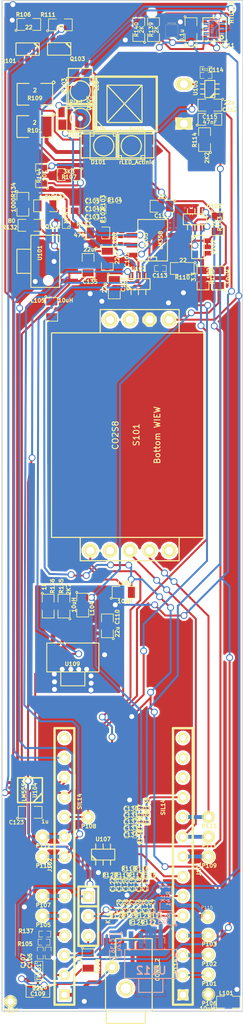
<source format=kicad_pcb>
(kicad_pcb (version 3) (host pcbnew "(2013-07-07 BZR 4022)-stable")
  (layers (15 F.Cu signal) (0 B.Cu signal) (18 B.Paste user hide) (19 F.Paste user hide) (20 B.SilkS user hide) (21 F.SilkS user) (22 B.Mask user hide) (23 F.Mask user hide) (28 Edge.Cuts user hide))
  (net 0 "")
  (net 1 /+5V)
  (net 2 /3.3Vdd)
  (net 3 "/A10 analog IN")
  (net 4 /ACT_SAT-LED)
  (net 5 /ACT_SAT_FB)
  (net 6 /ActVCC)
  (net 7 /Aref)
  (net 8 /DGND)
  (net 9 /DetVcc)
  (net 10 /Det_gnd)
  (net 11 "/IR CAL toggle")
  (net 12 /IR_CAL_filtered)
  (net 13 "/PWM meas intensity")
  (net 14 /PWM_calibration_intensity)
  (net 15 /PWMactpreset1)
  (net 16 /PWMactpreset2)
  (net 17 /Rxd)
  (net 18 /Txd)
  (net 19 /Umeas1)
  (net 20 /Umeas2)
  (net 21 /actinic_filtered&switched)
  (net 22 /actinic_preset1)
  (net 23 /actinic_preset2)
  (net 24 /cal)
  (net 25 /calibration_LED)
  (net 26 /pinK)
  (net 27 "/preselected ACT")
  (net 28 /sck)
  (net 29 /sda)
  (net 30 /signal)
  (net 31 "/toggle act ON/OFF")
  (net 32 "/toggle act1/act2")
  (net 33 GND)
  (net 34 N-000001)
  (net 35 N-0000010)
  (net 36 N-0000011)
  (net 37 N-0000012)
  (net 38 N-0000014)
  (net 39 N-0000015)
  (net 40 N-0000017)
  (net 41 N-0000019)
  (net 42 N-000002)
  (net 43 N-0000021)
  (net 44 N-0000022)
  (net 45 N-0000023)
  (net 46 N-000003)
  (net 47 N-0000032)
  (net 48 N-0000033)
  (net 49 N-0000034)
  (net 50 N-0000035)
  (net 51 N-0000036)
  (net 52 N-0000038)
  (net 53 N-0000039)
  (net 54 N-000004)
  (net 55 N-0000040)
  (net 56 N-0000041)
  (net 57 N-0000047)
  (net 58 N-0000048)
  (net 59 N-0000049)
  (net 60 N-0000052)
  (net 61 N-0000053)
  (net 62 N-0000054)
  (net 63 N-0000055)
  (net 64 N-0000056)
  (net 65 N-0000057)
  (net 66 N-0000058)
  (net 67 N-0000059)
  (net 68 N-0000060)
  (net 69 N-0000061)
  (net 70 N-0000062)
  (net 71 N-0000065)
  (net 72 N-0000066)
  (net 73 N-0000067)
  (net 74 N-0000069)
  (net 75 N-000007)
  (net 76 N-0000072)
  (net 77 N-0000073)
  (net 78 N-0000074)
  (net 79 N-000008)
  (net 80 N-0000085)
  (net 81 N-000009)
  (module Multi_Rebel+XP (layer F.Cu) (at 162.268 108.181 180)
    (fp_text reference D101 (at 0.70104 -2.10058 180) (layer F.SilkS) (effects (font (size 0.5 0.5) (thickness 0.125))))
    (fp_text value LED (at 0.70104 2.10058 180) (layer F.SilkS) (effects (font (size 0.5 0.5) (thickness 0.125))))
    (pad 1 smd rect (at 2.47396 -0.8001 180) (size 0.89916 1.30048) (layers F.Cu F.Paste F.Mask) (net 40 N-0000017))
    (pad 2 smd rect (at 2.47396 0.8001 180) (size 0.89916 1.30048) (layers F.Cu F.Paste F.Mask) (net 49 N-0000034))
    (pad 2 smd rect (at -0.89916 0 180) (size 0.59944 2.99974) (layers F.Cu F.Paste F.Mask) (net 49 N-0000034))
    (pad 2 smd rect (at 0 0 180) (size 1.30048 3.29946) (layers F.Cu F.Paste F.Mask) (net 49 N-0000034))
    (pad 1 smd rect (at 1.39954 0 180) (size 0.50038 3.29946) (layers F.Cu F.Paste F.Mask) (net 40 N-0000017))
    (pad 2 smd rect (at -1.39954 0 180) (size 0.50038 3.29946) (layers F.Cu F.Paste F.Mask) (net 49 N-0000034))
    (pad 1 smd rect (at 1.84912 -0.8001 180) (size 0.39878 1.30048) (layers F.Cu) (net 40 N-0000017))
  )
  (module dfn6 (layer F.Cu) (at 176.527 93.2205 90)
    (fp_text reference U111 (at -2.04724 1.60274 180) (layer F.SilkS) (effects (font (size 0.5 0.5) (thickness 0.125))))
    (fp_text value HTU21D (at 2.2098 2.2098 90) (layer F.SilkS) (effects (font (size 0.5 0.5) (thickness 0.125))))
    (pad 1 smd rect (at -1 1.3 90) (size 0.34798 0.62738) (layers F.Cu F.Paste F.Mask) (net 29 /sda))
    (pad 2 smd rect (at 0 1.3 90) (size 0.34798 0.62738) (layers F.Cu F.Paste F.Mask) (net 33 GND))
    (pad 3 smd rect (at 1 1.3 90) (size 0.33 0.62738) (layers F.Cu F.Paste F.Mask))
    (pad 4 smd rect (at 1 -1.3 90) (size 0.34798 0.62738) (layers F.Cu F.Paste F.Mask))
    (pad 5 smd rect (at 0 -1.3 90) (size 0.34798 0.62738) (layers F.Cu F.Paste F.Mask) (net 47 N-0000032))
    (pad 6 smd rect (at -1 -1.3 90) (size 0.34798 0.62738) (layers F.Cu F.Paste F.Mask) (net 28 /sck))
  )
  (module DCQ5 (layer B.Cu) (at 168.323 213.396)
    (fp_text reference U112 (at 0.0508 0.8382) (layer B.SilkS) (effects (font (size 1.00076 1.00076) (thickness 0.20066)) (justify mirror)))
    (fp_text value TL1963 hide)
    (pad 1 smd rect (at -2.54 -3.1) (size 0.6 2.2) (layers B.Cu B.Paste B.Mask) (net 43 N-0000021))
    (pad 2 smd rect (at -1.27 -3.1) (size 0.6 2.2) (layers B.Cu B.Paste B.Mask) (net 43 N-0000021))
    (pad 3 smd rect (at 0 -3.1) (size 0.6 2.2) (layers B.Cu B.Paste B.Mask) (net 33 GND))
    (pad 3 smd rect (at 0 3.1) (size 3.79984 2.2) (layers B.Cu B.Paste B.Mask) (net 33 GND))
    (pad 4 smd rect (at 1.27 -3.1) (size 0.6 2.2) (layers B.Cu B.Paste B.Mask) (net 1 /+5V))
    (pad 5 smd rect (at 2.54 -3.1) (size 0.6 2.2) (layers B.Cu B.Paste B.Mask) (net 44 N-0000022))
  )
  (module Pin_diode_SIP_down (layer F.Cu) (at 164.945 102.786 90)
    (fp_text reference D105 (at 0.1143 -4.5593 90) (layer F.SilkS) (effects (font (size 0.5 0.5) (thickness 0.125))))
    (fp_text value SMALL_DIODE_PHOTODIODE hide)
    (pad 1 thru_hole rect (at -2.54 7.65 90) (size 1.524 2.19964) (drill 1.00076) (layers *.Cu *.Mask F.SilkS) (net 10 /Det_gnd))
    (pad 2 thru_hole oval (at 2.54 7.65 90) (size 1.524 2.19964) (drill 1.00076) (layers *.Cu *.Mask F.SilkS) (net 26 /pinK))
  )
  (module SM0805 (layer F.Cu) (at 173.497 93.2383 270)
    (fp_text reference C116 (at 2.02692 0 360) (layer F.SilkS) (effects (font (size 0.50038 0.50038) (thickness 0.10922))))
    (fp_text value 0.1u (at 0.76454 1.17348 270) (layer F.SilkS) (effects (font (size 0.50038 0.50038) (thickness 0.10922))))
    (pad 1 smd rect (at -0.9525 0 270) (size 0.889 1.397) (layers F.Cu F.Paste F.Mask) (net 33 GND))
    (pad 2 smd rect (at 0.9525 0 270) (size 0.889 1.397) (layers F.Cu F.Paste F.Mask) (net 47 N-0000032))
  )
  (module DCQ5 (layer F.Cu) (at 154.747 123.03 90)
    (fp_text reference U101 (at 1.0795 -0.6985 90) (layer F.SilkS) (effects (font (size 0.5 0.5) (thickness 0.125))))
    (fp_text value TL1963 hide)
    (pad 1 smd rect (at -2.54 3.1 90) (size 0.6 2.2) (layers F.Cu F.Paste F.Mask) (net 50 N-0000035))
    (pad 2 smd rect (at -1.27 3.1 90) (size 0.6 2.2) (layers F.Cu F.Paste F.Mask) (net 50 N-0000035))
    (pad 3 smd rect (at 0 3.1 90) (size 0.6 2.2) (layers F.Cu F.Paste F.Mask) (net 33 GND))
    (pad 3 smd rect (at 0 -3.1 90) (size 3.79984 2.2) (layers F.Cu F.Paste F.Mask) (net 33 GND))
    (pad 4 smd rect (at 1.27 3.1 90) (size 0.6 2.2) (layers F.Cu F.Paste F.Mask) (net 60 N-0000052))
    (pad 5 smd rect (at 2.54 3.1 90) (size 0.6 2.2) (layers F.Cu F.Paste F.Mask) (net 34 N-000001))
  )
  (module Multi_Rebel+XP (layer F.Cu) (at 159.258 101.133 90)
    (fp_text reference D103 (at 0.70104 -2.10058 90) (layer F.SilkS) (effects (font (size 0.5 0.5) (thickness 0.125))))
    (fp_text value LED (at 0.70104 2.10058 90) (layer F.SilkS) (effects (font (size 0.5 0.5) (thickness 0.125))))
    (pad 1 smd rect (at 2.47396 -0.8001 90) (size 0.89916 1.30048) (layers F.Cu F.Paste F.Mask) (net 41 N-0000019))
    (pad 2 smd rect (at 2.47396 0.8001 90) (size 0.89916 1.30048) (layers F.Cu F.Paste F.Mask) (net 48 N-0000033))
    (pad 2 smd rect (at -0.89916 0 90) (size 0.59944 2.99974) (layers F.Cu F.Paste F.Mask) (net 48 N-0000033))
    (pad 2 smd rect (at 0 0 90) (size 1.30048 3.29946) (layers F.Cu F.Paste F.Mask) (net 48 N-0000033))
    (pad 1 smd rect (at 1.39954 0 90) (size 0.50038 3.29946) (layers F.Cu F.Paste F.Mask) (net 41 N-0000019))
    (pad 2 smd rect (at -1.39954 0 90) (size 0.50038 3.29946) (layers F.Cu F.Paste F.Mask) (net 48 N-0000033))
    (pad 1 smd rect (at 1.84912 -0.8001 90) (size 0.39878 1.30048) (layers F.Cu) (net 41 N-0000019))
  )
  (module Multi_Rebel+XP (layer F.Cu) (at 159.263 104.658 180)
    (fp_text reference D102 (at 0.70104 -2.10058 180) (layer F.SilkS) (effects (font (size 0.5 0.5) (thickness 0.125))))
    (fp_text value IRled (at 0.70104 2.10058 180) (layer F.SilkS) (effects (font (size 0.5 0.5) (thickness 0.125))))
    (pad 1 smd rect (at 2.47396 -0.8001 180) (size 0.89916 1.30048) (layers F.Cu F.Paste F.Mask) (net 25 /calibration_LED))
    (pad 2 smd rect (at 2.47396 0.8001 180) (size 0.89916 1.30048) (layers F.Cu F.Paste F.Mask) (net 56 N-0000041))
    (pad 2 smd rect (at -0.89916 0 180) (size 0.59944 2.99974) (layers F.Cu F.Paste F.Mask) (net 56 N-0000041))
    (pad 2 smd rect (at 0 0 180) (size 1.30048 3.29946) (layers F.Cu F.Paste F.Mask) (net 56 N-0000041))
    (pad 1 smd rect (at 1.39954 0 180) (size 0.50038 3.29946) (layers F.Cu F.Paste F.Mask) (net 25 /calibration_LED))
    (pad 2 smd rect (at -1.39954 0 180) (size 0.50038 3.29946) (layers F.Cu F.Paste F.Mask) (net 56 N-0000041))
    (pad 1 smd rect (at 1.84912 -0.8001 180) (size 0.39878 1.30048) (layers F.Cu) (net 25 /calibration_LED))
  )
  (module Multi_Rebel+XP (layer F.Cu) (at 165.811 108.184)
    (fp_text reference D104 (at 0.70104 -2.10058) (layer F.SilkS) (effects (font (size 0.5 0.5) (thickness 0.125))))
    (fp_text value rLED_Actinic (at 0.70104 2.10058) (layer F.SilkS) (effects (font (size 0.5 0.5) (thickness 0.125))))
    (pad 1 smd rect (at 2.47396 -0.8001) (size 0.89916 1.30048) (layers F.Cu F.Paste F.Mask) (net 6 /ActVCC))
    (pad 2 smd rect (at 2.47396 0.8001) (size 0.89916 1.30048) (layers F.Cu F.Paste F.Mask) (net 4 /ACT_SAT-LED))
    (pad 2 smd rect (at -0.89916 0) (size 0.59944 2.99974) (layers F.Cu F.Paste F.Mask) (net 4 /ACT_SAT-LED))
    (pad 2 smd rect (at 0 0) (size 1.30048 3.29946) (layers F.Cu F.Paste F.Mask) (net 4 /ACT_SAT-LED))
    (pad 1 smd rect (at 1.39954 0) (size 0.50038 3.29946) (layers F.Cu F.Paste F.Mask) (net 6 /ActVCC))
    (pad 2 smd rect (at -1.39954 0) (size 0.50038 3.29946) (layers F.Cu F.Paste F.Mask) (net 4 /ACT_SAT-LED))
    (pad 1 smd rect (at 1.84912 -0.8001) (size 0.39878 1.30048) (layers F.Cu) (net 6 /ActVCC))
  )
  (module SOT23 (layer F.Cu) (at 157.452 117.48 90)
    (fp_text reference Q104 (at -1.1176 -1.7526 180) (layer F.SilkS) (effects (font (size 0.5 0.5) (thickness 0.125))))
    (fp_text value NPN (at 0.0635 0 90) (layer F.SilkS) (effects (font (size 0.5 0.5) (thickness 0.125))))
    (pad 3 smd rect (at 0 -1.09982 90) (size 0.8001 1.00076) (layers F.Cu F.Paste F.Mask) (net 60 N-0000052))
    (pad 2 smd rect (at 0.9525 1.09982 90) (size 0.8001 1.00076) (layers F.Cu F.Paste F.Mask) (net 61 N-0000053))
    (pad 1 smd rect (at -0.9525 1.09982 90) (size 0.8001 1.00076) (layers F.Cu F.Paste F.Mask) (net 39 N-0000015))
  )
  (module SOT23 (layer F.Cu) (at 153.924 214.376 270)
    (fp_text reference U106 (at 1.99898 -0.09906 360) (layer F.SilkS) (effects (font (size 0.5 0.5) (thickness 0.125))))
    (fp_text value TL431 (at 0.0635 0 270) (layer F.SilkS) (effects (font (size 0.5 0.5) (thickness 0.125))))
    (pad 3 smd rect (at 0 -1.09982 270) (size 0.8001 1.00076) (layers F.Cu F.Paste F.Mask) (net 10 /Det_gnd))
    (pad 2 smd rect (at 0.9525 1.09982 270) (size 0.8001 1.00076) (layers F.Cu F.Paste F.Mask) (net 7 /Aref))
    (pad 1 smd rect (at -0.9525 1.09982 270) (size 0.8001 1.00076) (layers F.Cu F.Paste F.Mask) (net 7 /Aref))
  )
  (module SO8E (layer F.Cu) (at 168.565 120.325 90)
    (fp_text reference U103 (at 0 -0.889 90) (layer F.SilkS) (effects (font (size 0.5 0.5) (thickness 0.125))))
    (fp_text value LM358 (at 0 1.016 90) (layer F.SilkS) (effects (font (size 0.5 0.5) (thickness 0.125))))
    (pad 8 smd rect (at -1.905 -2.667 90) (size 0.59944 1.39954) (layers F.Cu F.Paste F.Mask) (net 6 /ActVCC))
    (pad 1 smd rect (at -1.905 2.667 90) (size 0.59944 1.39954) (layers F.Cu F.Paste F.Mask) (net 74 N-0000069))
    (pad 7 smd rect (at -0.635 -2.667 90) (size 0.59944 1.39954) (layers F.Cu F.Paste F.Mask) (net 25 /calibration_LED))
    (pad 6 smd rect (at 0.635 -2.667 90) (size 0.59944 1.39954) (layers F.Cu F.Paste F.Mask) (net 56 N-0000041))
    (pad 5 smd rect (at 1.905 -2.667 90) (size 0.59944 1.39954) (layers F.Cu F.Paste F.Mask) (net 42 N-000002))
    (pad 2 smd rect (at -0.635 2.667 90) (size 0.59944 1.39954) (layers F.Cu F.Paste F.Mask) (net 5 /ACT_SAT_FB))
    (pad 3 smd rect (at 0.635 2.667 90) (size 0.59944 1.39954) (layers F.Cu F.Paste F.Mask) (net 21 /actinic_filtered&switched))
    (pad 4 smd rect (at 1.905 2.667 90) (size 0.59944 1.39954) (layers F.Cu F.Paste F.Mask) (net 33 GND))
  )
  (module SM0805 (layer F.Cu) (at 160.259 123.563 90)
    (fp_text reference C135 (at -2.1082 0.254 180) (layer F.SilkS) (effects (font (size 0.5 0.5) (thickness 0.125))))
    (fp_text value 22uF (at 2.0447 0.3175 180) (layer F.SilkS) (effects (font (size 0.5 0.5) (thickness 0.125))))
    (pad 1 smd rect (at -0.9525 0 90) (size 0.889 1.397) (layers F.Cu F.Paste F.Mask) (net 50 N-0000035))
    (pad 2 smd rect (at 0.9525 0 90) (size 0.889 1.397) (layers F.Cu F.Paste F.Mask) (net 33 GND))
  )
  (module SM0805 (layer F.Cu) (at 153.797 216.916 180)
    (fp_text reference C109 (at 0 -0.3175 180) (layer F.SilkS) (effects (font (size 0.5 0.5) (thickness 0.125))))
    (fp_text value 22u (at 0 0.381 180) (layer F.SilkS) (effects (font (size 0.5 0.5) (thickness 0.125))))
    (pad 1 smd rect (at -0.9525 0 180) (size 0.889 1.397) (layers F.Cu F.Paste F.Mask) (net 7 /Aref))
    (pad 2 smd rect (at 0.9525 0 180) (size 0.889 1.397) (layers F.Cu F.Paste F.Mask) (net 10 /Det_gnd))
  )
  (module SM0805 (layer F.Cu) (at 157.808 111.879 180)
    (fp_text reference R107 (at 0 -0.3175 180) (layer F.SilkS) (effects (font (size 0.5 0.5) (thickness 0.125))))
    (fp_text value 3K3 (at 0 0.381 180) (layer F.SilkS) (effects (font (size 0.5 0.5) (thickness 0.125))))
    (pad 1 smd rect (at -0.9525 0 180) (size 0.889 1.397) (layers F.Cu F.Paste F.Mask) (net 56 N-0000041))
    (pad 2 smd rect (at 0.9525 0 180) (size 0.889 1.397) (layers F.Cu F.Paste F.Mask) (net 33 GND))
  )
  (module SM0805 (layer F.Cu) (at 163.632 126.337 270)
    (fp_text reference C101 (at -0.3429 -1.14554 270) (layer F.SilkS) (effects (font (size 0.5 0.5) (thickness 0.125))))
    (fp_text value 22u (at 0.09144 1.24206 270) (layer F.SilkS) (effects (font (size 0.5 0.5) (thickness 0.125))))
    (pad 1 smd rect (at -0.9525 0 270) (size 0.889 1.397) (layers F.Cu F.Paste F.Mask) (net 6 /ActVCC))
    (pad 2 smd rect (at 0.9525 0 270) (size 0.889 1.397) (layers F.Cu F.Paste F.Mask) (net 33 GND))
  )
  (module SM0805 (layer F.Cu) (at 178.308 218.313)
    (fp_text reference L101 (at -0.28194 -1.16586) (layer F.SilkS) (effects (font (size 0.5 0.5) (thickness 0.125))))
    (fp_text value 10uH (at -2.72034 0.8001) (layer F.SilkS) (effects (font (size 0.5 0.5) (thickness 0.125))))
    (pad 1 smd rect (at -0.9525 0) (size 0.889 1.397) (layers F.Cu F.Paste F.Mask) (net 8 /DGND))
    (pad 2 smd rect (at 0.9525 0) (size 0.889 1.397) (layers F.Cu F.Paste F.Mask) (net 33 GND))
  )
  (module SM0805 (layer F.Cu) (at 160.274 212.979 270)
    (fp_text reference R108 (at 0.70104 -1.2446 270) (layer F.SilkS) (effects (font (size 0.5 0.5) (thickness 0.125))))
    (fp_text value 2K (at -0.04572 1.0414 270) (layer F.SilkS) (effects (font (size 0.5 0.5) (thickness 0.125))))
    (pad 1 smd rect (at -0.9525 0 270) (size 0.889 1.397) (layers F.Cu F.Paste F.Mask) (net 7 /Aref))
    (pad 2 smd rect (at 0.9525 0 270) (size 0.889 1.397) (layers F.Cu F.Paste F.Mask) (net 9 /DetVcc))
  )
  (module SM0805 (layer F.Cu) (at 162.73 122.69 270)
    (fp_text reference C102 (at 0.127 -2.54 270) (layer F.SilkS) (effects (font (size 0.5 0.5) (thickness 0.125))))
    (fp_text value 22uF (at -0.1778 -1.27 270) (layer F.SilkS) (effects (font (size 0.5 0.5) (thickness 0.125))))
    (pad 1 smd rect (at -0.9525 0 270) (size 0.889 1.397) (layers F.Cu F.Paste F.Mask) (net 60 N-0000052))
    (pad 2 smd rect (at 0.9525 0 270) (size 0.889 1.397) (layers F.Cu F.Paste F.Mask) (net 33 GND))
  )
  (module SM0805 (layer F.Cu) (at 156.69 92.6262)
    (fp_text reference R111 (at -1.5875 -1.30556) (layer F.SilkS) (effects (font (size 0.5 0.5) (thickness 0.125))))
    (fp_text value 22 (at 0 0.381) (layer F.SilkS) (effects (font (size 0.5 0.5) (thickness 0.125))))
    (pad 1 smd rect (at -0.9525 0) (size 0.889 1.397) (layers F.Cu F.Paste F.Mask) (net 46 N-000003))
    (pad 2 smd rect (at 0.9525 0) (size 0.889 1.397) (layers F.Cu F.Paste F.Mask) (net 53 N-0000039))
  )
  (module SM0805 (layer F.Cu) (at 152.626 92.5754)
    (fp_text reference R106 (at -0.6858 -1.27) (layer F.SilkS) (effects (font (size 0.5 0.5) (thickness 0.125))))
    (fp_text value 22 (at 0 0.381) (layer F.SilkS) (effects (font (size 0.5 0.5) (thickness 0.125))))
    (pad 1 smd rect (at -0.9525 0) (size 0.889 1.397) (layers F.Cu F.Paste F.Mask) (net 38 N-0000014))
    (pad 2 smd rect (at 0.9525 0) (size 0.889 1.397) (layers F.Cu F.Paste F.Mask) (net 54 N-000004))
  )
  (module SM0805 (layer F.Cu) (at 155.118 167.373 270)
    (fp_text reference R136 (at -2.57556 -0.5588 270) (layer F.SilkS) (effects (font (size 0.5 0.5) (thickness 0.125))))
    (fp_text value 1K (at -2.52984 0.50292 270) (layer F.SilkS) (effects (font (size 0.5 0.5) (thickness 0.125))))
    (pad 1 smd rect (at -0.9525 0 270) (size 0.889 1.397) (layers F.Cu F.Paste F.Mask) (net 10 /Det_gnd))
    (pad 2 smd rect (at 0.9525 0 270) (size 0.889 1.397) (layers F.Cu F.Paste F.Mask) (net 79 N-000008))
  )
  (module SM0805 (layer F.Cu) (at 155.575 129.21 270)
    (fp_text reference L105 (at -1.1303 1.7907 360) (layer F.SilkS) (effects (font (size 0.5 0.5) (thickness 0.125))))
    (fp_text value 10uH (at -1.1557 -1.7907 360) (layer F.SilkS) (effects (font (size 0.5 0.5) (thickness 0.125))))
    (pad 1 smd rect (at -0.9525 0 270) (size 0.889 1.397) (layers F.Cu F.Paste F.Mask) (net 50 N-0000035))
    (pad 2 smd rect (at 0.9525 0 270) (size 0.889 1.397) (layers F.Cu F.Paste F.Mask) (net 6 /ActVCC))
  )
  (module SM0805 (layer F.Cu) (at 154.772 115.893 180)
    (fp_text reference R131 (at -1.6637 1.19634 180) (layer F.SilkS) (effects (font (size 0.5 0.5) (thickness 0.125))))
    (fp_text value 1.5k (at 0.02032 1.1049 180) (layer F.SilkS) (effects (font (size 0.5 0.5) (thickness 0.125))))
    (pad 1 smd rect (at -0.9525 0 180) (size 0.889 1.397) (layers F.Cu F.Paste F.Mask) (net 60 N-0000052))
    (pad 2 smd rect (at 0.9525 0 180) (size 0.889 1.397) (layers F.Cu F.Paste F.Mask) (net 34 N-000001))
  )
  (module SM0805 (layer F.Cu) (at 161.519 119.388)
    (fp_text reference R133 (at -1.8034 -1.1176) (layer F.SilkS) (effects (font (size 0.5 0.5) (thickness 0.125))))
    (fp_text value 470 (at -2.3876 0.2794) (layer F.SilkS) (effects (font (size 0.5 0.5) (thickness 0.125))))
    (pad 1 smd rect (at -0.9525 0) (size 0.889 1.397) (layers F.Cu F.Paste F.Mask) (net 34 N-000001))
    (pad 2 smd rect (at 0.9525 0) (size 0.889 1.397) (layers F.Cu F.Paste F.Mask) (net 33 GND))
  )
  (module SM0805 (layer F.Cu) (at 152.766 118.407 180)
    (fp_text reference R132 (at 2.58064 -0.27432 180) (layer F.SilkS) (effects (font (size 0.5 0.5) (thickness 0.125))))
    (fp_text value 80 (at 2.34188 0.5715 180) (layer F.SilkS) (effects (font (size 0.5 0.5) (thickness 0.125))))
    (pad 1 smd rect (at -0.9525 0 180) (size 0.889 1.397) (layers F.Cu F.Paste F.Mask) (net 34 N-000001))
    (pad 2 smd rect (at 0.9525 0 180) (size 0.889 1.397) (layers F.Cu F.Paste F.Mask) (net 39 N-0000015))
  )
  (module SM0805 (layer F.Cu) (at 151.864 115.702 270)
    (fp_text reference R134 (at -1.84404 1.20396 270) (layer F.SilkS) (effects (font (size 0.5 0.5) (thickness 0.125))))
    (fp_text value 1000 (at 0.06858 1.19634 270) (layer F.SilkS) (effects (font (size 0.5 0.5) (thickness 0.125))))
    (pad 1 smd rect (at -0.9525 0 270) (size 0.889 1.397) (layers F.Cu F.Paste F.Mask) (net 33 GND))
    (pad 2 smd rect (at 0.9525 0 270) (size 0.889 1.397) (layers F.Cu F.Paste F.Mask) (net 39 N-0000015))
  )
  (module SM0805 (layer F.Cu) (at 157.15 167.373 90)
    (fp_text reference R135 (at 2.57556 -0.34036 90) (layer F.SilkS) (effects (font (size 0.5 0.5) (thickness 0.125))))
    (fp_text value 2K7 (at 2.15138 0.60706 90) (layer F.SilkS) (effects (font (size 0.5 0.5) (thickness 0.125))))
    (pad 1 smd rect (at -0.9525 0 90) (size 0.889 1.397) (layers F.Cu F.Paste F.Mask) (net 9 /DetVcc))
    (pad 2 smd rect (at 0.9525 0 90) (size 0.889 1.397) (layers F.Cu F.Paste F.Mask) (net 79 N-000008))
  )
  (module SM0805 (layer F.Cu) (at 175.92 102.951 180)
    (fp_text reference C112 (at -2.57048 -0.5969 180) (layer F.SilkS) (effects (font (size 0.5 0.5) (thickness 0.125))))
    (fp_text value 22u (at -2.51206 0.3302 180) (layer F.SilkS) (effects (font (size 0.5 0.5) (thickness 0.125))))
    (pad 1 smd rect (at -0.9525 0 180) (size 0.889 1.397) (layers F.Cu F.Paste F.Mask) (net 10 /Det_gnd))
    (pad 2 smd rect (at 0.9525 0 180) (size 0.889 1.397) (layers F.Cu F.Paste F.Mask) (net 9 /DetVcc))
  )
  (module SM0805 (layer F.Cu) (at 164.876 165.613)
    (fp_text reference L103 (at 0.08128 -1.16586) (layer F.SilkS) (effects (font (size 0.5 0.5) (thickness 0.125))))
    (fp_text value 10uH (at 0.127 1.13284) (layer F.SilkS) (effects (font (size 0.5 0.5) (thickness 0.125))))
    (pad 1 smd rect (at -0.9525 0) (size 0.889 1.397) (layers F.Cu F.Paste F.Mask) (net 10 /Det_gnd))
    (pad 2 smd rect (at 0.9525 0) (size 0.889 1.397) (layers F.Cu F.Paste F.Mask) (net 8 /DGND))
  )
  (module SM0805 (layer F.Cu) (at 162.738 169.913 90)
    (fp_text reference C110 (at 1.13792 1.2827 90) (layer F.SilkS) (effects (font (size 0.5 0.5) (thickness 0.125))))
    (fp_text value 22u (at -0.78232 1.29032 90) (layer F.SilkS) (effects (font (size 0.5 0.5) (thickness 0.125))))
    (pad 1 smd rect (at -0.9525 0 90) (size 0.889 1.397) (layers F.Cu F.Paste F.Mask) (net 80 N-0000085))
    (pad 2 smd rect (at 0.9525 0 90) (size 0.889 1.397) (layers F.Cu F.Paste F.Mask) (net 10 /Det_gnd))
  )
  (module SM0805 (layer F.Cu) (at 175.245 107.386 90)
    (fp_text reference R114 (at -0.04318 -1.28524 90) (layer F.SilkS) (effects (font (size 0.5 0.5) (thickness 0.125))))
    (fp_text value 2K2 (at -2.34188 0.31496 90) (layer F.SilkS) (effects (font (size 0.5 0.5) (thickness 0.125))))
    (pad 1 smd rect (at -0.9525 0 90) (size 0.889 1.397) (layers F.Cu F.Paste F.Mask) (net 10 /Det_gnd))
    (pad 2 smd rect (at 0.9525 0 90) (size 0.889 1.397) (layers F.Cu F.Paste F.Mask) (net 3 "/A10 analog IN"))
  )
  (module SM0805 (layer F.Cu) (at 159.563 167.246 270)
    (fp_text reference L104 (at 0.4445 -1.21158 270) (layer F.SilkS) (effects (font (size 0.5 0.5) (thickness 0.125))))
    (fp_text value 10uH (at -0.03556 1.1303 270) (layer F.SilkS) (effects (font (size 0.5 0.5) (thickness 0.125))))
    (pad 1 smd rect (at -0.9525 0 270) (size 0.889 1.397) (layers F.Cu F.Paste F.Mask) (net 1 /+5V))
    (pad 2 smd rect (at 0.9525 0 270) (size 0.889 1.397) (layers F.Cu F.Paste F.Mask) (net 80 N-0000085))
  )
  (module SM0805 (layer F.Cu) (at 172.375 123.957 180)
    (fp_text reference R110 (at -0.01778 -1.14808 180) (layer F.SilkS) (effects (font (size 0.5 0.5) (thickness 0.125))))
    (fp_text value 22 (at -0.09906 1.04648 180) (layer F.SilkS) (effects (font (size 0.5 0.5) (thickness 0.125))))
    (pad 1 smd rect (at -0.9525 0 180) (size 0.889 1.397) (layers F.Cu F.Paste F.Mask) (net 73 N-0000067))
    (pad 2 smd rect (at 0.9525 0 180) (size 0.889 1.397) (layers F.Cu F.Paste F.Mask) (net 74 N-0000069))
  )
  (module SM0805 (layer F.Cu) (at 175.044 125.189 270)
    (fp_text reference R113 (at -0.1524 -1.1938 270) (layer F.SilkS) (effects (font (size 0.5 0.5) (thickness 0.125))))
    (fp_text value 3.3 (at -0.1524 1.1938 270) (layer F.SilkS) (effects (font (size 0.5 0.5) (thickness 0.125))))
    (pad 1 smd rect (at -0.9525 0 270) (size 0.889 1.397) (layers F.Cu F.Paste F.Mask) (net 5 /ACT_SAT_FB))
    (pad 2 smd rect (at 0.9525 0 270) (size 0.889 1.397) (layers F.Cu F.Paste F.Mask) (net 33 GND))
  )
  (module SM0805 (layer F.Cu) (at 177.035 125.189 90)
    (fp_text reference L102 (at 0.40132 -1.19888 90) (layer F.SilkS) (effects (font (size 0.5 0.5) (thickness 0.125))))
    (fp_text value 10uH (at 0.16002 1.27 90) (layer F.SilkS) (effects (font (size 0.5 0.5) (thickness 0.125))))
    (pad 1 smd rect (at -0.9525 0 90) (size 0.889 1.397) (layers F.Cu F.Paste F.Mask) (net 1 /+5V))
    (pad 2 smd rect (at 0.9525 0 90) (size 0.889 1.397) (layers F.Cu F.Paste F.Mask) (net 6 /ActVCC))
  )
  (module SM0805 (layer F.Cu) (at 169.771 115.956 180)
    (fp_text reference C111 (at 0.02032 -1.22428 180) (layer F.SilkS) (effects (font (size 0.5 0.5) (thickness 0.125))))
    (fp_text value 22u (at -0.12192 1.22936 180) (layer F.SilkS) (effects (font (size 0.5 0.5) (thickness 0.125))))
    (pad 1 smd rect (at -0.9525 0 180) (size 0.889 1.397) (layers F.Cu F.Paste F.Mask) (net 6 /ActVCC))
    (pad 2 smd rect (at 0.9525 0 180) (size 0.889 1.397) (layers F.Cu F.Paste F.Mask) (net 33 GND))
  )
  (module SM0402 (layer F.Cu) (at 162.189 117.188 90)
    (fp_text reference R102 (at 0 0 90) (layer F.SilkS) (effects (font (size 0.5 0.5) (thickness 0.125))))
    (fp_text value 3.3K hide)
    (pad 1 smd rect (at -0.44958 0 90) (size 0.39878 0.59944) (layers F.Cu F.Paste F.Mask) (net 61 N-0000053))
    (pad 2 smd rect (at 0.44958 0 90) (size 0.39878 0.59944) (layers F.Cu F.Paste F.Mask) (net 62 N-0000054))
  )
  (module SM0402 (layer F.Cu) (at 166.789 203.213 270)
    (fp_text reference C118 (at 0 0 270) (layer F.SilkS) (effects (font (size 0.5 0.5) (thickness 0.125))))
    (fp_text value 10n hide)
    (pad 1 smd rect (at -0.44958 0 270) (size 0.39878 0.59944) (layers F.Cu F.Paste F.Mask) (net 67 N-0000059))
    (pad 2 smd rect (at 0.44958 0 270) (size 0.39878 0.59944) (layers F.Cu F.Paste F.Mask) (net 33 GND))
  )
  (module SM0402 (layer F.Cu) (at 160.792 115.283 180)
    (fp_text reference C105 (at 0 0 180) (layer F.SilkS) (effects (font (size 0.5 0.5) (thickness 0.125))))
    (fp_text value 10n hide)
    (pad 1 smd rect (at -0.44958 0 180) (size 0.39878 0.59944) (layers F.Cu F.Paste F.Mask) (net 63 N-0000055))
    (pad 2 smd rect (at 0.44958 0 180) (size 0.39878 0.59944) (layers F.Cu F.Paste F.Mask) (net 33 GND))
  )
  (module SM0402 (layer F.Cu) (at 160.792 116.299 180)
    (fp_text reference C104 (at 0 0 180) (layer F.SilkS) (effects (font (size 0.5 0.5) (thickness 0.125))))
    (fp_text value 10n hide)
    (pad 1 smd rect (at -0.44958 0 180) (size 0.39878 0.59944) (layers F.Cu F.Paste F.Mask) (net 62 N-0000054))
    (pad 2 smd rect (at 0.44958 0 180) (size 0.39878 0.59944) (layers F.Cu F.Paste F.Mask) (net 33 GND))
  )
  (module SM0402 (layer F.Cu) (at 160.792 117.34 180)
    (fp_text reference C103 (at 0 0 180) (layer F.SilkS) (effects (font (size 0.5 0.5) (thickness 0.125))))
    (fp_text value 10n hide)
    (pad 1 smd rect (at -0.44958 0 180) (size 0.39878 0.59944) (layers F.Cu F.Paste F.Mask) (net 61 N-0000053))
    (pad 2 smd rect (at 0.44958 0 180) (size 0.39878 0.59944) (layers F.Cu F.Paste F.Mask) (net 33 GND))
  )
  (module SM0402 (layer F.Cu) (at 165.951 203.213 270)
    (fp_text reference C119 (at 0 0 270) (layer F.SilkS) (effects (font (size 0.5 0.5) (thickness 0.125))))
    (fp_text value 10n hide)
    (pad 1 smd rect (at -0.44958 0 270) (size 0.39878 0.59944) (layers F.Cu F.Paste F.Mask) (net 68 N-0000060))
    (pad 2 smd rect (at 0.44958 0 270) (size 0.39878 0.59944) (layers F.Cu F.Paste F.Mask) (net 33 GND))
  )
  (module SM0402 (layer F.Cu) (at 168.11 201.994 180)
    (fp_text reference R115 (at 0 0 180) (layer F.SilkS) (effects (font (size 0.5 0.5) (thickness 0.125))))
    (fp_text value 3.3K hide)
    (pad 1 smd rect (at -0.44958 0 180) (size 0.39878 0.59944) (layers F.Cu F.Paste F.Mask) (net 15 /PWMactpreset1))
    (pad 2 smd rect (at 0.44958 0 180) (size 0.39878 0.59944) (layers F.Cu F.Paste F.Mask) (net 69 N-0000061))
  )
  (module SM0402 (layer F.Cu) (at 167.145 201.155 180)
    (fp_text reference R116 (at 0 0 180) (layer F.SilkS) (effects (font (size 0.5 0.5) (thickness 0.125))))
    (fp_text value 3.3K hide)
    (pad 1 smd rect (at -0.44958 0 180) (size 0.39878 0.59944) (layers F.Cu F.Paste F.Mask) (net 69 N-0000061))
    (pad 2 smd rect (at 0.44958 0 180) (size 0.39878 0.59944) (layers F.Cu F.Paste F.Mask) (net 67 N-0000059))
  )
  (module SM0402 (layer F.Cu) (at 166.383 201.994 180)
    (fp_text reference R117 (at 0 0 180) (layer F.SilkS) (effects (font (size 0.5 0.5) (thickness 0.125))))
    (fp_text value 3.3K hide)
    (pad 1 smd rect (at -0.44958 0 180) (size 0.39878 0.59944) (layers F.Cu F.Paste F.Mask) (net 67 N-0000059))
    (pad 2 smd rect (at 0.44958 0 180) (size 0.39878 0.59944) (layers F.Cu F.Paste F.Mask) (net 68 N-0000060))
  )
  (module SM0402 (layer F.Cu) (at 166.954 197.079 270)
    (fp_text reference R130 (at 0 0 270) (layer F.SilkS) (effects (font (size 0.5 0.5) (thickness 0.125))))
    (fp_text value 3.3K hide)
    (pad 1 smd rect (at -0.44958 0 270) (size 0.39878 0.59944) (layers F.Cu F.Paste F.Mask) (net 55 N-0000040))
    (pad 2 smd rect (at 0.44958 0 270) (size 0.39878 0.59944) (layers F.Cu F.Paste F.Mask) (net 12 /IR_CAL_filtered))
  )
  (module SM0402 (layer F.Cu) (at 165.735 196.799 180)
    (fp_text reference C134 (at 0 0 180) (layer F.SilkS) (effects (font (size 0.5 0.5) (thickness 0.125))))
    (fp_text value 10n hide)
    (pad 1 smd rect (at -0.44958 0 180) (size 0.39878 0.59944) (layers F.Cu F.Paste F.Mask) (net 12 /IR_CAL_filtered))
    (pad 2 smd rect (at 0.44958 0 180) (size 0.39878 0.59944) (layers F.Cu F.Paste F.Mask) (net 33 GND))
  )
  (module SM0402 (layer F.Cu) (at 162.189 115.461 90)
    (fp_text reference R103 (at 0 0 90) (layer F.SilkS) (effects (font (size 0.5 0.5) (thickness 0.125))))
    (fp_text value 3.3K hide)
    (pad 1 smd rect (at -0.44958 0 90) (size 0.39878 0.59944) (layers F.Cu F.Paste F.Mask) (net 62 N-0000054))
    (pad 2 smd rect (at 0.44958 0 90) (size 0.39878 0.59944) (layers F.Cu F.Paste F.Mask) (net 63 N-0000055))
  )
  (module SM0402 (layer F.Cu) (at 163.675 115.194)
    (fp_text reference R104 (at 0 0) (layer F.SilkS) (effects (font (size 0.5 0.5) (thickness 0.125))))
    (fp_text value 3.3K hide)
    (pad 1 smd rect (at -0.44958 0) (size 0.39878 0.59944) (layers F.Cu F.Paste F.Mask) (net 63 N-0000055))
    (pad 2 smd rect (at 0.44958 0) (size 0.39878 0.59944) (layers F.Cu F.Paste F.Mask) (net 64 N-0000056))
  )
  (module SM0402 (layer F.Cu) (at 155.118 211.988 270)
    (fp_text reference C106 (at 0.9906 2.3368 270) (layer F.SilkS) (effects (font (size 0.5 0.5) (thickness 0.125))))
    (fp_text value 10n hide)
    (pad 1 smd rect (at -0.44958 0 270) (size 0.39878 0.59944) (layers F.Cu F.Paste F.Mask) (net 64 N-0000056))
    (pad 2 smd rect (at 0.44958 0 270) (size 0.39878 0.59944) (layers F.Cu F.Paste F.Mask) (net 33 GND))
  )
  (module SM0402 (layer F.Cu) (at 154.102 211.988 270)
    (fp_text reference C107 (at 0.9906 2.2098 270) (layer F.SilkS) (effects (font (size 0.5 0.5) (thickness 0.125))))
    (fp_text value 10n hide)
    (pad 1 smd rect (at -0.44958 0 270) (size 0.39878 0.59944) (layers F.Cu F.Paste F.Mask) (net 65 N-0000057))
    (pad 2 smd rect (at 0.44958 0 270) (size 0.39878 0.59944) (layers F.Cu F.Paste F.Mask) (net 33 GND))
  )
  (module SM0402 (layer F.Cu) (at 154.584 210.591 180)
    (fp_text reference R105 (at 2.4384 -0.2286 180) (layer F.SilkS) (effects (font (size 0.5 0.5) (thickness 0.125))))
    (fp_text value 3.3K hide)
    (pad 1 smd rect (at -0.44958 0 180) (size 0.39878 0.59944) (layers F.Cu F.Paste F.Mask) (net 64 N-0000056))
    (pad 2 smd rect (at 0.44958 0 180) (size 0.39878 0.59944) (layers F.Cu F.Paste F.Mask) (net 65 N-0000057))
  )
  (module SM0402 (layer F.Cu) (at 167.627 203.213 270)
    (fp_text reference C117 (at 0 0 270) (layer F.SilkS) (effects (font (size 0.5 0.5) (thickness 0.125))))
    (fp_text value 10n hide)
    (pad 1 smd rect (at -0.44958 0 270) (size 0.39878 0.59944) (layers F.Cu F.Paste F.Mask) (net 69 N-0000061))
    (pad 2 smd rect (at 0.44958 0 270) (size 0.39878 0.59944) (layers F.Cu F.Paste F.Mask) (net 33 GND))
  )
  (module SM0402 (layer F.Cu) (at 169.555 123.957 180)
    (fp_text reference C113 (at 0.05334 -0.90932 180) (layer F.SilkS) (effects (font (size 0.5 0.5) (thickness 0.125))))
    (fp_text value 100p hide)
    (pad 1 smd rect (at -0.44958 0 180) (size 0.39878 0.59944) (layers F.Cu F.Paste F.Mask) (net 74 N-0000069))
    (pad 2 smd rect (at 0.44958 0 180) (size 0.39878 0.59944) (layers F.Cu F.Paste F.Mask) (net 5 /ACT_SAT_FB))
  )
  (module SM0402 (layer F.Cu) (at 175.435 99.1337)
    (fp_text reference C114 (at 1.28016 -0.70612) (layer F.SilkS) (effects (font (size 0.5 0.5) (thickness 0.125))))
    (fp_text value 10p hide)
    (pad 1 smd rect (at -0.44958 0) (size 0.39878 0.59944) (layers F.Cu F.Paste F.Mask) (net 26 /pinK))
    (pad 2 smd rect (at 0.44958 0) (size 0.39878 0.59944) (layers F.Cu F.Paste F.Mask) (net 30 /signal))
  )
  (module SM0402 (layer F.Cu) (at 165.735 195.961 180)
    (fp_text reference C133 (at 0 0 180) (layer F.SilkS) (effects (font (size 0.5 0.5) (thickness 0.125))))
    (fp_text value 10n hide)
    (pad 1 smd rect (at -0.44958 0 180) (size 0.39878 0.59944) (layers F.Cu F.Paste F.Mask) (net 55 N-0000040))
    (pad 2 smd rect (at 0.44958 0 180) (size 0.39878 0.59944) (layers F.Cu F.Paste F.Mask) (net 33 GND))
  )
  (module SM0402 (layer F.Cu) (at 168.491 206.007 90)
    (fp_text reference C124 (at 0 0 90) (layer F.SilkS) (effects (font (size 0.5 0.5) (thickness 0.125))))
    (fp_text value 10n hide)
    (pad 1 smd rect (at -0.44958 0 90) (size 0.39878 0.59944) (layers F.Cu F.Paste F.Mask) (net 71 N-0000065))
    (pad 2 smd rect (at 0.44958 0 90) (size 0.39878 0.59944) (layers F.Cu F.Paste F.Mask) (net 33 GND))
  )
  (module SM0402 (layer F.Cu) (at 167.653 206.007 90)
    (fp_text reference C125 (at 0 0 90) (layer F.SilkS) (effects (font (size 0.5 0.5) (thickness 0.125))))
    (fp_text value 10n hide)
    (pad 1 smd rect (at -0.44958 0 90) (size 0.39878 0.59944) (layers F.Cu F.Paste F.Mask) (net 72 N-0000066))
    (pad 2 smd rect (at 0.44958 0 90) (size 0.39878 0.59944) (layers F.Cu F.Paste F.Mask) (net 33 GND))
  )
  (module SM0402 (layer F.Cu) (at 166.814 206.007 90)
    (fp_text reference C126 (at 0 0 90) (layer F.SilkS) (effects (font (size 0.5 0.5) (thickness 0.125))))
    (fp_text value 10n hide)
    (pad 1 smd rect (at -0.44958 0 90) (size 0.39878 0.59944) (layers F.Cu F.Paste F.Mask) (net 76 N-0000072))
    (pad 2 smd rect (at 0.44958 0 90) (size 0.39878 0.59944) (layers F.Cu F.Paste F.Mask) (net 33 GND))
  )
  (module SM0402 (layer F.Cu) (at 168.897 207.226 180)
    (fp_text reference R121 (at 0 0 180) (layer F.SilkS) (effects (font (size 0.5 0.5) (thickness 0.125))))
    (fp_text value 3.3K hide)
    (pad 1 smd rect (at -0.44958 0 180) (size 0.39878 0.59944) (layers F.Cu F.Paste F.Mask) (net 16 /PWMactpreset2))
    (pad 2 smd rect (at 0.44958 0 180) (size 0.39878 0.59944) (layers F.Cu F.Paste F.Mask) (net 71 N-0000065))
  )
  (module SM0402 (layer F.Cu) (at 168.059 208.064 180)
    (fp_text reference R122 (at 0 0 180) (layer F.SilkS) (effects (font (size 0.5 0.5) (thickness 0.125))))
    (fp_text value 3.3K hide)
    (pad 1 smd rect (at -0.44958 0 180) (size 0.39878 0.59944) (layers F.Cu F.Paste F.Mask) (net 71 N-0000065))
    (pad 2 smd rect (at 0.44958 0 180) (size 0.39878 0.59944) (layers F.Cu F.Paste F.Mask) (net 72 N-0000066))
  )
  (module SM0402 (layer F.Cu) (at 167.246 207.226 180)
    (fp_text reference R123 (at 0 0 180) (layer F.SilkS) (effects (font (size 0.5 0.5) (thickness 0.125))))
    (fp_text value 3.3K hide)
    (pad 1 smd rect (at -0.44958 0 180) (size 0.39878 0.59944) (layers F.Cu F.Paste F.Mask) (net 72 N-0000066))
    (pad 2 smd rect (at 0.44958 0 180) (size 0.39878 0.59944) (layers F.Cu F.Paste F.Mask) (net 76 N-0000072))
  )
  (module SM0402 (layer F.Cu) (at 166.459 208.064 180)
    (fp_text reference R124 (at 0 0 180) (layer F.SilkS) (effects (font (size 0.5 0.5) (thickness 0.125))))
    (fp_text value 3.3K hide)
    (pad 1 smd rect (at -0.44958 0 180) (size 0.39878 0.59944) (layers F.Cu F.Paste F.Mask) (net 76 N-0000072))
    (pad 2 smd rect (at 0.44958 0 180) (size 0.39878 0.59944) (layers F.Cu F.Paste F.Mask) (net 77 N-0000073))
  )
  (module SM0402 (layer F.Cu) (at 165.976 206.007 90)
    (fp_text reference C127 (at 0 0 90) (layer F.SilkS) (effects (font (size 0.5 0.5) (thickness 0.125))))
    (fp_text value 10n hide)
    (pad 1 smd rect (at -0.44958 0 90) (size 0.39878 0.59944) (layers F.Cu F.Paste F.Mask) (net 77 N-0000073))
    (pad 2 smd rect (at 0.44958 0 90) (size 0.39878 0.59944) (layers F.Cu F.Paste F.Mask) (net 33 GND))
  )
  (module SM0402 (layer F.Cu) (at 165.138 206.007 90)
    (fp_text reference C128 (at 0 0 90) (layer F.SilkS) (effects (font (size 0.5 0.5) (thickness 0.125))))
    (fp_text value 10n hide)
    (pad 1 smd rect (at -0.44958 0 90) (size 0.39878 0.59944) (layers F.Cu F.Paste F.Mask) (net 78 N-0000074))
    (pad 2 smd rect (at 0.44958 0 90) (size 0.39878 0.59944) (layers F.Cu F.Paste F.Mask) (net 33 GND))
  )
  (module SM0402 (layer F.Cu) (at 164.3 206.007 90)
    (fp_text reference C129 (at 0 0 90) (layer F.SilkS) (effects (font (size 0.5 0.5) (thickness 0.125))))
    (fp_text value 10n hide)
    (pad 1 smd rect (at -0.44958 0 90) (size 0.39878 0.59944) (layers F.Cu F.Paste F.Mask) (net 23 /actinic_preset2))
    (pad 2 smd rect (at 0.44958 0 90) (size 0.39878 0.59944) (layers F.Cu F.Paste F.Mask) (net 33 GND))
  )
  (module SM0402 (layer F.Cu) (at 165.595 207.226 180)
    (fp_text reference R125 (at 0 0 180) (layer F.SilkS) (effects (font (size 0.5 0.5) (thickness 0.125))))
    (fp_text value 3.3K hide)
    (pad 1 smd rect (at -0.44958 0 180) (size 0.39878 0.59944) (layers F.Cu F.Paste F.Mask) (net 77 N-0000073))
    (pad 2 smd rect (at 0.44958 0 180) (size 0.39878 0.59944) (layers F.Cu F.Paste F.Mask) (net 78 N-0000074))
  )
  (module SM0402 (layer F.Cu) (at 163.995 207.226 180)
    (fp_text reference R126 (at 0 0 180) (layer F.SilkS) (effects (font (size 0.5 0.5) (thickness 0.125))))
    (fp_text value 3.3K hide)
    (pad 1 smd rect (at -0.44958 0 180) (size 0.39878 0.59944) (layers F.Cu F.Paste F.Mask) (net 78 N-0000074))
    (pad 2 smd rect (at 0.44958 0 180) (size 0.39878 0.59944) (layers F.Cu F.Paste F.Mask) (net 23 /actinic_preset2))
  )
  (module SM0402 (layer F.Cu) (at 163.055 201.994 180)
    (fp_text reference R120 (at 0 0 180) (layer F.SilkS) (effects (font (size 0.5 0.5) (thickness 0.125))))
    (fp_text value 3.3K hide)
    (pad 1 smd rect (at -0.44958 0 180) (size 0.39878 0.59944) (layers F.Cu F.Paste F.Mask) (net 70 N-0000062))
    (pad 2 smd rect (at 0.44958 0 180) (size 0.39878 0.59944) (layers F.Cu F.Paste F.Mask) (net 22 /actinic_preset1))
  )
  (module SM0402 (layer F.Cu) (at 164.656 201.994 180)
    (fp_text reference R119 (at 0 0 180) (layer F.SilkS) (effects (font (size 0.5 0.5) (thickness 0.125))))
    (fp_text value 3.3K hide)
    (pad 1 smd rect (at -0.44958 0 180) (size 0.39878 0.59944) (layers F.Cu F.Paste F.Mask) (net 66 N-0000058))
    (pad 2 smd rect (at 0.44958 0 180) (size 0.39878 0.59944) (layers F.Cu F.Paste F.Mask) (net 70 N-0000062))
  )
  (module SM0402 (layer F.Cu) (at 163.436 203.213 270)
    (fp_text reference C122 (at 0 0 270) (layer F.SilkS) (effects (font (size 0.5 0.5) (thickness 0.125))))
    (fp_text value 10n hide)
    (pad 1 smd rect (at -0.44958 0 270) (size 0.39878 0.59944) (layers F.Cu F.Paste F.Mask) (net 22 /actinic_preset1))
    (pad 2 smd rect (at 0.44958 0 270) (size 0.39878 0.59944) (layers F.Cu F.Paste F.Mask) (net 33 GND))
  )
  (module SM0402 (layer F.Cu) (at 166.954 195.555 270)
    (fp_text reference R129 (at 0 0 270) (layer F.SilkS) (effects (font (size 0.5 0.5) (thickness 0.125))))
    (fp_text value 3.3K hide)
    (pad 1 smd rect (at -0.44958 0 270) (size 0.39878 0.59944) (layers F.Cu F.Paste F.Mask) (net 59 N-0000049))
    (pad 2 smd rect (at 0.44958 0 270) (size 0.39878 0.59944) (layers F.Cu F.Paste F.Mask) (net 55 N-0000040))
  )
  (module SM0402 (layer F.Cu) (at 167.792 194.691 270)
    (fp_text reference R128 (at 0 0 270) (layer F.SilkS) (effects (font (size 0.5 0.5) (thickness 0.125))))
    (fp_text value 3.3K hide)
    (pad 1 smd rect (at -0.44958 0 270) (size 0.39878 0.59944) (layers F.Cu F.Paste F.Mask) (net 58 N-0000048))
    (pad 2 smd rect (at 0.44958 0 270) (size 0.39878 0.59944) (layers F.Cu F.Paste F.Mask) (net 59 N-0000049))
  )
  (module SM0402 (layer F.Cu) (at 166.954 193.802 270)
    (fp_text reference R127 (at 0 0 270) (layer F.SilkS) (effects (font (size 0.5 0.5) (thickness 0.125))))
    (fp_text value 3.3K hide)
    (pad 1 smd rect (at -0.44958 0 270) (size 0.39878 0.59944) (layers F.Cu F.Paste F.Mask) (net 57 N-0000047))
    (pad 2 smd rect (at 0.44958 0 270) (size 0.39878 0.59944) (layers F.Cu F.Paste F.Mask) (net 58 N-0000048))
  )
  (module SM0402 (layer F.Cu) (at 165.735 195.123 180)
    (fp_text reference C132 (at 0 0 180) (layer F.SilkS) (effects (font (size 0.5 0.5) (thickness 0.125))))
    (fp_text value 10n hide)
    (pad 1 smd rect (at -0.44958 0 180) (size 0.39878 0.59944) (layers F.Cu F.Paste F.Mask) (net 59 N-0000049))
    (pad 2 smd rect (at 0.44958 0 180) (size 0.39878 0.59944) (layers F.Cu F.Paste F.Mask) (net 33 GND))
  )
  (module SM0402 (layer F.Cu) (at 165.735 194.285 180)
    (fp_text reference C131 (at 0 0 180) (layer F.SilkS) (effects (font (size 0.5 0.5) (thickness 0.125))))
    (fp_text value 10n hide)
    (pad 1 smd rect (at -0.44958 0 180) (size 0.39878 0.59944) (layers F.Cu F.Paste F.Mask) (net 58 N-0000048))
    (pad 2 smd rect (at 0.44958 0 180) (size 0.39878 0.59944) (layers F.Cu F.Paste F.Mask) (net 33 GND))
  )
  (module SM0402 (layer F.Cu) (at 165.735 193.446 180)
    (fp_text reference C130 (at 0 0 180) (layer F.SilkS) (effects (font (size 0.5 0.5) (thickness 0.125))))
    (fp_text value 10n hide)
    (pad 1 smd rect (at -0.44958 0 180) (size 0.39878 0.59944) (layers F.Cu F.Paste F.Mask) (net 57 N-0000047))
    (pad 2 smd rect (at 0.44958 0 180) (size 0.39878 0.59944) (layers F.Cu F.Paste F.Mask) (net 33 GND))
  )
  (module SM0402 (layer F.Cu) (at 164.419 120.305 90)
    (fp_text reference C108 (at -0.0254 -0.762 90) (layer F.SilkS) (effects (font (size 0.5 0.5) (thickness 0.125))))
    (fp_text value 100p hide)
    (pad 1 smd rect (at -0.44958 0 90) (size 0.39878 0.59944) (layers F.Cu F.Paste F.Mask) (net 25 /calibration_LED))
    (pad 2 smd rect (at 0.44958 0 90) (size 0.39878 0.59944) (layers F.Cu F.Paste F.Mask) (net 56 N-0000041))
  )
  (module SM0402 (layer F.Cu) (at 165.494 201.155 180)
    (fp_text reference R118 (at 0 0 180) (layer F.SilkS) (effects (font (size 0.5 0.5) (thickness 0.125))))
    (fp_text value 3.3K hide)
    (pad 1 smd rect (at -0.44958 0 180) (size 0.39878 0.59944) (layers F.Cu F.Paste F.Mask) (net 68 N-0000060))
    (pad 2 smd rect (at 0.44958 0 180) (size 0.39878 0.59944) (layers F.Cu F.Paste F.Mask) (net 66 N-0000058))
  )
  (module SM0402 (layer F.Cu) (at 165.113 203.213 270)
    (fp_text reference C120 (at 0 0 270) (layer F.SilkS) (effects (font (size 0.5 0.5) (thickness 0.125))))
    (fp_text value 10n hide)
    (pad 1 smd rect (at -0.44958 0 270) (size 0.39878 0.59944) (layers F.Cu F.Paste F.Mask) (net 66 N-0000058))
    (pad 2 smd rect (at 0.44958 0 270) (size 0.39878 0.59944) (layers F.Cu F.Paste F.Mask) (net 33 GND))
  )
  (module SM0402 (layer F.Cu) (at 164.274 203.213 270)
    (fp_text reference C121 (at 0 0 270) (layer F.SilkS) (effects (font (size 0.5 0.5) (thickness 0.125))))
    (fp_text value 10n hide)
    (pad 1 smd rect (at -0.44958 0 270) (size 0.39878 0.59944) (layers F.Cu F.Paste F.Mask) (net 70 N-0000062))
    (pad 2 smd rect (at 0.44958 0 270) (size 0.39878 0.59944) (layers F.Cu F.Paste F.Mask) (net 33 GND))
  )
  (module SIL-3 (layer F.Cu) (at 160.287 207.251 270)
    (fp_text reference K101 (at 0 -2.54 270) (layer F.SilkS) (effects (font (size 0.5 0.5) (thickness 0.125))))
    (fp_text value CONN_3 hide)
    (pad 1 thru_hole rect (at -2.54 0 270) (size 1.397 1.397) (drill 0.812799) (layers *.Cu *.Mask F.SilkS) (net 51 N-0000036))
    (pad 2 thru_hole circle (at 0 0 270) (size 1.397 1.397) (drill 0.812799) (layers *.Cu *.Mask F.SilkS) (net 3 "/A10 analog IN"))
    (pad 3 thru_hole circle (at 2.54 0 270) (size 1.397 1.397) (drill 0.812799) (layers *.Cu *.Mask F.SilkS) (net 7 /Aref))
  )
  (module SIL-14 (layer F.Cu) (at 172.453 200.85 90)
    (fp_text reference J101 (at -0.3175 2.0447 90) (layer F.SilkS) (effects (font (size 0.5 0.5) (thickness 0.125))))
    (fp_text value SIL14 (at 7.62 -2.54 90) (layer F.SilkS) (effects (font (size 0.5 0.5) (thickness 0.125))))
    (pad 1 thru_hole rect (at -16.51 0 90) (size 1.397 1.397) (drill 0.812799) (layers *.Cu *.Mask F.SilkS) (net 33 GND))
    (pad 2 thru_hole circle (at -13.97 0 90) (size 1.397 1.397) (drill 0.812799) (layers *.Cu *.Mask F.SilkS) (net 81 N-000009))
    (pad 3 thru_hole circle (at -11.43 0 90) (size 1.397 1.397) (drill 0.812799) (layers *.Cu *.Mask F.SilkS) (net 52 N-0000038))
    (pad 4 thru_hole circle (at -8.89 0 90) (size 1.397 1.397) (drill 0.812799) (layers *.Cu *.Mask F.SilkS) (net 75 N-000007))
    (pad 5 thru_hole circle (at -6.35 0 90) (size 1.397 1.397) (drill 0.812799) (layers *.Cu *.Mask F.SilkS) (net 16 /PWMactpreset2))
    (pad 6 thru_hole circle (at -3.81 0 90) (size 1.397 1.397) (drill 0.812799) (layers *.Cu *.Mask F.SilkS) (net 15 /PWMactpreset1))
    (pad 7 thru_hole circle (at -1.27 0 90) (size 1.397 1.397) (drill 0.812799) (layers *.Cu *.Mask F.SilkS) (net 32 "/toggle act1/act2"))
    (pad 8 thru_hole circle (at 1.27 0 90) (size 1.397 1.397) (drill 0.812799) (layers *.Cu *.Mask F.SilkS) (net 35 N-0000010))
    (pad 9 thru_hole circle (at 3.81 0 90) (size 1.397 1.397) (drill 0.812799) (layers *.Cu *.Mask F.SilkS) (net 17 /Rxd))
    (pad 10 thru_hole circle (at 6.35 0 90) (size 1.397 1.397) (drill 0.812799) (layers *.Cu *.Mask F.SilkS) (net 18 /Txd))
    (pad 11 thru_hole circle (at 8.89 0 90) (size 1.397 1.397) (drill 0.812799) (layers *.Cu *.Mask F.SilkS) (net 14 /PWM_calibration_intensity))
    (pad 12 thru_hole circle (at 11.43 0 90) (size 1.397 1.397) (drill 0.812799) (layers *.Cu *.Mask F.SilkS))
    (pad 13 thru_hole circle (at 13.97 0 90) (size 1.397 1.397) (drill 0.812799) (layers *.Cu *.Mask F.SilkS))
    (pad 14 thru_hole circle (at 16.51 0 90) (size 1.397 1.397) (drill 0.812799) (layers *.Cu *.Mask F.SilkS))
  )
  (module SIL-14 (layer F.Cu) (at 157.213 200.85 90)
    (fp_text reference J102 (at 0.1905 -1.8923 90) (layer F.SilkS) (effects (font (size 0.5 0.5) (thickness 0.125))))
    (fp_text value SIL14 (at 8.34644 1.95072 90) (layer F.SilkS) (effects (font (size 0.5 0.5) (thickness 0.125))))
    (pad 1 thru_hole rect (at -16.51 0 90) (size 1.397 1.397) (drill 0.812799) (layers *.Cu *.Mask F.SilkS) (net 1 /+5V))
    (pad 2 thru_hole circle (at -13.97 0 90) (size 1.397 1.397) (drill 0.812799) (layers *.Cu *.Mask F.SilkS) (net 10 /Det_gnd))
    (pad 3 thru_hole circle (at -11.43 0 90) (size 1.397 1.397) (drill 0.812799) (layers *.Cu *.Mask F.SilkS))
    (pad 4 thru_hole circle (at -8.89 0 90) (size 1.397 1.397) (drill 0.812799) (layers *.Cu *.Mask F.SilkS) (net 13 "/PWM meas intensity"))
    (pad 5 thru_hole circle (at -6.35 0 90) (size 1.397 1.397) (drill 0.812799) (layers *.Cu *.Mask F.SilkS) (net 37 N-0000012))
    (pad 6 thru_hole circle (at -3.81 0 90) (size 1.397 1.397) (drill 0.812799) (layers *.Cu *.Mask F.SilkS) (net 36 N-0000011))
    (pad 7 thru_hole circle (at -1.27 0 90) (size 1.397 1.397) (drill 0.812799) (layers *.Cu *.Mask F.SilkS) (net 31 "/toggle act ON/OFF"))
    (pad 8 thru_hole circle (at 1.27 0 90) (size 1.397 1.397) (drill 0.812799) (layers *.Cu *.Mask F.SilkS) (net 28 /sck))
    (pad 9 thru_hole circle (at 3.81 0 90) (size 1.397 1.397) (drill 0.812799) (layers *.Cu *.Mask F.SilkS) (net 29 /sda))
    (pad 10 thru_hole circle (at 6.35 0 90) (size 1.397 1.397) (drill 0.812799) (layers *.Cu *.Mask F.SilkS) (net 24 /cal))
    (pad 11 thru_hole circle (at 8.89 0 90) (size 1.397 1.397) (drill 0.812799) (layers *.Cu *.Mask F.SilkS) (net 20 /Umeas2))
    (pad 12 thru_hole circle (at 11.43 0 90) (size 1.397 1.397) (drill 0.812799) (layers *.Cu *.Mask F.SilkS) (net 19 /Umeas1))
    (pad 13 thru_hole circle (at 13.97 0 90) (size 1.397 1.397) (drill 0.812799) (layers *.Cu *.Mask F.SilkS) (net 11 "/IR CAL toggle"))
    (pad 14 thru_hole circle (at 16.51 0 90) (size 1.397 1.397) (drill 0.812799) (layers *.Cu *.Mask F.SilkS))
  )
  (module MSOP_8 (layer F.Cu) (at 152.781 191.046 90)
    (fp_text reference U104 (at 0 0.635 90) (layer F.SilkS) (effects (font (size 0.5 0.5) (thickness 0.125))))
    (fp_text value LM5551 (at 0 -0.762 90) (layer F.SilkS) (effects (font (size 0.5 0.5) (thickness 0.125))))
    (pad 1 smd rect (at -0.97536 2.159 90) (size 0.381 1.27) (layers F.Cu F.Paste F.Mask))
    (pad 2 smd rect (at -0.32512 2.159 90) (size 0.381 1.27) (layers F.Cu F.Paste F.Mask) (net 19 /Umeas1))
    (pad 3 smd rect (at 0.32512 2.159 90) (size 0.381 1.27) (layers F.Cu F.Paste F.Mask) (net 33 GND))
    (pad 4 smd rect (at 0.97536 2.159 90) (size 0.381 1.27) (layers F.Cu F.Paste F.Mask) (net 20 /Umeas2))
    (pad 5 smd rect (at 0.97536 -2.159 90) (size 0.381 1.27) (layers F.Cu F.Paste F.Mask) (net 54 N-000004))
    (pad 6 smd rect (at 0.32512 -2.159 90) (size 0.381 1.27) (layers F.Cu F.Paste F.Mask) (net 50 N-0000035))
    (pad 7 smd rect (at -0.32512 -2.159 90) (size 0.381 1.27) (layers F.Cu F.Paste F.Mask) (net 53 N-0000039))
    (pad 8 smd rect (at -0.97536 -2.159 90) (size 0.381 1.27) (layers F.Cu F.Paste F.Mask))
  )
  (module DCQ5 (layer F.Cu) (at 158.293 173.977 180)
    (fp_text reference U109 (at 0.0508 -0.8382 180) (layer F.SilkS) (effects (font (size 0.5 0.5) (thickness 0.125))))
    (fp_text value TL1963 hide)
    (pad 1 smd rect (at -2.54 3.1 180) (size 0.6 2.2) (layers F.Cu F.Paste F.Mask) (net 80 N-0000085))
    (pad 2 smd rect (at -1.27 3.1 180) (size 0.6 2.2) (layers F.Cu F.Paste F.Mask) (net 80 N-0000085))
    (pad 3 smd rect (at 0 3.1 180) (size 0.6 2.2) (layers F.Cu F.Paste F.Mask) (net 10 /Det_gnd))
    (pad 3 smd rect (at 0 -3.1 180) (size 3.79984 2.2) (layers F.Cu F.Paste F.Mask) (net 10 /Det_gnd))
    (pad 4 smd rect (at 1.27 3.1 180) (size 0.6 2.2) (layers F.Cu F.Paste F.Mask) (net 9 /DetVcc))
    (pad 5 smd rect (at 2.54 3.1 180) (size 0.6 2.2) (layers F.Cu F.Paste F.Mask) (net 79 N-000008))
  )
  (module TSOP-6 (layer F.Cu) (at 174.386 121.188 270)
    (fp_text reference Q102 (at 0 -1.9812 270) (layer F.SilkS) (effects (font (size 0.5 0.5) (thickness 0.125))))
    (fp_text value MOSN-TSOP6 hide)
    (pad 1 smd rect (at -0.8 1.2 270) (size 0.59944 1.00076) (layers F.Cu F.Paste F.Mask) (net 4 /ACT_SAT-LED))
    (pad 3 smd rect (at 0.8 1.2 270) (size 0.59944 1.00076) (layers F.Cu F.Paste F.Mask) (net 73 N-0000067))
    (pad 2 smd rect (at 0 1.2 270) (size 0.59944 1.00076) (layers F.Cu F.Paste F.Mask) (net 4 /ACT_SAT-LED))
    (pad 4 smd rect (at 0.8 -1.2 270) (size 0.59944 1.00076) (layers F.Cu F.Paste F.Mask) (net 5 /ACT_SAT_FB))
    (pad 6 smd rect (at -0.8 -1.2 270) (size 0.59944 1.00076) (layers F.Cu F.Paste F.Mask) (net 4 /ACT_SAT-LED))
    (pad 5 smd rect (at 0 -1.2 270) (size 0.59944 1.00076) (layers F.Cu F.Paste F.Mask) (net 4 /ACT_SAT-LED))
  )
  (module TSOP-6 (layer F.Cu) (at 152.474 95.7504 180)
    (fp_text reference Q101 (at 2.4384 -1.50876 180) (layer F.SilkS) (effects (font (size 0.5 0.5) (thickness 0.125))))
    (fp_text value MOSN-TSOP6 hide)
    (pad 1 smd rect (at -0.8 1.2 180) (size 0.59944 1.00076) (layers F.Cu F.Paste F.Mask) (net 49 N-0000034))
    (pad 3 smd rect (at 0.8 1.2 180) (size 0.59944 1.00076) (layers F.Cu F.Paste F.Mask) (net 38 N-0000014))
    (pad 2 smd rect (at 0 1.2 180) (size 0.59944 1.00076) (layers F.Cu F.Paste F.Mask) (net 49 N-0000034))
    (pad 4 smd rect (at 0.8 -1.2 180) (size 0.59944 1.00076) (layers F.Cu F.Paste F.Mask) (net 33 GND))
    (pad 6 smd rect (at -0.8 -1.2 180) (size 0.59944 1.00076) (layers F.Cu F.Paste F.Mask) (net 49 N-0000034))
    (pad 5 smd rect (at 0 -1.2 180) (size 0.59944 1.00076) (layers F.Cu F.Paste F.Mask) (net 49 N-0000034))
  )
  (module TSOP-6 (layer F.Cu) (at 156.538 95.725 180)
    (fp_text reference Q103 (at -2.35204 -1.28524 180) (layer F.SilkS) (effects (font (size 0.5 0.5) (thickness 0.125))))
    (fp_text value MOSN-TSOP6 hide)
    (pad 1 smd rect (at -0.8 1.2 180) (size 0.59944 1.00076) (layers F.Cu F.Paste F.Mask) (net 48 N-0000033))
    (pad 3 smd rect (at 0.8 1.2 180) (size 0.59944 1.00076) (layers F.Cu F.Paste F.Mask) (net 46 N-000003))
    (pad 2 smd rect (at 0 1.2 180) (size 0.59944 1.00076) (layers F.Cu F.Paste F.Mask) (net 48 N-0000033))
    (pad 4 smd rect (at 0.8 -1.2 180) (size 0.59944 1.00076) (layers F.Cu F.Paste F.Mask) (net 33 GND))
    (pad 6 smd rect (at -0.8 -1.2 180) (size 0.59944 1.00076) (layers F.Cu F.Paste F.Mask) (net 48 N-0000033))
    (pad 5 smd rect (at 0 -1.2 180) (size 0.59944 1.00076) (layers F.Cu F.Paste F.Mask) (net 48 N-0000033))
  )
  (module 1pins (layer F.Cu) (at 150.266 218.237 180)
    (fp_text reference P104 (at -0.09398 -1.17602 180) (layer F.SilkS) (effects (font (size 0.5 0.5) (thickness 0.125))))
    (fp_text value CONN_1 hide)
    (pad 1 thru_hole circle (at 0 0 180) (size 1.4 1.4) (drill 0.8) (layers *.Cu *.Mask F.SilkS) (net 33 GND))
  )
  (module 1pins (layer F.Cu) (at 175.75 217.297 180)
    (fp_text reference P106 (at -0.09398 -1.17602 180) (layer F.SilkS) (effects (font (size 0.5 0.5) (thickness 0.125))))
    (fp_text value CONN_1 hide)
    (pad 1 thru_hole circle (at 0 0 180) (size 1.4 1.4) (drill 0.8) (layers *.Cu *.Mask F.SilkS) (net 33 GND))
  )
  (module 1pins (layer F.Cu) (at 175.75 214.757 180)
    (fp_text reference P101 (at -0.09398 -1.17602 180) (layer F.SilkS) (effects (font (size 0.5 0.5) (thickness 0.125))))
    (fp_text value CONN_1 hide)
    (pad 1 thru_hole circle (at 0 0 180) (size 1.4 1.4) (drill 0.8) (layers *.Cu *.Mask F.SilkS) (net 81 N-000009))
  )
  (module 1pins (layer F.Cu) (at 175.75 212.217 180)
    (fp_text reference P102 (at -0.09398 -1.17602 180) (layer F.SilkS) (effects (font (size 0.5 0.5) (thickness 0.125))))
    (fp_text value CONN_1 hide)
    (pad 1 thru_hole circle (at 0 0 180) (size 1.4 1.4) (drill 0.8) (layers *.Cu *.Mask F.SilkS) (net 52 N-0000038))
  )
  (module 1pins (layer F.Cu) (at 175.75 209.677 180)
    (fp_text reference P103 (at -0.09398 -1.17602 180) (layer F.SilkS) (effects (font (size 0.5 0.5) (thickness 0.125))))
    (fp_text value CONN_1 hide)
    (pad 1 thru_hole circle (at 0 0 180) (size 1.4 1.4) (drill 0.8) (layers *.Cu *.Mask F.SilkS) (net 75 N-000007))
  )
  (module 1pins (layer F.Cu) (at 175.75 199.58 180)
    (fp_text reference P109 (at -0.09398 -1.17602 180) (layer F.SilkS) (effects (font (size 0.5 0.5) (thickness 0.125))))
    (fp_text value CONN_1 hide)
    (pad 1 thru_hole circle (at 0 0 180) (size 1.4 1.4) (drill 0.8) (layers *.Cu *.Mask F.SilkS) (net 35 N-0000010))
  )
  (module 1pins (layer F.Cu) (at 175.75 197.04 180)
    (fp_text reference P111 (at -0.09398 -1.17602 180) (layer F.SilkS) (effects (font (size 0.5 0.5) (thickness 0.125))))
    (fp_text value CONN_1 hide)
    (pad 1 thru_hole circle (at 0 0 180) (size 1.4 1.4) (drill 0.8) (layers *.Cu *.Mask F.SilkS) (net 17 /Rxd))
  )
  (module 1pins (layer F.Cu) (at 175.75 194.5 180)
    (fp_text reference P113 (at -0.09398 -1.17602 180) (layer F.SilkS) (effects (font (size 0.5 0.5) (thickness 0.125))))
    (fp_text value CONN_1 hide)
    (pad 1 thru_hole circle (at 0 0 180) (size 1.4 1.4) (drill 0.8) (layers *.Cu *.Mask F.SilkS) (net 18 /Txd))
  )
  (module 1pins (layer F.Cu) (at 154.4 197.04 180)
    (fp_text reference P112 (at -0.09398 -1.17602 180) (layer F.SilkS) (effects (font (size 0.5 0.5) (thickness 0.125))))
    (fp_text value CONN_1 hide)
    (pad 1 thru_hole circle (at 0 0 180) (size 1.4 1.4) (drill 0.8) (layers *.Cu *.Mask F.SilkS) (net 29 /sda))
  )
  (module 1pins (layer F.Cu) (at 154.4 199.593 180)
    (fp_text reference P110 (at -0.09398 -1.17602 180) (layer F.SilkS) (effects (font (size 0.5 0.5) (thickness 0.125))))
    (fp_text value CONN_1 hide)
    (pad 1 thru_hole circle (at 0 0 180) (size 1.4 1.4) (drill 0.8) (layers *.Cu *.Mask F.SilkS) (net 28 /sck))
  )
  (module 1pins (layer F.Cu) (at 160.251 194.513 180)
    (fp_text reference P108 (at -0.09398 -1.17602 180) (layer F.SilkS) (effects (font (size 0.5 0.5) (thickness 0.125))))
    (fp_text value CONN_1 hide)
    (pad 1 thru_hole circle (at 0 0 180) (size 1.4 1.4) (drill 0.8) (layers *.Cu *.Mask F.SilkS) (net 24 /cal))
  )
  (module 1pins (layer F.Cu) (at 154.4 204.66 180)
    (fp_text reference P107 (at -0.09398 -1.17602 180) (layer F.SilkS) (effects (font (size 0.5 0.5) (thickness 0.125))))
    (fp_text value CONN_1 hide)
    (pad 1 thru_hole circle (at 0 0 180) (size 1.4 1.4) (drill 0.8) (layers *.Cu *.Mask F.SilkS) (net 36 N-0000011))
  )
  (module 1pins (layer F.Cu) (at 154.4 207.2 180)
    (fp_text reference P105 (at -0.09398 -1.17602 180) (layer F.SilkS) (effects (font (size 0.5 0.5) (thickness 0.125))))
    (fp_text value CONN_1 hide)
    (pad 1 thru_hole circle (at 0 0 180) (size 1.4 1.4) (drill 0.8) (layers *.Cu *.Mask F.SilkS) (net 37 N-0000012))
  )
  (module SM0402 (layer F.Cu) (at 154.686 209.55)
    (fp_text reference R137 (at -2.413 -0.381) (layer F.SilkS) (effects (font (size 0.5 0.5) (thickness 0.125))))
    (fp_text value 3.3K hide)
    (pad 1 smd rect (at -0.44958 0) (size 0.39878 0.59944) (layers F.Cu F.Paste F.Mask) (net 65 N-0000057))
    (pad 2 smd rect (at 0.44958 0) (size 0.39878 0.59944) (layers F.Cu F.Paste F.Mask) (net 13 "/PWM meas intensity"))
  )
  (module SM0402 (layer F.Cu) (at 167.818 192.913 270)
    (fp_text reference R138 (at 0 0 270) (layer F.SilkS) (effects (font (size 0.5 0.5) (thickness 0.125))))
    (fp_text value 3.3K hide)
    (pad 1 smd rect (at -0.44958 0 270) (size 0.39878 0.59944) (layers F.Cu F.Paste F.Mask) (net 14 /PWM_calibration_intensity))
    (pad 2 smd rect (at 0.44958 0 270) (size 0.39878 0.59944) (layers F.Cu F.Paste F.Mask) (net 57 N-0000047))
  )
  (module sot23-6 (layer F.Cu) (at 166.736 125.964)
    (fp_text reference U102 (at 0 -1.9812) (layer F.SilkS) (effects (font (size 0.5 0.5) (thickness 0.125))))
    (fp_text value DG4157DL-T1-E3 hide)
    (pad 1 smd rect (at -0.9525 1.05664) (size 0.59944 1.00076) (layers F.Cu F.Paste F.Mask) (net 12 /IR_CAL_filtered))
    (pad 3 smd rect (at 0.9525 1.05664) (size 0.59944 1.00076) (layers F.Cu F.Paste F.Mask) (net 33 GND))
    (pad 2 smd rect (at 0 1.05664) (size 0.59944 1.00076) (layers F.Cu F.Paste F.Mask) (net 33 GND))
    (pad 4 smd rect (at 0.9525 -1.05664) (size 0.59944 1.00076) (layers F.Cu F.Paste F.Mask) (net 42 N-000002))
    (pad 6 smd rect (at -0.9525 -1.05664) (size 0.59944 1.00076) (layers F.Cu F.Paste F.Mask) (net 11 "/IR CAL toggle"))
    (pad 5 smd rect (at 0 -1.05664) (size 0.59944 1.00076) (layers F.Cu F.Paste F.Mask) (net 6 /ActVCC))
  )
  (module sot23-6 (layer F.Cu) (at 162.192 199.326)
    (fp_text reference U107 (at 0 -1.9812) (layer F.SilkS) (effects (font (size 0.5 0.5) (thickness 0.125))))
    (fp_text value DG4157DL-T1-E3 hide)
    (pad 1 smd rect (at -0.9525 1.05664) (size 0.59944 1.00076) (layers F.Cu F.Paste F.Mask) (net 23 /actinic_preset2))
    (pad 3 smd rect (at 0.9525 1.05664) (size 0.59944 1.00076) (layers F.Cu F.Paste F.Mask) (net 22 /actinic_preset1))
    (pad 2 smd rect (at 0 1.05664) (size 0.59944 1.00076) (layers F.Cu F.Paste F.Mask) (net 33 GND))
    (pad 4 smd rect (at 0.9525 -1.05664) (size 0.59944 1.00076) (layers F.Cu F.Paste F.Mask) (net 27 "/preselected ACT"))
    (pad 6 smd rect (at -0.9525 -1.05664) (size 0.59944 1.00076) (layers F.Cu F.Paste F.Mask) (net 32 "/toggle act1/act2"))
    (pad 5 smd rect (at 0 -1.05664) (size 0.59944 1.00076) (layers F.Cu F.Paste F.Mask) (net 6 /ActVCC))
  )
  (module sot23-6 (layer F.Cu) (at 174 117.632 180)
    (fp_text reference U108 (at -2.47142 1.69672 180) (layer F.SilkS) (effects (font (size 0.5 0.5) (thickness 0.125))))
    (fp_text value DG4157DL-T1-E3 hide)
    (pad 1 smd rect (at -0.9525 1.05664 180) (size 0.59944 1.00076) (layers F.Cu F.Paste F.Mask) (net 27 "/preselected ACT"))
    (pad 3 smd rect (at 0.9525 1.05664 180) (size 0.59944 1.00076) (layers F.Cu F.Paste F.Mask) (net 33 GND))
    (pad 2 smd rect (at 0 1.05664 180) (size 0.59944 1.00076) (layers F.Cu F.Paste F.Mask) (net 33 GND))
    (pad 4 smd rect (at 0.9525 -1.05664 180) (size 0.59944 1.00076) (layers F.Cu F.Paste F.Mask) (net 21 /actinic_filtered&switched))
    (pad 6 smd rect (at -0.9525 -1.05664 180) (size 0.59944 1.00076) (layers F.Cu F.Paste F.Mask) (net 31 "/toggle act ON/OFF"))
    (pad 5 smd rect (at 0 -1.05664 180) (size 0.59944 1.00076) (layers F.Cu F.Paste F.Mask) (net 6 /ActVCC))
  )
  (module SM1210 (layer F.Cu) (at 153.413 101.554 180)
    (fp_text reference R109 (at 0 -0.508 180) (layer F.SilkS) (effects (font (size 0.5 0.5) (thickness 0.125))))
    (fp_text value 2 (at 0 0.508 180) (layer F.SilkS) (effects (font (size 0.5 0.5) (thickness 0.125))))
    (pad 1 smd rect (at -1.524 0 180) (size 1.27 2.54) (layers F.Cu F.Paste F.Mask) (net 41 N-0000019))
    (pad 2 smd rect (at 1.524 0 180) (size 1.27 2.54) (layers F.Cu F.Paste F.Mask) (net 60 N-0000052))
  )
  (module SM1210 (layer F.Cu) (at 153.388 105.707 180)
    (fp_text reference R101 (at 0 -0.508 180) (layer F.SilkS) (effects (font (size 0.5 0.5) (thickness 0.125))))
    (fp_text value 2 (at 0 0.508 180) (layer F.SilkS) (effects (font (size 0.5 0.5) (thickness 0.125))))
    (pad 1 smd rect (at -1.524 0 180) (size 1.27 2.54) (layers F.Cu F.Paste F.Mask) (net 40 N-0000017))
    (pad 2 smd rect (at 1.524 0 180) (size 1.27 2.54) (layers F.Cu F.Paste F.Mask) (net 60 N-0000052))
  )
  (module sc70-6 (layer F.Cu) (at 175.923 100.879 90)
    (fp_text reference U105 (at 0.13208 -1.84658 90) (layer F.SilkS) (effects (font (size 0.5 0.5) (thickness 0.125))))
    (fp_text value LMH6601 hide)
    (pad 1 smd rect (at -0.6604 1.016 90) (size 0.4064 0.6604) (layers F.Cu F.Paste F.Mask) (net 30 /signal))
    (pad 3 smd rect (at 0.6604 1.016 90) (size 0.4064 0.6604) (layers F.Cu F.Paste F.Mask) (net 10 /Det_gnd))
    (pad 2 smd rect (at 0 1.016 90) (size 0.4064 0.6604) (layers F.Cu F.Paste F.Mask) (net 10 /Det_gnd))
    (pad 4 smd rect (at 0.6604 -1.016 90) (size 0.4064 0.6604) (layers F.Cu F.Paste F.Mask) (net 26 /pinK))
    (pad 6 smd rect (at -0.6604 -1.016 90) (size 0.4064 0.6604) (layers F.Cu F.Paste F.Mask) (net 9 /DetVcc))
    (pad 5 smd rect (at 0 -1.016 90) (size 0.4064 0.6604) (layers F.Cu F.Paste F.Mask) (net 9 /DetVcc))
  )
  (module SM0805 (layer F.Cu) (at 152.806 193.891)
    (fp_text reference C123 (at -1.77038 1.28778) (layer F.SilkS) (effects (font (size 0.50038 0.50038) (thickness 0.10922))))
    (fp_text value 1u (at 1.91008 1.17348) (layer F.SilkS) (effects (font (size 0.50038 0.50038) (thickness 0.10922))))
    (pad 1 smd rect (at -0.9525 0) (size 0.889 1.397) (layers F.Cu F.Paste F.Mask) (net 50 N-0000035))
    (pad 2 smd rect (at 0.9525 0) (size 0.889 1.397) (layers F.Cu F.Paste F.Mask) (net 33 GND))
  )
  (module CO2S8 (layer F.Cu) (at 165.354 145.39 270)
    (fp_text reference S101 (at -0.04064 -1.11506 270) (layer F.SilkS) (effects (font (size 0.762 0.762) (thickness 0.127))))
    (fp_text value CO2S8 (at 0.0127 1.58242 270) (layer F.SilkS) (effects (font (size 0.762 0.762) (thickness 0.127))))
    (fp_text user "Bottom WIEW" (at -0.00254 -3.7973 270) (layer F.SilkS) (effects (font (size 0.762 0.762) (thickness 0.127))))
    (pad 1 thru_hole circle (at -14.85 -5.35 270) (size 1.8 1.8) (drill 1) (layers *.Cu *.Mask F.SilkS) (net 2 /3.3Vdd))
    (pad 2 thru_hole circle (at -14.85 -2.81 270) (size 1.8 1.8) (drill 1) (layers *.Cu *.Mask F.SilkS) (net 33 GND))
    (pad 3 thru_hole circle (at -14.85 -0.27 270) (size 1.8 1.8) (drill 1) (layers *.Cu *.Mask F.SilkS))
    (pad 4 thru_hole circle (at -14.85 2.27 270) (size 1.8 1.8) (drill 1) (layers *.Cu *.Mask F.SilkS))
    (pad 5 thru_hole circle (at 14.85 4.81 270) (size 1.8 1.8) (drill 1) (layers *.Cu *.Mask F.SilkS) (net 24 /cal))
    (pad 6 thru_hole circle (at 14.85 2.27 270) (size 1.8 1.8) (drill 1) (layers *.Cu *.Mask F.SilkS))
    (pad 7 thru_hole circle (at 14.85 -0.27 270) (size 1.8 1.8) (drill 1) (layers *.Cu *.Mask F.SilkS) (net 17 /Rxd))
    (pad 8 thru_hole circle (at 14.85 -2.81 270) (size 1.8 1.8) (drill 1) (layers *.Cu *.Mask F.SilkS) (net 18 /Txd))
    (pad 9 thru_hole circle (at 14.85 -5.35 270) (size 1.8 1.8) (drill 1) (layers *.Cu *.Mask F.SilkS))
  )
  (module 1pins (layer F.Cu) (at 175.649 207.325)
    (fp_text reference P115 (at -0.09398 -1.17602) (layer F.SilkS) (effects (font (size 0.4 0.4) (thickness 0.05))))
    (fp_text value CONN_1 hide)
    (pad 1 thru_hole circle (at 0 0) (size 1.4 1.4) (drill 0.8) (layers *.Cu *.Mask F.SilkS) (net 1 /+5V))
  )
  (module SM0805 (layer F.Cu) (at 168.679 93.2434 90)
    (fp_text reference R139 (at 0 -0.3175 90) (layer F.SilkS) (effects (font (size 0.50038 0.50038) (thickness 0.10922))))
    (fp_text value 2K (at 0 0.381 90) (layer F.SilkS) (effects (font (size 0.50038 0.50038) (thickness 0.10922))))
    (pad 1 smd rect (at -0.9525 0 90) (size 0.889 1.397) (layers F.Cu F.Paste F.Mask) (net 2 /3.3Vdd))
    (pad 2 smd rect (at 0.9525 0 90) (size 0.889 1.397) (layers F.Cu F.Paste F.Mask) (net 29 /sda))
  )
  (module sc70-6 (layer B.Cu) (at 176.477 93.1189 270)
    (fp_text reference U110 (at 0 0.2794 270) (layer B.SilkS) (effects (font (size 0.29972 0.29972) (thickness 0.06096)) (justify mirror)))
    (fp_text value TCS3471 hide)
    (pad 1 smd rect (at -0.6604 -1.016 270) (size 0.4064 0.6604) (layers B.Cu B.Paste B.Mask) (net 2 /3.3Vdd))
    (pad 3 smd rect (at 0.6604 -1.016 270) (size 0.4064 0.6604) (layers B.Cu B.Paste B.Mask) (net 33 GND))
    (pad 2 smd rect (at 0 -1.016 270) (size 0.4064 0.6604) (layers B.Cu B.Paste B.Mask) (net 28 /sck))
    (pad 4 smd rect (at 0.6604 1.016 270) (size 0.4064 0.6604) (layers B.Cu B.Paste B.Mask))
    (pad 6 smd rect (at -0.6604 1.016 270) (size 0.4064 0.6604) (layers B.Cu B.Paste B.Mask) (net 29 /sda))
    (pad 5 smd rect (at 0 1.016 270) (size 0.4064 0.6604) (layers B.Cu B.Paste B.Mask))
  )
  (module WCSP-8 (layer F.Cu) (at 171.026 93.4161 180)
    (fp_text reference U113 (at -0.0254 -0.9144 180) (layer F.SilkS) (effects (font (size 0.2 0.2) (thickness 0.02))))
    (fp_text value TMP006 (at 0.0254 0.9652 180) (layer F.SilkS) (effects (font (size 0.2 0.2) (thickness 0.02))))
    (pad a1 smd circle (at -0.5 -0.5 180) (size 0.3 0.3) (layers F.Cu F.Paste F.Mask) (net 33 GND))
    (pad a2 smd circle (at 0 -0.5 180) (size 0.3 0.3) (layers F.Cu F.Paste F.Mask) (net 33 GND))
    (pad a3 smd circle (at 0.5 -0.5 180) (size 0.3 0.3) (layers F.Cu F.Paste F.Mask) (net 2 /3.3Vdd) (clearance 0.2))
    (pad b3 smd circle (at 0.5 0 180) (size 0.3 0.3) (layers F.Cu F.Paste F.Mask) (net 28 /sck))
    (pad c3 smd circle (at 0.5 0.5 180) (size 0.3 0.3) (layers F.Cu F.Paste F.Mask) (net 29 /sda))
    (pad c2 smd circle (at 0 0.5 180) (size 0.3 0.3) (layers F.Cu F.Paste F.Mask))
    (pad c1 smd circle (at -0.5 0.5 180) (size 0.3 0.3) (layers F.Cu F.Paste F.Mask) (net 33 GND))
    (pad b1 smd circle (at -0.5 0 180) (size 0.3 0.3) (layers F.Cu F.Paste F.Mask) (net 33 GND))
  )
  (module SM0805 (layer F.Cu) (at 175.931 104.767)
    (fp_text reference C115 (at 0 -0.3175) (layer F.SilkS) (effects (font (size 0.50038 0.50038) (thickness 0.10922))))
    (fp_text value 47nF (at 0 0.381) (layer F.SilkS) (effects (font (size 0.50038 0.50038) (thickness 0.10922))))
    (pad 1 smd rect (at -0.9525 0) (size 0.889 1.397) (layers F.Cu F.Paste F.Mask) (net 3 "/A10 analog IN"))
    (pad 2 smd rect (at 0.9525 0) (size 0.889 1.397) (layers F.Cu F.Paste F.Mask) (net 30 /signal))
  )
  (module SM0805 (layer F.Cu) (at 166.779 93.2332 90)
    (fp_text reference R140 (at 0 -0.3175 90) (layer F.SilkS) (effects (font (size 0.50038 0.50038) (thickness 0.10922))))
    (fp_text value 2K (at 0 0.381 90) (layer F.SilkS) (effects (font (size 0.50038 0.50038) (thickness 0.10922))))
    (pad 1 smd rect (at -0.9525 0 90) (size 0.889 1.397) (layers F.Cu F.Paste F.Mask) (net 2 /3.3Vdd))
    (pad 2 smd rect (at 0.9525 0 90) (size 0.889 1.397) (layers F.Cu F.Paste F.Mask) (net 28 /sck))
  )
  (module SM0805 (layer B.Cu) (at 170.261 205.008 90)
    (fp_text reference R141 (at 0 0.3175 90) (layer B.SilkS) (effects (font (size 0.50038 0.50038) (thickness 0.10922)) (justify mirror)))
    (fp_text value 1K (at 0 -0.381 90) (layer B.SilkS) (effects (font (size 0.50038 0.50038) (thickness 0.10922)) (justify mirror)))
    (pad 1 smd rect (at -0.9525 0 90) (size 0.889 1.397) (layers B.Cu B.Paste B.Mask) (net 44 N-0000022))
    (pad 2 smd rect (at 0.9525 0 90) (size 0.889 1.397) (layers B.Cu B.Paste B.Mask) (net 33 GND))
  )
  (module SM0805 (layer B.Cu) (at 169.911 207.622 180)
    (fp_text reference R142 (at 0 0.3175 180) (layer B.SilkS) (effects (font (size 0.50038 0.50038) (thickness 0.10922)) (justify mirror)))
    (fp_text value 3K3 (at 0 -0.381 180) (layer B.SilkS) (effects (font (size 0.50038 0.50038) (thickness 0.10922)) (justify mirror)))
    (pad 1 smd rect (at -0.9525 0 180) (size 0.889 1.397) (layers B.Cu B.Paste B.Mask) (net 44 N-0000022))
    (pad 2 smd rect (at 0.9525 0 180) (size 0.889 1.397) (layers B.Cu B.Paste B.Mask) (net 1 /+5V))
  )
  (module SM0805 (layer B.Cu) (at 163.769 211.056 270)
    (fp_text reference C136 (at 0 0.3175 270) (layer B.SilkS) (effects (font (size 0.50038 0.50038) (thickness 0.10922)) (justify mirror)))
    (fp_text value 22u (at 0 -0.381 270) (layer B.SilkS) (effects (font (size 0.50038 0.50038) (thickness 0.10922)) (justify mirror)))
    (pad 1 smd rect (at -0.9525 0 270) (size 0.889 1.397) (layers B.Cu B.Paste B.Mask) (net 43 N-0000021))
    (pad 2 smd rect (at 0.9525 0 270) (size 0.889 1.397) (layers B.Cu B.Paste B.Mask) (net 33 GND))
  )
  (module SM0805 (layer F.Cu) (at 176.881 118.207 270)
    (fp_text reference R143 (at 0 -0.3175 270) (layer F.SilkS) (effects (font (size 0.50038 0.50038) (thickness 0.10922))))
    (fp_text value 2K (at 0 0.381 270) (layer F.SilkS) (effects (font (size 0.50038 0.50038) (thickness 0.10922))))
    (pad 1 smd rect (at -0.9525 0 270) (size 0.889 1.397) (layers F.Cu F.Paste F.Mask) (net 6 /ActVCC))
    (pad 2 smd rect (at 0.9525 0 270) (size 0.889 1.397) (layers F.Cu F.Paste F.Mask) (net 4 /ACT_SAT-LED))
  )
  (module 1pins (layer F.Cu) (at 163.373 213.792)
    (fp_text reference P116 (at -0.09398 -1.17602) (layer F.SilkS) (effects (font (size 0.4 0.4) (thickness 0.05))))
    (fp_text value CONN_1 hide)
    (pad 1 thru_hole circle (at 0 0) (size 1.4 1.4) (drill 0.8) (layers *.Cu *.Mask F.SilkS) (net 51 N-0000036))
  )
  (module power_barrel_S (layer F.Cu) (at 165.1 216.535 90)
    (fp_text reference P114 (at 2.84226 6.43382 90) (layer F.SilkS) (effects (font (size 0.5 0.5) (thickness 0.125))))
    (fp_text value CONN_2 (at 2.40538 4.08686 90) (layer F.SilkS) (effects (font (size 0.5 0.5) (thickness 0.125))))
    (pad 3 smd rect (at -1 -3.4 90) (size 2.2 2.6) (layers F.Cu F.Paste F.Mask))
    (pad 1 smd rect (at 5.5 -1.5 90) (size 2 2.6) (layers F.Cu F.Paste F.Mask) (net 45 N-0000023))
    (pad 3 smd rect (at -1 4.2 90) (size 2.2 2.6) (layers F.Cu F.Paste F.Mask))
    (pad 2 smd rect (at 5.5 3.7 90) (size 2 2.6) (layers F.Cu F.Paste F.Mask) (net 33 GND))
    (pad 4 thru_hole circle (at 0 0 90) (size 1.99898 1.99898) (drill 1.3) (layers *.Cu *.Mask F.SilkS))
  )
  (module SM0805 (layer F.Cu) (at 154.267 112.029 90)
    (fp_text reference R144 (at 0 -0.3175 90) (layer F.SilkS) (effects (font (size 0.50038 0.50038) (thickness 0.10922))))
    (fp_text value 10K (at 0 0.381 90) (layer F.SilkS) (effects (font (size 0.50038 0.50038) (thickness 0.10922))))
    (pad 1 smd rect (at -0.9525 0 90) (size 0.889 1.397) (layers F.Cu F.Paste F.Mask) (net 56 N-0000041))
    (pad 2 smd rect (at 0.9525 0 90) (size 0.889 1.397) (layers F.Cu F.Paste F.Mask) (net 25 /calibration_LED))
  )
  (module SM0402 (layer F.Cu) (at 175.435 98.3717)
    (fp_text reference R112 (at 0 0) (layer F.SilkS) (effects (font (size 0.35052 0.3048) (thickness 0.07112))))
    (fp_text value 27K hide)
    (pad 1 smd rect (at -0.44958 0) (size 0.39878 0.59944) (layers F.Cu F.Paste F.Mask) (net 26 /pinK))
    (pad 2 smd rect (at 0.44958 0) (size 0.39878 0.59944) (layers F.Cu F.Paste F.Mask) (net 30 /signal))
  )
  (gr_line (start 180.1775 89.4685) (end 180.1775 219.4685) (angle 90) (layer Edge.Cuts) (width 0.15))
  (gr_line (start 149.1775 89.4685) (end 180.1775 89.4685) (angle 90) (layer Edge.Cuts) (width 0.15))
  (gr_line (start 149.1775 219.4685) (end 149.1775 89.4685) (angle 90) (layer Edge.Cuts) (width 0.15))
  (gr_line (start 180.1775 219.4685) (end 149.1775 219.4685) (angle 90) (layer Edge.Cuts) (width 0.15))
  (via (at 160.683 166.268) (size 0.889) (layers F.Cu B.Cu) (net 1))
  (via (at 162.575 206.426) (size 0.889) (layers F.Cu B.Cu) (net 1))
  (via (at 173.538 129.6615) (size 0.889) (layers F.Cu B.Cu) (net 1))
  (segment (start 161.811 207.19) (end 161.811 215.758) (width 0.254) (layer F.Cu) (net 1))
  (segment (start 162.575 206.426) (end 161.811 207.19) (width 0.254) (layer F.Cu) (net 1))
  (segment (start 162.585 206.416) (end 162.575 206.426) (width 0.254) (layer B.Cu) (net 1))
  (segment (start 164.625 206.416) (end 162.585 206.416) (width 0.254) (layer B.Cu) (net 1))
  (segment (start 167.1 203.925) (end 164.625 206.416) (width 0.254) (layer B.Cu) (net 1))
  (segment (start 167.075 180.825) (end 167.1 203.925) (width 0.254) (layer B.Cu) (net 1))
  (segment (start 161.239 175.07) (end 167.075 180.825) (width 0.254) (layer B.Cu) (net 1))
  (segment (start 161.239 166.825) (end 161.239 175.07) (width 0.254) (layer B.Cu) (net 1))
  (segment (start 160.683 166.268) (end 161.239 166.825) (width 0.254) (layer B.Cu) (net 1))
  (segment (start 174.955 207.325) (end 174.836 207.206) (width 0.254) (layer F.Cu) (net 1))
  (segment (start 175.649 207.325) (end 174.955 207.325) (width 0.254) (layer F.Cu) (net 1))
  (segment (start 163.586 215.758) (end 161.811 215.758) (width 0.5) (layer F.Cu) (net 1))
  (segment (start 164.313 215.031) (end 163.586 215.758) (width 0.5) (layer F.Cu) (net 1))
  (segment (start 164.483 215.031) (end 164.313 215.031) (width 0.5) (layer F.Cu) (net 1))
  (segment (start 165.976 213.538) (end 164.483 215.031) (width 0.5) (layer F.Cu) (net 1))
  (segment (start 165.976 210.444) (end 165.976 213.538) (width 0.5) (layer F.Cu) (net 1))
  (segment (start 167.221 209.199) (end 165.976 210.444) (width 0.5) (layer F.Cu) (net 1))
  (segment (start 169.941 209.199) (end 167.221 209.199) (width 0.5) (layer F.Cu) (net 1))
  (segment (start 170.67 208.47) (end 169.941 209.199) (width 0.5) (layer F.Cu) (net 1))
  (segment (start 173.497 208.47) (end 170.67 208.47) (width 0.5) (layer F.Cu) (net 1))
  (segment (start 174.762 207.206) (end 173.497 208.47) (width 0.5) (layer F.Cu) (net 1))
  (segment (start 174.836 207.206) (end 174.762 207.206) (width 0.5) (layer F.Cu) (net 1))
  (segment (start 158.778 217.36) (end 157.213 217.36) (width 0.5) (layer F.Cu) (net 1))
  (segment (start 160.381 215.758) (end 158.778 217.36) (width 0.5) (layer F.Cu) (net 1))
  (segment (start 161.811 215.758) (end 160.381 215.758) (width 0.5) (layer F.Cu) (net 1))
  (segment (start 174.214 205.89) (end 175.649 207.325) (width 0.5) (layer B.Cu) (net 1))
  (segment (start 171.897 205.89) (end 174.214 205.89) (width 0.5) (layer B.Cu) (net 1))
  (segment (start 171.897 205.824) (end 171.897 205.89) (width 0.5) (layer B.Cu) (net 1))
  (segment (start 171.036 204.963) (end 171.897 205.824) (width 0.5) (layer B.Cu) (net 1))
  (segment (start 169.212 204.963) (end 171.036 204.963) (width 0.5) (layer B.Cu) (net 1))
  (segment (start 168.958 205.217) (end 169.212 204.963) (width 0.5) (layer B.Cu) (net 1))
  (segment (start 168.958 207.622) (end 168.958 205.217) (width 0.5) (layer B.Cu) (net 1))
  (segment (start 168.9585 207.6225) (end 168.958 207.622) (width 0.5) (layer B.Cu) (net 1))
  (segment (start 169.593 208.257) (end 168.9585 207.6225) (width 0.5) (layer B.Cu) (net 1))
  (segment (start 169.593 210.296) (end 169.593 208.257) (width 0.5) (layer B.Cu) (net 1))
  (segment (start 168.9585 207.6225) (end 168.9585 207.622) (width 0.254) (layer B.Cu) (net 1))
  (segment (start 159.563 166.294) (end 159.5635 166.294) (width 0.254) (layer F.Cu) (net 1))
  (segment (start 160.658 166.294) (end 160.683 166.268) (width 0.254) (layer F.Cu) (net 1))
  (segment (start 159.5635 166.294) (end 160.658 166.294) (width 0.254) (layer F.Cu) (net 1))
  (segment (start 159.5635 166.294) (end 159.563 166.2935) (width 0.254) (layer F.Cu) (net 1))
  (segment (start 175.7684 129.6615) (end 173.538 129.6615) (width 0.254) (layer F.Cu) (net 1))
  (segment (start 177.035 128.3949) (end 175.7684 129.6615) (width 0.254) (layer F.Cu) (net 1))
  (segment (start 177.035 126.1415) (end 177.035 128.3949) (width 0.254) (layer F.Cu) (net 1))
  (segment (start 164.354 162.597) (end 160.683 166.268) (width 0.254) (layer B.Cu) (net 1))
  (segment (start 164.354 138.8455) (end 164.354 162.597) (width 0.254) (layer B.Cu) (net 1))
  (segment (start 173.538 129.6615) (end 164.354 138.8455) (width 0.254) (layer B.Cu) (net 1))
  (via (at 179.647 127.475) (size 0.889) (layers F.Cu B.Cu) (net 2))
  (segment (start 176.582 130.54) (end 170.704 130.54) (width 0.254) (layer F.Cu) (net 2))
  (segment (start 179.647 127.475) (end 176.582 130.54) (width 0.254) (layer F.Cu) (net 2))
  (segment (start 179.475 97.425) (end 179.647 127.475) (width 0.254) (layer B.Cu) (net 2))
  (segment (start 178.35 96.375) (end 179.475 97.425) (width 0.254) (layer B.Cu) (net 2))
  (segment (start 174.525 96.375) (end 178.35 96.375) (width 0.254) (layer B.Cu) (net 2))
  (segment (start 179.647 201.049) (end 179.647 127.475) (width 0.254) (layer B.Cu) (net 2))
  (segment (start 177.333 203.363) (end 179.647 201.049) (width 0.254) (layer B.Cu) (net 2))
  (segment (start 171.724 203.363) (end 177.333 203.363) (width 0.254) (layer B.Cu) (net 2))
  (segment (start 171.29 202.928) (end 171.724 203.363) (width 0.254) (layer B.Cu) (net 2))
  (segment (start 169.255 202.928) (end 171.29 202.928) (width 0.254) (layer B.Cu) (net 2))
  (segment (start 168.537 203.647) (end 169.255 202.928) (width 0.254) (layer B.Cu) (net 2))
  (segment (start 168.537 203.937) (end 168.537 203.647) (width 0.254) (layer B.Cu) (net 2))
  (segment (start 163.772 208.702) (end 168.537 203.937) (width 0.254) (layer B.Cu) (net 2))
  (segment (start 162.959 208.702) (end 163.772 208.702) (width 0.254) (layer B.Cu) (net 2))
  (segment (start 162.113 209.547) (end 162.959 208.702) (width 0.254) (layer B.Cu) (net 2))
  (segment (start 162.113 210.894) (end 162.113 209.547) (width 0.254) (layer B.Cu) (net 2))
  (segment (start 160.726 212.28) (end 162.113 210.894) (width 0.254) (layer B.Cu) (net 2))
  (segment (start 157.213 212.28) (end 160.726 212.28) (width 0.254) (layer B.Cu) (net 2))
  (segment (start 157.239 212.255) (end 157.213 212.28) (width 0.254) (layer B.Cu) (net 2))
  (segment (start 170.569 93.9589) (end 170.526 93.9161) (width 0.254) (layer F.Cu) (net 2))
  (segment (start 170.569 94.3407) (end 170.569 93.9589) (width 0.254) (layer F.Cu) (net 2))
  (segment (start 177.114 92.4585) (end 177.493 92.4585) (width 0.254) (layer B.Cu) (net 2))
  (segment (start 176.22 93.3526) (end 177.114 92.4585) (width 0.254) (layer B.Cu) (net 2))
  (segment (start 176.22 94.5185) (end 176.22 93.3526) (width 0.254) (layer B.Cu) (net 2))
  (segment (start 175.763 94.9757) (end 176.22 94.5185) (width 0.254) (layer B.Cu) (net 2))
  (segment (start 168.669 94.1857) (end 169.0475 94.5642) (width 0.254) (layer F.Cu) (net 2))
  (segment (start 166.779 94.1857) (end 168.669 94.1857) (width 0.254) (layer F.Cu) (net 2))
  (segment (start 169.426 94.9427) (end 169.426 95.5294) (width 0.254) (layer F.Cu) (net 2))
  (segment (start 169.0475 94.5642) (end 169.426 94.9427) (width 0.254) (layer F.Cu) (net 2))
  (segment (start 169.0473 94.5642) (end 168.679 94.1959) (width 0.254) (layer F.Cu) (net 2))
  (segment (start 169.0475 94.5642) (end 169.0473 94.5642) (width 0.254) (layer F.Cu) (net 2))
  (via (at 171.132 94.9046) (size 0.889) (layers F.Cu B.Cu) (net 2))
  (via (at 169.426 95.5294) (size 0.889) (layers F.Cu B.Cu) (net 2))
  (segment (start 173.497 94.9757) (end 174.525 96.375) (width 0.254) (layer B.Cu) (net 2))
  (segment (start 171.132 94.9046) (end 172.784 94.9046) (width 0.254) (layer F.Cu) (net 2))
  (segment (start 171.132 94.9046) (end 170.569 94.3407) (width 0.254) (layer F.Cu) (net 2))
  (segment (start 170.05 94.9046) (end 171.132 94.9046) (width 0.254) (layer B.Cu) (net 2))
  (segment (start 169.426 95.5294) (end 170.05 94.9046) (width 0.254) (layer B.Cu) (net 2))
  (segment (start 173.497 94.9757) (end 175.763 94.9757) (width 0.254) (layer B.Cu) (net 2))
  (segment (start 171.2031 94.9757) (end 171.132 94.9046) (width 0.254) (layer B.Cu) (net 2))
  (segment (start 173.497 94.9757) (end 171.2031 94.9757) (width 0.254) (layer B.Cu) (net 2))
  (via (at 173.497 94.9757) (size 0.889) (layers F.Cu B.Cu) (net 2))
  (segment (start 164.579 207.251) (end 160.287 207.251) (width 0.254) (layer B.Cu) (net 3))
  (segment (start 171.803 167.335) (end 171.803 176.273) (width 0.254) (layer B.Cu) (net 3))
  (segment (start 171.803 176.273) (end 167.825 180.85) (width 0.254) (layer B.Cu) (net 3))
  (segment (start 167.825 180.85) (end 167.75 203.1) (width 0.254) (layer B.Cu) (net 3))
  (segment (start 167.75 203.1) (end 167.824 203.173) (width 0.254) (layer B.Cu) (net 3))
  (segment (start 167.824 203.173) (end 167.825 204) (width 0.254) (layer B.Cu) (net 3))
  (segment (start 167.825 204) (end 164.579 207.251) (width 0.254) (layer B.Cu) (net 3))
  (via (at 177.279 111.135) (size 0.889) (layers F.Cu B.Cu) (net 3))
  (segment (start 171.828 167.335) (end 177.241 161.922) (width 0.254) (layer B.Cu) (net 3))
  (segment (start 171.803 167.335) (end 171.828 167.335) (width 0.254) (layer B.Cu) (net 3))
  (segment (start 177.241 161.895) (end 177.241 161.922) (width 0.254) (layer B.Cu) (net 3))
  (segment (start 177.241 161.922) (end 177.241 162.138) (width 0.254) (layer B.Cu) (net 3))
  (segment (start 177.241 111.173) (end 177.241 161.895) (width 0.254) (layer B.Cu) (net 3))
  (segment (start 177.279 111.135) (end 177.241 111.173) (width 0.254) (layer B.Cu) (net 3))
  (segment (start 177.241 161.895) (end 177.241 161.922) (width 0.254) (layer B.Cu) (net 3))
  (segment (start 171.803 167.333) (end 171.803 167.335) (width 0.254) (layer B.Cu) (net 3))
  (segment (start 175.245 106.434) (end 175.2455 106.434) (width 0.254) (layer F.Cu) (net 3))
  (segment (start 174.978 106.167) (end 175.245 106.434) (width 0.254) (layer F.Cu) (net 3))
  (segment (start 174.978 104.767) (end 174.978 106.167) (width 0.254) (layer F.Cu) (net 3))
  (segment (start 177.284 111.13) (end 177.279 111.135) (width 0.254) (layer F.Cu) (net 3))
  (segment (start 177.284 106.622) (end 177.284 111.13) (width 0.254) (layer F.Cu) (net 3))
  (segment (start 177.096 106.434) (end 177.284 106.622) (width 0.254) (layer F.Cu) (net 3))
  (segment (start 175.2455 106.434) (end 177.096 106.434) (width 0.254) (layer F.Cu) (net 3))
  (segment (start 175.2455 106.434) (end 175.245 106.4335) (width 0.254) (layer F.Cu) (net 3))
  (segment (start 174.9785 104.767) (end 174.978 104.767) (width 0.254) (layer F.Cu) (net 3))
  (via (at 174.008 120.98) (size 0.889) (layers F.Cu B.Cu) (net 4))
  (via (at 169.692 114.13) (size 0.889) (layers F.Cu B.Cu) (net 4))
  (segment (start 173.416 120.388) (end 173.186 120.388) (width 0.254) (layer F.Cu) (net 4))
  (segment (start 174.008 120.98) (end 173.416 120.388) (width 0.254) (layer F.Cu) (net 4))
  (segment (start 174.008 118.445) (end 174.008 120.98) (width 0.254) (layer B.Cu) (net 4))
  (segment (start 169.692 114.13) (end 174.008 118.445) (width 0.254) (layer B.Cu) (net 4))
  (segment (start 173.186 120.388) (end 173.186 121.188) (width 0.254) (layer F.Cu) (net 4))
  (segment (start 175.586 121.188) (end 175.586 120.388) (width 0.254) (layer F.Cu) (net 4))
  (segment (start 173.186 120.388) (end 173.416 120.388) (width 0.254) (layer F.Cu) (net 4))
  (segment (start 173.416 120.388) (end 175.586 120.388) (width 0.254) (layer F.Cu) (net 4))
  (segment (start 164.4115 108.184) (end 164.4115 106.227) (width 0.254) (layer F.Cu) (net 4))
  (segment (start 164.5613 106.3768) (end 164.9118 106.3768) (width 0.254) (layer F.Cu) (net 4))
  (segment (start 164.4115 106.227) (end 164.5613 106.3768) (width 0.254) (layer F.Cu) (net 4))
  (segment (start 164.9855 107.4985) (end 164.9118 107.4985) (width 0.254) (layer F.Cu) (net 4))
  (segment (start 164.9118 108.184) (end 164.9118 107.4985) (width 0.254) (layer F.Cu) (net 4))
  (segment (start 164.9118 107.4985) (end 164.9118 106.3768) (width 0.254) (layer F.Cu) (net 4))
  (segment (start 175.651 120.388) (end 176.881 119.159) (width 0.254) (layer F.Cu) (net 4))
  (segment (start 175.586 120.388) (end 175.651 120.388) (width 0.254) (layer F.Cu) (net 4))
  (segment (start 168.285 112.723) (end 169.692 114.13) (width 0.254) (layer F.Cu) (net 4))
  (segment (start 168.285 109.626) (end 168.285 112.723) (width 0.254) (layer F.Cu) (net 4))
  (segment (start 167.764 110.147) (end 168.285 109.626) (width 0.254) (layer F.Cu) (net 4))
  (segment (start 165.318 110.147) (end 167.764 110.147) (width 0.254) (layer F.Cu) (net 4))
  (segment (start 164.912 109.741) (end 165.318 110.147) (width 0.254) (layer F.Cu) (net 4))
  (segment (start 164.912 108.184) (end 164.912 109.741) (width 0.254) (layer F.Cu) (net 4))
  (segment (start 174.381 122.718) (end 174.7125 123.049) (width 0.254) (layer F.Cu) (net 5))
  (segment (start 172.626 122.718) (end 174.381 122.718) (width 0.254) (layer F.Cu) (net 5))
  (segment (start 172.288 122.38) (end 172.626 122.718) (width 0.254) (layer F.Cu) (net 5))
  (segment (start 172.288 121.402) (end 172.288 122.38) (width 0.254) (layer F.Cu) (net 5))
  (segment (start 171.846 120.96) (end 172.288 121.402) (width 0.254) (layer F.Cu) (net 5))
  (segment (start 171.232 120.96) (end 171.846 120.96) (width 0.254) (layer F.Cu) (net 5))
  (segment (start 175.044 122.531) (end 175.586 121.988) (width 0.254) (layer F.Cu) (net 5))
  (segment (start 175.044 123.38) (end 175.044 122.531) (width 0.254) (layer F.Cu) (net 5))
  (segment (start 174.7125 123.049) (end 175.044 123.38) (width 0.254) (layer F.Cu) (net 5))
  (segment (start 175.044 123.3805) (end 175.044 124.2365) (width 0.254) (layer F.Cu) (net 5))
  (segment (start 174.7125 123.049) (end 175.044 123.3805) (width 0.254) (layer F.Cu) (net 5))
  (segment (start 169.1054 122.0795) (end 170.2249 120.96) (width 0.254) (layer F.Cu) (net 5))
  (segment (start 169.1054 123.957) (end 169.1054 122.0795) (width 0.254) (layer F.Cu) (net 5))
  (segment (start 171.232 120.96) (end 170.2249 120.96) (width 0.254) (layer F.Cu) (net 5))
  (via (at 170.528 116.964) (size 0.889) (layers F.Cu B.Cu) (net 6))
  (via (at 167.129 122.103) (size 0.889) (layers F.Cu B.Cu) (net 6))
  (via (at 162.0787 181.6375) (size 0.889) (layers F.Cu B.Cu) (net 6))
  (via (at 163.3381 184.2212) (size 0.889) (layers F.Cu B.Cu) (net 6))
  (segment (start 170.724 116.769) (end 170.724 115.956) (width 0.254) (layer F.Cu) (net 6))
  (segment (start 170.528 116.964) (end 170.724 116.769) (width 0.254) (layer F.Cu) (net 6))
  (segment (start 170.528 118.704) (end 170.528 116.964) (width 0.254) (layer B.Cu) (net 6))
  (segment (start 167.129 122.103) (end 170.528 118.704) (width 0.254) (layer B.Cu) (net 6))
  (segment (start 167.002 122.23) (end 167.129 122.103) (width 0.254) (layer F.Cu) (net 6))
  (segment (start 165.898 122.23) (end 167.002 122.23) (width 0.254) (layer F.Cu) (net 6))
  (segment (start 171.376 115.303) (end 170.724 115.956) (width 0.254) (layer F.Cu) (net 6))
  (segment (start 175.036 115.303) (end 171.376 115.303) (width 0.254) (layer F.Cu) (net 6))
  (segment (start 176.881 117.147) (end 175.036 115.303) (width 0.254) (layer F.Cu) (net 6))
  (segment (start 176.881 117.254) (end 176.881 117.147) (width 0.254) (layer F.Cu) (net 6))
  (segment (start 174 118.029) (end 174 118.6886) (width 0.254) (layer F.Cu) (net 6))
  (segment (start 174.371 117.658) (end 174 118.029) (width 0.254) (layer F.Cu) (net 6))
  (segment (start 175.539 117.658) (end 174.371 117.658) (width 0.254) (layer F.Cu) (net 6))
  (segment (start 175.943 117.254) (end 175.539 117.658) (width 0.254) (layer F.Cu) (net 6))
  (segment (start 176.881 117.254) (end 175.943 117.254) (width 0.254) (layer F.Cu) (net 6))
  (segment (start 174 118.6886) (end 174 118.689) (width 0.254) (layer F.Cu) (net 6))
  (segment (start 166.736 123.068) (end 165.898 122.23) (width 0.254) (layer F.Cu) (net 6))
  (segment (start 166.736 124.9074) (end 166.736 123.068) (width 0.254) (layer F.Cu) (net 6))
  (segment (start 176.881 117.254) (end 176.881 117.2545) (width 0.254) (layer F.Cu) (net 6))
  (segment (start 177.98 123.292) (end 177.035 124.236) (width 0.254) (layer F.Cu) (net 6))
  (segment (start 177.98 118.514) (end 177.98 123.292) (width 0.254) (layer F.Cu) (net 6))
  (segment (start 176.881 117.414) (end 177.98 118.514) (width 0.254) (layer F.Cu) (net 6))
  (segment (start 176.881 117.2545) (end 176.881 117.414) (width 0.254) (layer F.Cu) (net 6))
  (segment (start 168.2851 107.384) (end 168.285 107.384) (width 0.254) (layer F.Cu) (net 6))
  (segment (start 169.014 107.384) (end 168.2851 107.384) (width 0.254) (layer F.Cu) (net 6))
  (segment (start 170.724 109.093) (end 169.014 107.384) (width 0.254) (layer F.Cu) (net 6))
  (segment (start 170.724 115.956) (end 170.724 109.093) (width 0.254) (layer F.Cu) (net 6))
  (segment (start 168.2851 107.384) (end 168.285 107.3839) (width 0.254) (layer F.Cu) (net 6))
  (segment (start 170.7235 115.956) (end 170.724 115.956) (width 0.254) (layer F.Cu) (net 6))
  (segment (start 177.035 124.2365) (end 177.035 124.236) (width 0.254) (layer F.Cu) (net 6))
  (segment (start 155.575 130.1625) (end 155.575 130.162) (width 0.254) (layer F.Cu) (net 6))
  (segment (start 163.632 125.3845) (end 163.632 125.385) (width 0.254) (layer F.Cu) (net 6))
  (segment (start 166.736 125.745) (end 166.736 124.9074) (width 0.254) (layer F.Cu) (net 6))
  (segment (start 166.715 125.725) (end 166.736 125.745) (width 0.254) (layer F.Cu) (net 6))
  (segment (start 163.972 125.725) (end 166.715 125.725) (width 0.254) (layer F.Cu) (net 6))
  (segment (start 163.632 125.385) (end 163.972 125.725) (width 0.254) (layer F.Cu) (net 6))
  (segment (start 167.2105 107.7015) (end 167.5281 107.3839) (width 0.254) (layer F.Cu) (net 6))
  (segment (start 167.2105 108.184) (end 167.2105 107.7015) (width 0.254) (layer F.Cu) (net 6))
  (segment (start 168.285 107.3839) (end 167.6601 107.3839) (width 0.254) (layer F.Cu) (net 6))
  (segment (start 167.6601 107.3839) (end 167.5281 107.3839) (width 0.254) (layer F.Cu) (net 6))
  (segment (start 155.575 130.162) (end 157.2145 130.162) (width 0.254) (layer F.Cu) (net 6))
  (segment (start 158.854 130.162) (end 163.632 125.385) (width 0.254) (layer F.Cu) (net 6))
  (segment (start 157.2145 130.162) (end 158.854 130.162) (width 0.254) (layer F.Cu) (net 6))
  (segment (start 164.7682 178.948) (end 162.0787 181.6375) (width 0.254) (layer F.Cu) (net 6))
  (segment (start 164.7682 164.8332) (end 164.7682 178.948) (width 0.254) (layer F.Cu) (net 6))
  (segment (start 163.9007 163.9657) (end 164.7682 164.8332) (width 0.254) (layer F.Cu) (net 6))
  (segment (start 161.952 163.9657) (end 163.9007 163.9657) (width 0.254) (layer F.Cu) (net 6))
  (segment (start 157.2145 159.2282) (end 161.952 163.9657) (width 0.254) (layer F.Cu) (net 6))
  (segment (start 157.2145 130.162) (end 157.2145 159.2282) (width 0.254) (layer F.Cu) (net 6))
  (segment (start 163.3381 182.8969) (end 163.3381 184.2212) (width 0.254) (layer B.Cu) (net 6))
  (segment (start 162.0787 181.6375) (end 163.3381 182.8969) (width 0.254) (layer B.Cu) (net 6))
  (segment (start 162.192 195.7243) (end 162.192 198.2694) (width 0.254) (layer F.Cu) (net 6))
  (segment (start 163.3381 194.5782) (end 162.192 195.7243) (width 0.254) (layer F.Cu) (net 6))
  (segment (start 163.3381 184.2212) (end 163.3381 194.5782) (width 0.254) (layer F.Cu) (net 6))
  (segment (start 152.82418 213.4235) (end 155.4485 213.4235) (width 0.254) (layer F.Cu) (net 7))
  (segment (start 159.0735 212.0265) (end 160.274 212.0265) (width 0.254) (layer F.Cu) (net 7))
  (segment (start 157.625 213.475) (end 159.0735 212.0265) (width 0.254) (layer F.Cu) (net 7))
  (segment (start 155.5 213.475) (end 157.625 213.475) (width 0.254) (layer F.Cu) (net 7))
  (segment (start 155.4485 213.4235) (end 155.5 213.475) (width 0.254) (layer F.Cu) (net 7))
  (segment (start 152.82418 215.3285) (end 151.7285 215.3285) (width 0.254) (layer F.Cu) (net 7))
  (segment (start 154.7495 216.2495) (end 154.7495 216.916) (width 0.254) (layer F.Cu) (net 7))
  (segment (start 154.6 216.1) (end 154.7495 216.2495) (width 0.254) (layer F.Cu) (net 7))
  (via (at 154.6 216.1) (size 0.889) (layers F.Cu B.Cu) (net 7))
  (segment (start 152.8 216.1) (end 154.6 216.1) (width 0.254) (layer B.Cu) (net 7))
  (segment (start 151.7 215.3) (end 152.8 216.1) (width 0.254) (layer B.Cu) (net 7))
  (via (at 151.7 215.3) (size 0.889) (layers F.Cu B.Cu) (net 7))
  (segment (start 151.7285 215.3285) (end 151.7 215.3) (width 0.254) (layer F.Cu) (net 7))
  (segment (start 153.873 198.298) (end 157.607 198.298) (width 0.254) (layer F.Cu) (net 7))
  (segment (start 152.824 199.347) (end 153.873 198.298) (width 0.254) (layer F.Cu) (net 7))
  (segment (start 152.824 213.424) (end 152.824 199.347) (width 0.254) (layer F.Cu) (net 7))
  (segment (start 152.8247 213.424) (end 152.824 213.424) (width 0.254) (layer F.Cu) (net 7))
  (segment (start 152.8247 213.424) (end 152.8242 213.4235) (width 0.254) (layer F.Cu) (net 7))
  (segment (start 160.274 209.804) (end 160.287 209.791) (width 0.254) (layer F.Cu) (net 7))
  (segment (start 160.274 212.026) (end 160.274 209.804) (width 0.254) (layer F.Cu) (net 7))
  (segment (start 160.2735 212.026) (end 160.274 212.026) (width 0.254) (layer F.Cu) (net 7))
  (segment (start 160.2735 212.026) (end 160.274 212.0265) (width 0.254) (layer F.Cu) (net 7))
  (segment (start 152.824 213.424) (end 152.824 214.4) (width 0.254) (layer F.Cu) (net 7))
  (segment (start 152.824 214.4) (end 152.824 214.7757) (width 0.254) (layer F.Cu) (net 7))
  (segment (start 152.8242 214.7759) (end 152.8242 215.3285) (width 0.254) (layer F.Cu) (net 7))
  (segment (start 152.824 214.7757) (end 152.8242 214.7759) (width 0.254) (layer F.Cu) (net 7))
  (segment (start 158.075 163.325) (end 155.29258 163.242388) (width 0.254) (layer B.Cu) (net 8))
  (segment (start 155.29258 163.242388) (end 154.66558 162.423742) (width 0.254) (layer B.Cu) (net 8))
  (segment (start 154.66558 162.423742) (end 154.625 149.025) (width 0.254) (layer B.Cu) (net 8))
  (segment (start 154.615441 130.741073) (end 154.625 149.025) (width 0.254) (layer B.Cu) (net 8))
  (segment (start 157.625 127.85) (end 154.615441 130.741073) (width 0.254) (layer B.Cu) (net 8))
  (segment (start 158.225 127.275) (end 157.625 127.85) (width 0.254) (layer B.Cu) (net 8))
  (segment (start 165.8 162.425) (end 165.8 163.925) (width 0.254) (layer B.Cu) (net 8))
  (segment (start 165.475 162.1) (end 165.8 162.425) (width 0.254) (layer B.Cu) (net 8))
  (via (at 165.475 162.1) (size 0.889) (layers F.Cu B.Cu) (net 8))
  (segment (start 163.175 162.1) (end 165.475 162.1) (width 0.254) (layer F.Cu) (net 8))
  (segment (start 163.15 162.075) (end 163.175 162.1) (width 0.254) (layer F.Cu) (net 8))
  (via (at 163.15 162.075) (size 0.889) (layers F.Cu B.Cu) (net 8))
  (segment (start 161.4 162.075) (end 163.15 162.075) (width 0.254) (layer B.Cu) (net 8))
  (segment (start 160.025 163.45) (end 161.4 162.075) (width 0.254) (layer B.Cu) (net 8))
  (via (at 160.025 163.45) (size 0.889) (layers F.Cu B.Cu) (net 8))
  (segment (start 158.2 163.45) (end 160.025 163.45) (width 0.254) (layer F.Cu) (net 8))
  (segment (start 158.075 163.325) (end 158.2 163.45) (width 0.254) (layer F.Cu) (net 8))
  (via (at 158.075 163.325) (size 0.889) (layers F.Cu B.Cu) (net 8))
  (segment (start 177.3555 218.313) (end 176.925 217.8825) (width 0.254) (layer F.Cu) (net 8))
  (segment (start 170.15 200.875) (end 168.775 199.5) (width 0.254) (layer B.Cu) (net 8))
  (via (at 170.15 200.875) (size 0.889) (layers F.Cu B.Cu) (net 8))
  (segment (start 174.35 200.875) (end 170.15 200.875) (width 0.254) (layer F.Cu) (net 8))
  (segment (start 176.925 203.45) (end 174.35 200.875) (width 0.254) (layer F.Cu) (net 8))
  (segment (start 176.925 217.8825) (end 176.925 203.45) (width 0.254) (layer F.Cu) (net 8))
  (segment (start 165.8285 165.1699) (end 165.8687 165.1297) (width 0.254) (layer F.Cu) (net 8))
  (segment (start 165.8285 165.613) (end 165.8285 165.1699) (width 0.254) (layer F.Cu) (net 8))
  (segment (start 165.8 163.925) (end 167.2 163.925) (width 0.254) (layer B.Cu) (net 8))
  (segment (start 169.45 166.175) (end 170.825 167.55) (width 0.254) (layer F.Cu) (net 8))
  (via (at 169.45 166.175) (size 0.889) (layers F.Cu B.Cu) (net 8))
  (segment (start 167.2 163.925) (end 169.45 166.175) (width 0.254) (layer B.Cu) (net 8))
  (segment (start 165.8285 163.9535) (end 165.8285 165.613) (width 0.254) (layer F.Cu) (net 8))
  (via (at 165.8 163.925) (size 0.889) (layers F.Cu B.Cu) (net 8))
  (segment (start 165.8 163.925) (end 165.8285 163.9535) (width 0.254) (layer F.Cu) (net 8))
  (via (at 168.775 181) (size 0.889) (layers F.Cu B.Cu) (net 8))
  (segment (start 168.775 199.5) (end 168.775 181) (width 0.254) (layer B.Cu) (net 8))
  (segment (start 170.875 167.55) (end 170.875 175.875) (width 0.254) (layer B.Cu) (net 8))
  (segment (start 170.825 167.55) (end 170.875 167.55) (width 0.254) (layer F.Cu) (net 8))
  (via (at 170.875 167.55) (size 0.889) (layers F.Cu B.Cu) (net 8))
  (segment (start 168.3 180.525) (end 168.3 178.45) (width 0.254) (layer F.Cu) (net 8))
  (segment (start 168.775 181) (end 168.3 180.525) (width 0.254) (layer F.Cu) (net 8))
  (via (at 168.3 178.45) (size 0.889) (layers F.Cu B.Cu) (net 8))
  (segment (start 170.875 175.875) (end 168.3 178.45) (width 0.254) (layer B.Cu) (net 8))
  (segment (start 168.3 178.45) (end 168.3 179.15) (width 0.254) (layer F.Cu) (net 8))
  (segment (start 168.3 179.15) (end 165.875 181.575) (width 0.254) (layer F.Cu) (net 8))
  (segment (start 167.325 125.5) (end 167.275 123.4) (width 0.254) (layer B.Cu) (net 9))
  (via (at 173.6225 103.476) (size 0.889) (layers F.Cu B.Cu) (net 9))
  (via (at 159.0505 173.5107) (size 0.889) (layers F.Cu B.Cu) (net 9))
  (segment (start 157.15 170.75) (end 157.023 170.877) (width 0.5) (layer F.Cu) (net 9))
  (segment (start 157.15 168.326) (end 157.15 170.75) (width 0.5) (layer F.Cu) (net 9))
  (segment (start 157.15 168.326) (end 157.15 168.3255) (width 0.254) (layer F.Cu) (net 9))
  (segment (start 174.968 102.2755) (end 174.968 102.951) (width 0.254) (layer F.Cu) (net 9))
  (segment (start 174.9675 102.276) (end 174.9675 102.951) (width 0.254) (layer F.Cu) (net 9))
  (segment (start 174.968 102.2755) (end 174.9675 102.276) (width 0.254) (layer F.Cu) (net 9))
  (segment (start 174.907 100.879) (end 174.907 101.374) (width 0.254) (layer F.Cu) (net 9))
  (segment (start 174.968 101.6) (end 174.968 102.2755) (width 0.254) (layer F.Cu) (net 9))
  (segment (start 174.907 101.539) (end 174.968 101.6) (width 0.254) (layer F.Cu) (net 9))
  (segment (start 174.907 101.374) (end 174.907 101.539) (width 0.254) (layer F.Cu) (net 9))
  (segment (start 174.907 101.374) (end 174.907 101.5394) (width 0.254) (layer F.Cu) (net 9))
  (segment (start 173.6225 102.6585) (end 173.6225 103.476) (width 0.254) (layer F.Cu) (net 9))
  (segment (start 174.907 101.374) (end 173.6225 102.6585) (width 0.254) (layer F.Cu) (net 9))
  (segment (start 157.023 172.517) (end 157.023 170.877) (width 0.254) (layer F.Cu) (net 9))
  (segment (start 158.0167 173.5107) (end 157.023 172.517) (width 0.254) (layer F.Cu) (net 9))
  (segment (start 159.0505 173.5107) (end 158.0167 173.5107) (width 0.254) (layer F.Cu) (net 9))
  (segment (start 160.274 213.932) (end 160.2735 213.932) (width 0.254) (layer F.Cu) (net 9))
  (segment (start 156.413 173.126) (end 157.023 172.517) (width 0.254) (layer F.Cu) (net 9))
  (segment (start 153.454 176.086) (end 156.413 173.126) (width 0.254) (layer F.Cu) (net 9))
  (segment (start 153.454 190.5) (end 153.454 176.086) (width 0.254) (layer F.Cu) (net 9))
  (segment (start 152.654 191.3) (end 153.454 190.5) (width 0.254) (layer F.Cu) (net 9))
  (segment (start 152.654 197.65) (end 152.654 191.3) (width 0.254) (layer F.Cu) (net 9))
  (segment (start 150.584 199.72) (end 152.654 197.65) (width 0.254) (layer F.Cu) (net 9))
  (segment (start 150.584 216.789) (end 150.584 199.72) (width 0.254) (layer F.Cu) (net 9))
  (segment (start 152.057 218.262) (end 150.584 216.789) (width 0.254) (layer F.Cu) (net 9))
  (segment (start 155.473 218.262) (end 152.057 218.262) (width 0.254) (layer F.Cu) (net 9))
  (segment (start 155.829 217.907) (end 155.473 218.262) (width 0.254) (layer F.Cu) (net 9))
  (segment (start 155.829 216.56) (end 155.829 217.907) (width 0.254) (layer F.Cu) (net 9))
  (segment (start 156.439 215.951) (end 155.829 216.56) (width 0.254) (layer F.Cu) (net 9))
  (segment (start 158.14 215.951) (end 156.439 215.951) (width 0.254) (layer F.Cu) (net 9))
  (segment (start 158.496 215.595) (end 158.14 215.951) (width 0.254) (layer F.Cu) (net 9))
  (segment (start 158.496 215.011) (end 158.496 215.595) (width 0.254) (layer F.Cu) (net 9))
  (segment (start 159.576 213.932) (end 158.496 215.011) (width 0.254) (layer F.Cu) (net 9))
  (segment (start 160.2735 213.932) (end 159.576 213.932) (width 0.254) (layer F.Cu) (net 9))
  (segment (start 160.2735 213.932) (end 160.274 213.9315) (width 0.254) (layer F.Cu) (net 9))
  (segment (start 172.0641 103.476) (end 173.6225 103.476) (width 0.254) (layer B.Cu) (net 9))
  (segment (start 168.9338 106.6063) (end 172.0641 103.476) (width 0.254) (layer B.Cu) (net 9))
  (segment (start 168.9338 114.4731) (end 168.9338 106.6063) (width 0.254) (layer B.Cu) (net 9))
  (segment (start 169.5897 115.129) (end 168.9338 114.4731) (width 0.254) (layer B.Cu) (net 9))
  (segment (start 169.8349 115.129) (end 169.5897 115.129) (width 0.254) (layer B.Cu) (net 9))
  (segment (start 171.3086 116.6027) (end 169.8349 115.129) (width 0.254) (layer B.Cu) (net 9))
  (segment (start 171.275 118.925) (end 171.3086 116.6027) (width 0.254) (layer B.Cu) (net 9))
  (segment (start 167.275 123.4) (end 171.275 118.925) (width 0.254) (layer B.Cu) (net 9))
  (segment (start 153.875 130.525) (end 158.05 126.4) (width 0.254) (layer B.Cu) (net 9))
  (segment (start 158.05 126.4) (end 161.825 126.4) (width 0.254) (layer B.Cu) (net 9))
  (segment (start 161.825 126.4) (end 166.375 126.4) (width 0.254) (layer B.Cu) (net 9))
  (segment (start 166.375 126.4) (end 167.325 125.5) (width 0.254) (layer B.Cu) (net 9))
  (segment (start 153.725 170.325) (end 153.875 130.525) (width 0.254) (layer B.Cu) (net 9))
  (segment (start 159.0505 173.5107) (end 153.725 170.325) (width 0.254) (layer B.Cu) (net 9))
  (segment (start 157.213 214.82) (end 155.46782 214.82) (width 0.254) (layer F.Cu) (net 10))
  (segment (start 155.46782 214.82) (end 155.02382 214.376) (width 0.254) (layer F.Cu) (net 10))
  (segment (start 152.8445 216.916) (end 153.784 216.916) (width 0.254) (layer F.Cu) (net 10))
  (segment (start 153.784 216.916) (end 153.8 216.9) (width 0.254) (layer F.Cu) (net 10))
  (segment (start 153.8 216.9) (end 153.8 215.59982) (width 0.254) (layer F.Cu) (net 10))
  (segment (start 153.8 215.59982) (end 155.02382 214.376) (width 0.254) (layer F.Cu) (net 10))
  (via (at 178.712 126.888) (size 0.889) (layers F.Cu B.Cu) (net 10))
  (via (at 172.593 168.59) (size 0.889) (layers F.Cu B.Cu) (net 10))
  (via (at 168.821 167.206) (size 0.889) (layers F.Cu B.Cu) (net 10))
  (via (at 160.63 178.168) (size 0.889) (layers F.Cu B.Cu) (net 10))
  (via (at 160.655 177.292) (size 0.889) (layers F.Cu B.Cu) (net 10))
  (via (at 160.63 176.352) (size 0.889) (layers F.Cu B.Cu) (net 10))
  (via (at 160.071 175.501) (size 0.889) (layers F.Cu B.Cu) (net 10))
  (via (at 159.055 175.514) (size 0.889) (layers F.Cu B.Cu) (net 10))
  (via (at 158.039 175.489) (size 0.889) (layers F.Cu B.Cu) (net 10))
  (via (at 156.921 175.501) (size 0.889) (layers F.Cu B.Cu) (net 10))
  (via (at 155.905 176.111) (size 0.889) (layers F.Cu B.Cu) (net 10))
  (via (at 155.931 177.114) (size 0.889) (layers F.Cu B.Cu) (net 10))
  (via (at 162.382 173.634) (size 0.889) (layers F.Cu B.Cu) (net 10))
  (via (at 163.754 167.208) (size 0.889) (layers F.Cu B.Cu) (net 10))
  (via (at 155.931 178.079) (size 0.889) (layers F.Cu B.Cu) (net 10))
  (via (at 178.4655 173.998) (size 0.889) (layers F.Cu B.Cu) (net 10))
  (via (at 178.309 208.718) (size 0.889) (layers F.Cu B.Cu) (net 10))
  (segment (start 170.205 168.59) (end 172.593 168.59) (width 0.254) (layer F.Cu) (net 10))
  (segment (start 168.821 167.206) (end 170.205 168.59) (width 0.254) (layer F.Cu) (net 10))
  (segment (start 168.819 167.208) (end 168.821 167.206) (width 0.254) (layer B.Cu) (net 10))
  (segment (start 163.754 167.208) (end 168.819 167.208) (width 0.254) (layer B.Cu) (net 10))
  (segment (start 176.939 97.8891) (end 176.939 100.2186) (width 0.254) (layer F.Cu) (net 10))
  (segment (start 176.129 97.0788) (end 176.939 97.8891) (width 0.254) (layer F.Cu) (net 10))
  (segment (start 172.187 97.0788) (end 176.129 97.0788) (width 0.254) (layer F.Cu) (net 10))
  (segment (start 170.332 98.933) (end 172.187 97.0788) (width 0.254) (layer F.Cu) (net 10))
  (segment (start 170.332 102.413) (end 170.332 98.933) (width 0.254) (layer F.Cu) (net 10))
  (segment (start 171.427 103.507) (end 170.332 102.413) (width 0.254) (layer F.Cu) (net 10))
  (segment (start 172.595 103.507) (end 171.427 103.507) (width 0.254) (layer F.Cu) (net 10))
  (segment (start 172.595 105.326) (end 172.595 103.507) (width 0.254) (layer F.Cu) (net 10))
  (segment (start 160.63 177.317) (end 160.63 178.168) (width 0.254) (layer B.Cu) (net 10))
  (segment (start 160.655 177.292) (end 160.63 177.317) (width 0.254) (layer B.Cu) (net 10))
  (segment (start 160.655 176.378) (end 160.655 177.292) (width 0.254) (layer F.Cu) (net 10))
  (segment (start 160.63 176.352) (end 160.655 176.378) (width 0.254) (layer F.Cu) (net 10))
  (segment (start 160.63 176.06) (end 160.63 176.352) (width 0.254) (layer B.Cu) (net 10))
  (segment (start 160.071 175.501) (end 160.63 176.06) (width 0.254) (layer B.Cu) (net 10))
  (segment (start 159.068 175.501) (end 160.071 175.501) (width 0.254) (layer F.Cu) (net 10))
  (segment (start 159.055 175.514) (end 159.068 175.501) (width 0.254) (layer F.Cu) (net 10))
  (segment (start 158.064 175.514) (end 159.055 175.514) (width 0.254) (layer B.Cu) (net 10))
  (segment (start 158.039 175.489) (end 158.064 175.514) (width 0.254) (layer B.Cu) (net 10))
  (segment (start 156.934 175.489) (end 158.039 175.489) (width 0.254) (layer F.Cu) (net 10))
  (segment (start 156.921 175.501) (end 156.934 175.489) (width 0.254) (layer F.Cu) (net 10))
  (segment (start 156.515 175.501) (end 156.921 175.501) (width 0.254) (layer B.Cu) (net 10))
  (segment (start 155.905 176.111) (end 156.515 175.501) (width 0.254) (layer B.Cu) (net 10))
  (segment (start 155.905 177.089) (end 155.905 176.111) (width 0.254) (layer F.Cu) (net 10))
  (segment (start 155.931 177.114) (end 155.905 177.089) (width 0.254) (layer F.Cu) (net 10))
  (segment (start 161.557 174.117) (end 162.382 173.634) (width 0.254) (layer F.Cu) (net 10))
  (segment (start 161.557 177.241) (end 161.557 174.117) (width 0.254) (layer F.Cu) (net 10))
  (segment (start 160.63 178.168) (end 161.557 177.241) (width 0.254) (layer F.Cu) (net 10))
  (segment (start 162.738 168.961) (end 162.763 165.913) (width 1) (layer F.Cu) (net 10))
  (segment (start 172.595 107.414) (end 172.595 105.326) (width 0.254) (layer F.Cu) (net 10))
  (segment (start 173.52 108.339) (end 172.595 107.414) (width 0.254) (layer F.Cu) (net 10))
  (segment (start 175.245 108.339) (end 173.52 108.339) (width 0.254) (layer F.Cu) (net 10))
  (segment (start 177.516 100.879) (end 176.939 100.879) (width 0.254) (layer F.Cu) (net 10))
  (segment (start 177.78 101.143) (end 177.516 100.879) (width 0.254) (layer F.Cu) (net 10))
  (segment (start 177.78 102.032) (end 177.78 101.143) (width 0.254) (layer F.Cu) (net 10))
  (segment (start 176.873 102.939) (end 177.78 102.032) (width 0.254) (layer F.Cu) (net 10))
  (segment (start 176.873 102.951) (end 176.873 102.939) (width 0.254) (layer F.Cu) (net 10))
  (segment (start 176.926 102.951) (end 176.873 102.951) (width 0.254) (layer F.Cu) (net 10))
  (segment (start 178.709 104.734) (end 176.926 102.951) (width 0.254) (layer F.Cu) (net 10))
  (segment (start 178.709 126.886) (end 178.709 104.734) (width 0.254) (layer F.Cu) (net 10))
  (segment (start 178.712 126.888) (end 178.709 126.886) (width 0.254) (layer F.Cu) (net 10))
  (segment (start 161.836 167.284) (end 162.738 168.186) (width 1) (layer F.Cu) (net 10))
  (segment (start 158.623 167.284) (end 161.836 167.284) (width 0.254) (layer F.Cu) (net 10))
  (segment (start 158.318 166.98) (end 158.623 167.284) (width 0.254) (layer F.Cu) (net 10))
  (segment (start 158.318 165.735) (end 158.318 166.98) (width 0.254) (layer F.Cu) (net 10))
  (segment (start 155.931 178.079) (end 155.931 177.114) (width 0.254) (layer B.Cu) (net 10))
  (segment (start 156.933 177.077) (end 155.931 178.079) (width 0.254) (layer F.Cu) (net 10))
  (segment (start 158.293 177.077) (end 156.933 177.077) (width 0.254) (layer F.Cu) (net 10))
  (segment (start 163.754 167.208) (end 163.04 166.494) (width 1) (layer F.Cu) (net 10))
  (segment (start 163.04 166.494) (end 162.763 166.218) (width 1) (layer F.Cu) (net 10))
  (segment (start 158.318 167.475) (end 158.318 166.98) (width 0.254) (layer F.Cu) (net 10))
  (segment (start 158.293 167.5) (end 158.318 167.475) (width 0.254) (layer F.Cu) (net 10))
  (segment (start 158.293 170.877) (end 158.293 167.5) (width 0.254) (layer F.Cu) (net 10))
  (segment (start 158.318 166.98) (end 158.318 165.735) (width 0.254) (layer F.Cu) (net 10))
  (segment (start 162.763 165.786) (end 162.763 165.913) (width 0.254) (layer F.Cu) (net 10))
  (segment (start 161.684 165.786) (end 162.763 165.786) (width 0.254) (layer F.Cu) (net 10))
  (segment (start 160.947 165.049) (end 161.684 165.786) (width 0.254) (layer F.Cu) (net 10))
  (segment (start 158.56 165.049) (end 160.947 165.049) (width 0.254) (layer F.Cu) (net 10))
  (segment (start 158.318 165.29) (end 158.56 165.049) (width 0.254) (layer F.Cu) (net 10))
  (segment (start 158.318 165.735) (end 158.318 165.29) (width 0.254) (layer F.Cu) (net 10))
  (segment (start 162.763 165.913) (end 162.763 166.218) (width 0.254) (layer F.Cu) (net 10))
  (segment (start 155.118 166.421) (end 155.118 166.4205) (width 0.254) (layer F.Cu) (net 10))
  (segment (start 157.912 165.329) (end 158.318 165.735) (width 0.254) (layer F.Cu) (net 10))
  (segment (start 155.219 165.329) (end 157.912 165.329) (width 0.254) (layer F.Cu) (net 10))
  (segment (start 155.118 165.43) (end 155.219 165.329) (width 0.254) (layer F.Cu) (net 10))
  (segment (start 155.118 166.4205) (end 155.118 165.43) (width 0.254) (layer F.Cu) (net 10))
  (segment (start 162.738 168.186) (end 162.738 168.9605) (width 0.254) (layer F.Cu) (net 10))
  (segment (start 162.738 168.9605) (end 162.738 168.961) (width 0.254) (layer F.Cu) (net 10))
  (segment (start 176.939 100.2186) (end 176.939 100.879) (width 0.254) (layer F.Cu) (net 10))
  (segment (start 163.754 171.92) (end 163.754 167.208) (width 0.254) (layer B.Cu) (net 10))
  (segment (start 162.382 173.634) (end 163.754 171.92) (width 0.254) (layer B.Cu) (net 10))
  (segment (start 163.754 167.208) (end 163.792 167.17) (width 0.254) (layer B.Cu) (net 10))
  (segment (start 163.924 165.613) (end 163.9235 165.613) (width 1) (layer F.Cu) (net 10))
  (segment (start 163.921 165.613) (end 163.04 166.494) (width 1) (layer F.Cu) (net 10))
  (segment (start 163.9235 165.613) (end 163.921 165.613) (width 1) (layer F.Cu) (net 10))
  (segment (start 172.593 168.59) (end 177.3986 163.7844) (width 0.254) (layer B.Cu) (net 10))
  (segment (start 178.257 127.343) (end 178.712 126.888) (width 0.254) (layer B.Cu) (net 10))
  (segment (start 178.257 162.926) (end 178.257 127.343) (width 0.254) (layer B.Cu) (net 10))
  (segment (start 177.3986 163.7844) (end 178.257 162.926) (width 0.254) (layer B.Cu) (net 10))
  (segment (start 178.4655 164.8513) (end 178.4655 173.998) (width 0.254) (layer B.Cu) (net 10))
  (segment (start 177.3986 163.7844) (end 178.4655 164.8513) (width 0.254) (layer B.Cu) (net 10))
  (segment (start 178.4655 208.5615) (end 178.309 208.718) (width 0.254) (layer F.Cu) (net 10))
  (segment (start 178.4655 173.998) (end 178.4655 208.5615) (width 0.254) (layer F.Cu) (net 10))
  (segment (start 159.2726 212.7604) (end 157.213 214.82) (width 0.254) (layer B.Cu) (net 10))
  (segment (start 170.3901 212.7604) (end 159.2726 212.7604) (width 0.254) (layer B.Cu) (net 10))
  (segment (start 172.2942 210.8563) (end 170.3901 212.7604) (width 0.254) (layer B.Cu) (net 10))
  (segment (start 176.1707 210.8563) (end 172.2942 210.8563) (width 0.254) (layer B.Cu) (net 10))
  (segment (start 178.309 208.718) (end 176.1707 210.8563) (width 0.254) (layer B.Cu) (net 10))
  (segment (start 165.783 124.8485) (end 165.783 124.907) (width 0.254) (layer F.Cu) (net 11))
  (segment (start 165.351 124.358) (end 165.775 124.782) (width 0.254) (layer B.Cu) (net 11))
  (segment (start 165.775 124.782) (end 165.775 125.1) (width 0.254) (layer B.Cu) (net 11))
  (segment (start 165.351 124.358) (end 157.492 124.358) (width 0.254) (layer B.Cu) (net 11))
  (segment (start 157.213 186.88) (end 151.524969 186.872119) (width 0.254) (layer B.Cu) (net 11))
  (segment (start 151.524969 186.872119) (end 150.769439 186.039323) (width 0.254) (layer B.Cu) (net 11))
  (segment (start 150.769439 186.039323) (end 150.725 185.425) (width 0.254) (layer B.Cu) (net 11))
  (segment (start 150.725 185.425) (end 150.773123 128.400062) (width 0.254) (layer B.Cu) (net 11))
  (segment (start 165.783 124.79) (end 165.783 124.8485) (width 0.254) (layer F.Cu) (net 11))
  (segment (start 165.351 124.358) (end 165.783 124.79) (width 0.254) (layer F.Cu) (net 11))
  (via (at 165.351 124.358) (size 0.889) (layers F.Cu B.Cu) (net 11))
  (segment (start 152.098185 127.075) (end 150.773123 128.400062) (width 0.254) (layer B.Cu) (net 11))
  (segment (start 154.775 127.075) (end 152.098185 127.075) (width 0.254) (layer B.Cu) (net 11))
  (segment (start 157.492 124.358) (end 154.775 127.075) (width 0.254) (layer B.Cu) (net 11))
  (segment (start 165.7835 124.849) (end 165.7835 124.9074) (width 0.254) (layer F.Cu) (net 11))
  (segment (start 165.783 124.8485) (end 165.7835 124.849) (width 0.254) (layer F.Cu) (net 11))
  (via (at 175.649 128.692) (size 0.889) (layers F.Cu B.Cu) (net 12))
  (via (at 167.406 173.147) (size 0.889) (layers F.Cu B.Cu) (net 12))
  (segment (start 165.783 126.609) (end 165.783 127.02) (width 0.254) (layer F.Cu) (net 12))
  (segment (start 166.205 126.187) (end 165.783 126.609) (width 0.254) (layer F.Cu) (net 12))
  (segment (start 170.388 126.187) (end 166.205 126.187) (width 0.254) (layer F.Cu) (net 12))
  (segment (start 172.893 128.692) (end 170.388 126.187) (width 0.254) (layer F.Cu) (net 12))
  (segment (start 175.649 128.692) (end 172.893 128.692) (width 0.254) (layer F.Cu) (net 12))
  (segment (start 167.399 173.147) (end 167.406 173.147) (width 0.254) (layer B.Cu) (net 12))
  (segment (start 167.399 169.713) (end 167.399 173.147) (width 0.254) (layer B.Cu) (net 12))
  (segment (start 175.557 161.554) (end 167.399 169.713) (width 0.254) (layer B.Cu) (net 12))
  (segment (start 175.557 128.783) (end 175.557 161.554) (width 0.254) (layer B.Cu) (net 12))
  (segment (start 175.649 128.692) (end 175.557 128.783) (width 0.254) (layer B.Cu) (net 12))
  (segment (start 166.185 196.799) (end 166.185 197.011) (width 0.254) (layer F.Cu) (net 12))
  (segment (start 166.1846 197.0106) (end 166.1846 196.799) (width 0.254) (layer F.Cu) (net 12))
  (segment (start 166.185 197.011) (end 166.1846 197.0106) (width 0.254) (layer F.Cu) (net 12))
  (segment (start 165.783 127.0201) (end 165.783 127.02) (width 0.254) (layer F.Cu) (net 12))
  (segment (start 165.7835 127.0206) (end 165.783 127.0201) (width 0.254) (layer F.Cu) (net 12))
  (segment (start 166.954 197.5286) (end 166.347 197.5286) (width 0.254) (layer F.Cu) (net 12))
  (segment (start 166.489 197.528) (end 166.347 197.528) (width 0.254) (layer F.Cu) (net 12))
  (segment (start 166.185 197.223) (end 166.489 197.528) (width 0.254) (layer F.Cu) (net 12))
  (segment (start 166.185 197.011) (end 166.185 197.223) (width 0.254) (layer F.Cu) (net 12))
  (segment (start 167.406 178.76) (end 167.406 173.147) (width 0.254) (layer F.Cu) (net 12))
  (segment (start 164.76 181.407) (end 167.406 178.76) (width 0.254) (layer F.Cu) (net 12))
  (segment (start 164.76 197.241) (end 164.76 181.407) (width 0.254) (layer F.Cu) (net 12))
  (segment (start 165.047 197.528) (end 164.76 197.241) (width 0.254) (layer F.Cu) (net 12))
  (segment (start 166.347 197.528) (end 165.047 197.528) (width 0.254) (layer F.Cu) (net 12))
  (segment (start 166.347 197.528) (end 166.347 197.5286) (width 0.254) (layer F.Cu) (net 12))
  (segment (start 157.023 209.55) (end 157.213 209.74) (width 0.5) (layer F.Cu) (net 13))
  (segment (start 155.136 209.55) (end 157.023 209.55) (width 0.5) (layer F.Cu) (net 13))
  (segment (start 155.136 209.55) (end 155.1356 209.55) (width 0.254) (layer F.Cu) (net 13))
  (segment (start 168.321 191.96) (end 167.818 192.463) (width 0.254) (layer F.Cu) (net 14))
  (segment (start 172.453 191.96) (end 168.321 191.96) (width 0.254) (layer F.Cu) (net 14))
  (segment (start 167.818 192.463) (end 167.818 192.4634) (width 0.254) (layer F.Cu) (net 14))
  (segment (start 168.669 201.994) (end 168.5596 201.994) (width 0.254) (layer F.Cu) (net 15))
  (segment (start 171.336 204.66) (end 168.669 201.994) (width 0.254) (layer F.Cu) (net 15))
  (segment (start 172.453 204.66) (end 171.336 204.66) (width 0.254) (layer F.Cu) (net 15))
  (segment (start 168.5596 201.994) (end 168.559 201.994) (width 0.254) (layer F.Cu) (net 15))
  (segment (start 169.372 207.2) (end 169.3595 207.213) (width 0.254) (layer F.Cu) (net 16))
  (segment (start 172.453 207.2) (end 169.372 207.2) (width 0.254) (layer F.Cu) (net 16))
  (segment (start 169.3595 207.213) (end 169.347 207.226) (width 0.254) (layer F.Cu) (net 16))
  (segment (start 169.3466 207.2259) (end 169.3466 207.226) (width 0.254) (layer F.Cu) (net 16))
  (segment (start 169.3595 207.213) (end 169.3466 207.2259) (width 0.254) (layer F.Cu) (net 16))
  (via (at 169.088 164.056) (size 0.889) (layers F.Cu B.Cu) (net 17))
  (via (at 170.368 165.265) (size 0.889) (layers F.Cu B.Cu) (net 17))
  (segment (start 170.297 165.265) (end 170.368 165.265) (width 0.254) (layer B.Cu) (net 17))
  (segment (start 169.088 164.056) (end 170.297 165.265) (width 0.254) (layer B.Cu) (net 17))
  (segment (start 165.624 160.592) (end 169.088 164.056) (width 0.254) (layer F.Cu) (net 17))
  (segment (start 165.624 160.24) (end 165.624 160.592) (width 0.254) (layer F.Cu) (net 17))
  (segment (start 174.086 195.408) (end 172.453 197.04) (width 0.254) (layer F.Cu) (net 17))
  (segment (start 174.117 195.408) (end 174.086 195.408) (width 0.254) (layer F.Cu) (net 17))
  (segment (start 174.117 169.014) (end 174.117 195.408) (width 0.254) (layer F.Cu) (net 17))
  (segment (start 170.368 165.265) (end 174.117 169.014) (width 0.254) (layer F.Cu) (net 17))
  (segment (start 172.453 197.04) (end 175.71 197.04) (width 0.5) (layer B.Cu) (net 17))
  (segment (start 175.71 197.04) (end 175.75 197.04) (width 0.254) (layer B.Cu) (net 17))
  (via (at 171.31 164.216) (size 0.889) (layers F.Cu B.Cu) (net 18))
  (via (at 170.083 163.114) (size 0.889) (layers F.Cu B.Cu) (net 18))
  (segment (start 175.75 168.656) (end 175.75 194.5) (width 0.254) (layer F.Cu) (net 18))
  (segment (start 171.31 164.216) (end 175.75 168.656) (width 0.254) (layer F.Cu) (net 18))
  (segment (start 171.186 164.216) (end 171.31 164.216) (width 0.254) (layer B.Cu) (net 18))
  (segment (start 170.083 163.114) (end 171.186 164.216) (width 0.254) (layer B.Cu) (net 18))
  (segment (start 168.164 161.194) (end 170.083 163.114) (width 0.254) (layer F.Cu) (net 18))
  (segment (start 168.164 160.24) (end 168.164 161.194) (width 0.254) (layer F.Cu) (net 18))
  (segment (start 172.453 194.5) (end 175.616 194.5) (width 0.5) (layer B.Cu) (net 18))
  (segment (start 175.75 194.5) (end 175.616 194.5) (width 0.254) (layer B.Cu) (net 18))
  (segment (start 154.94 191.371) (end 154.9401 191.371) (width 0.254) (layer F.Cu) (net 19))
  (segment (start 154.9401 191.371) (end 154.94 191.3711) (width 0.254) (layer F.Cu) (net 19))
  (segment (start 156.563 190.071) (end 157.213 189.42) (width 0.254) (layer F.Cu) (net 19))
  (segment (start 154.9401 191.371) (end 155.9487 191.371) (width 0.254) (layer F.Cu) (net 19))
  (segment (start 155.9487 191.371) (end 156.624 191.371) (width 0.254) (layer F.Cu) (net 19))
  (segment (start 157.213 190.1067) (end 157.213 189.42) (width 0.254) (layer F.Cu) (net 19))
  (segment (start 155.9487 191.371) (end 157.213 190.1067) (width 0.254) (layer F.Cu) (net 19))
  (segment (start 154.94 190.071) (end 154.9404 190.071) (width 0.254) (layer F.Cu) (net 20))
  (segment (start 154.9404 190.071) (end 154.94 190.0706) (width 0.254) (layer F.Cu) (net 20))
  (segment (start 156.624 191.371) (end 157.213 191.96) (width 0.254) (layer F.Cu) (net 20))
  (segment (start 154.9404 190.071) (end 155.1936 190.071) (width 0.254) (layer F.Cu) (net 20))
  (segment (start 155.1936 190.071) (end 156.563 190.071) (width 0.254) (layer F.Cu) (net 20))
  (segment (start 158.283 190.89) (end 157.213 191.96) (width 0.254) (layer F.Cu) (net 20))
  (segment (start 158.283 189.0445) (end 158.283 190.89) (width 0.254) (layer F.Cu) (net 20))
  (segment (start 157.6471 188.4086) (end 158.283 189.0445) (width 0.254) (layer F.Cu) (net 20))
  (segment (start 156.7578 188.4086) (end 157.6471 188.4086) (width 0.254) (layer F.Cu) (net 20))
  (segment (start 155.1936 189.9728) (end 156.7578 188.4086) (width 0.254) (layer F.Cu) (net 20))
  (segment (start 155.1936 190.071) (end 155.1936 189.9728) (width 0.254) (layer F.Cu) (net 20))
  (segment (start 172.047 119.69) (end 173.0475 118.6895) (width 0.254) (layer F.Cu) (net 21))
  (segment (start 171.232 119.69) (end 172.047 119.69) (width 0.254) (layer F.Cu) (net 21))
  (segment (start 173.0475 118.6895) (end 173.048 118.689) (width 0.254) (layer F.Cu) (net 21))
  (segment (start 173.0475 118.6895) (end 173.0475 118.6886) (width 0.254) (layer F.Cu) (net 21))
  (segment (start 163.4356 202.763) (end 163.436 202.763) (width 0.254) (layer F.Cu) (net 22))
  (segment (start 163.4356 202.763) (end 163.436 202.7634) (width 0.254) (layer F.Cu) (net 22))
  (segment (start 163.1444 200.3826) (end 163.144 200.383) (width 0.254) (layer F.Cu) (net 22))
  (segment (start 163.1445 200.3826) (end 163.1444 200.3826) (width 0.254) (layer F.Cu) (net 22))
  (segment (start 162.776 201.823) (end 162.691 201.9085) (width 0.254) (layer F.Cu) (net 22))
  (segment (start 162.776 201.358) (end 162.776 201.823) (width 0.254) (layer F.Cu) (net 22))
  (segment (start 163.144 200.99) (end 162.776 201.358) (width 0.254) (layer F.Cu) (net 22))
  (segment (start 163.144 200.383) (end 163.144 200.99) (width 0.254) (layer F.Cu) (net 22))
  (segment (start 162.987 202.763) (end 163.4356 202.763) (width 0.254) (layer F.Cu) (net 22))
  (segment (start 162.606 202.382) (end 162.987 202.763) (width 0.254) (layer F.Cu) (net 22))
  (segment (start 162.606 201.994) (end 162.606 202.382) (width 0.254) (layer F.Cu) (net 22))
  (segment (start 162.691 201.9085) (end 162.606 201.994) (width 0.254) (layer F.Cu) (net 22))
  (segment (start 162.6909 201.9085) (end 162.6054 201.994) (width 0.254) (layer F.Cu) (net 22))
  (segment (start 162.691 201.9085) (end 162.6909 201.9085) (width 0.254) (layer F.Cu) (net 22))
  (segment (start 161.239 200.388) (end 161.239 200.383) (width 0.254) (layer F.Cu) (net 23))
  (segment (start 161.2395 200.3875) (end 161.2395 200.3826) (width 0.254) (layer F.Cu) (net 23))
  (segment (start 161.239 200.388) (end 161.2395 200.3875) (width 0.254) (layer F.Cu) (net 23))
  (segment (start 163.614 207.157) (end 163.58 207.1915) (width 0.254) (layer F.Cu) (net 23))
  (segment (start 163.5799 207.1915) (end 163.5454 207.226) (width 0.254) (layer F.Cu) (net 23))
  (segment (start 163.58 207.1915) (end 163.5799 207.1915) (width 0.254) (layer F.Cu) (net 23))
  (segment (start 163.546 207.04) (end 163.9671 206.6189) (width 0.254) (layer F.Cu) (net 23))
  (segment (start 163.546 207.226) (end 163.546 207.04) (width 0.254) (layer F.Cu) (net 23))
  (segment (start 163.58 207.1915) (end 163.546 207.226) (width 0.254) (layer F.Cu) (net 23))
  (segment (start 161.239 200.393) (end 161.239 200.388) (width 0.254) (layer F.Cu) (net 23))
  (segment (start 160.795 200.838) (end 161.239 200.393) (width 0.254) (layer F.Cu) (net 23))
  (segment (start 160.795 202.209) (end 160.795 200.838) (width 0.254) (layer F.Cu) (net 23))
  (segment (start 161.239 202.654) (end 160.795 202.209) (width 0.254) (layer F.Cu) (net 23))
  (segment (start 162.166 203.581) (end 161.239 202.654) (width 0.254) (layer F.Cu) (net 23))
  (segment (start 162.166 204.889) (end 162.166 203.581) (width 0.254) (layer F.Cu) (net 23))
  (segment (start 163.733 206.456) (end 162.166 204.889) (width 0.254) (layer F.Cu) (net 23))
  (segment (start 164.13 206.456) (end 163.733 206.456) (width 0.254) (layer F.Cu) (net 23))
  (segment (start 163.9671 206.6189) (end 164.13 206.456) (width 0.254) (layer F.Cu) (net 23))
  (segment (start 164.1377 206.6189) (end 164.3 206.4566) (width 0.254) (layer F.Cu) (net 23))
  (segment (start 163.9671 206.6189) (end 164.1377 206.6189) (width 0.254) (layer F.Cu) (net 23))
  (segment (start 160.544 161.938) (end 160.544 160.24) (width 0.254) (layer F.Cu) (net 24))
  (segment (start 161.496 162.89) (end 160.544 161.938) (width 0.254) (layer F.Cu) (net 24))
  (segment (start 166.251 162.89) (end 161.496 162.89) (width 0.254) (layer F.Cu) (net 24))
  (segment (start 166.982 163.622) (end 166.251 162.89) (width 0.254) (layer F.Cu) (net 24))
  (segment (start 166.982 166.604) (end 166.982 163.622) (width 0.254) (layer F.Cu) (net 24))
  (segment (start 165.712 167.874) (end 166.982 166.604) (width 0.254) (layer F.Cu) (net 24))
  (segment (start 165.712 179.108) (end 165.712 167.874) (width 0.254) (layer F.Cu) (net 24))
  (segment (start 160.251 184.569) (end 165.712 179.108) (width 0.254) (layer F.Cu) (net 24))
  (segment (start 160.251 194.513) (end 160.251 184.569) (width 0.254) (layer F.Cu) (net 24))
  (segment (start 160.238 194.5) (end 160.251 194.513) (width 0.254) (layer F.Cu) (net 24))
  (segment (start 157.213 194.5) (end 160.238 194.5) (width 0.254) (layer F.Cu) (net 24))
  (via (at 155.58 110.769) (size 0.889) (layers F.Cu B.Cu) (net 25))
  (via (at 167.208 120.934) (size 0.889) (layers F.Cu B.Cu) (net 25))
  (via (at 157.328 106.558) (size 0.889) (layers F.Cu B.Cu) (net 25))
  (segment (start 155.702 110.647) (end 158.318 110.647) (width 0.254) (layer B.Cu) (net 25))
  (segment (start 155.58 110.769) (end 155.702 110.647) (width 0.254) (layer B.Cu) (net 25))
  (segment (start 155.557 110.769) (end 155.58 110.769) (width 0.254) (layer F.Cu) (net 25))
  (segment (start 155.25 111.077) (end 155.557 110.769) (width 0.254) (layer F.Cu) (net 25))
  (segment (start 154.267 111.077) (end 155.25 111.077) (width 0.254) (layer F.Cu) (net 25))
  (segment (start 167.183 120.96) (end 165.898 120.96) (width 0.254) (layer F.Cu) (net 25))
  (segment (start 167.208 120.934) (end 167.183 120.96) (width 0.254) (layer F.Cu) (net 25))
  (segment (start 165.692 120.754) (end 165.898 120.96) (width 0.254) (layer F.Cu) (net 25))
  (segment (start 164.419 120.754) (end 165.692 120.754) (width 0.254) (layer F.Cu) (net 25))
  (segment (start 156.789 105.458) (end 156.789 105.4581) (width 0.254) (layer F.Cu) (net 25))
  (segment (start 156.789 106.02) (end 157.328 106.558) (width 0.254) (layer F.Cu) (net 25))
  (segment (start 156.789 105.4581) (end 156.789 106.02) (width 0.254) (layer F.Cu) (net 25))
  (segment (start 158.318 107.549) (end 158.318 110.647) (width 0.254) (layer B.Cu) (net 25))
  (segment (start 157.328 106.558) (end 158.318 107.549) (width 0.254) (layer B.Cu) (net 25))
  (segment (start 161.676 120.934) (end 167.208 120.934) (width 0.254) (layer B.Cu) (net 25))
  (segment (start 158.318 117.577) (end 161.676 120.934) (width 0.254) (layer B.Cu) (net 25))
  (segment (start 158.318 110.647) (end 158.318 117.577) (width 0.254) (layer B.Cu) (net 25))
  (segment (start 156.789 105.458) (end 157.4138 105.458) (width 0.254) (layer F.Cu) (net 25))
  (segment (start 157.4138 105.458) (end 157.414 105.458) (width 0.254) (layer F.Cu) (net 25))
  (segment (start 157.4138 105.458) (end 157.4139 105.4581) (width 0.254) (layer F.Cu) (net 25))
  (segment (start 164.419 120.7546) (end 164.419 120.754) (width 0.254) (layer F.Cu) (net 25))
  (segment (start 154.267 111.0765) (end 154.267 111.077) (width 0.254) (layer F.Cu) (net 25))
  (segment (start 157.8635 104.658) (end 157.8637 104.6582) (width 0.254) (layer F.Cu) (net 25))
  (segment (start 157.063 105.458) (end 157.8637 104.6582) (width 0.254) (layer F.Cu) (net 25))
  (segment (start 156.789 105.458) (end 157.063 105.458) (width 0.254) (layer F.Cu) (net 25))
  (segment (start 157.8637 104.6582) (end 157.864 104.658) (width 0.254) (layer F.Cu) (net 25))
  (segment (start 174.879 100.246) (end 174.907 100.218) (width 0.254) (layer F.Cu) (net 26))
  (segment (start 172.595 100.246) (end 174.879 100.246) (width 0.254) (layer F.Cu) (net 26))
  (segment (start 174.907 100.218) (end 174.907 100.211) (width 0.254) (layer F.Cu) (net 26))
  (segment (start 174.907 100.218) (end 174.907 100.2186) (width 0.254) (layer F.Cu) (net 26))
  (segment (start 174.986 98.3717) (end 174.986 99.2558) (width 0.254) (layer F.Cu) (net 26))
  (segment (start 174.986 100.14) (end 174.907 100.218) (width 0.254) (layer F.Cu) (net 26))
  (segment (start 174.986 99.2558) (end 174.986 100.14) (width 0.254) (layer F.Cu) (net 26))
  (segment (start 174.9854 99.2552) (end 174.9854 99.1337) (width 0.254) (layer F.Cu) (net 26))
  (segment (start 174.986 99.2558) (end 174.9854 99.2552) (width 0.254) (layer F.Cu) (net 26))
  (segment (start 174.9854 99.1337) (end 174.9854 98.3717) (width 0.254) (layer F.Cu) (net 26))
  (via (at 175.382 116.738) (size 0.889) (layers F.Cu B.Cu) (net 27))
  (via (at 176.487 131.361) (size 0.889) (layers F.Cu B.Cu) (net 27))
  (segment (start 175.219 116.576) (end 174.953 116.576) (width 0.254) (layer F.Cu) (net 27))
  (segment (start 175.382 116.738) (end 175.219 116.576) (width 0.254) (layer F.Cu) (net 27))
  (segment (start 176.502 117.859) (end 175.382 116.738) (width 0.254) (layer B.Cu) (net 27))
  (segment (start 176.502 131.346) (end 176.502 117.859) (width 0.254) (layer B.Cu) (net 27))
  (segment (start 176.487 131.361) (end 176.502 131.346) (width 0.254) (layer B.Cu) (net 27))
  (segment (start 163.144 198.27) (end 163.1451 198.27) (width 0.254) (layer F.Cu) (net 27))
  (segment (start 176.494 131.361) (end 176.487 131.361) (width 0.254) (layer F.Cu) (net 27))
  (segment (start 177.284 132.151) (end 176.494 131.361) (width 0.254) (layer F.Cu) (net 27))
  (segment (start 177.284 197.411) (end 177.284 132.151) (width 0.254) (layer F.Cu) (net 27))
  (segment (start 176.426 198.27) (end 177.284 197.411) (width 0.254) (layer F.Cu) (net 27))
  (segment (start 163.1451 198.27) (end 176.426 198.27) (width 0.254) (layer F.Cu) (net 27))
  (segment (start 163.1451 198.27) (end 163.1445 198.2694) (width 0.254) (layer F.Cu) (net 27))
  (segment (start 174.953 116.5759) (end 174.953 116.576) (width 0.254) (layer F.Cu) (net 27))
  (segment (start 174.9525 116.5754) (end 174.953 116.5759) (width 0.254) (layer F.Cu) (net 27))
  (segment (start 157.625 125.1) (end 157.55 125.1) (width 0.254) (layer B.Cu) (net 28))
  (segment (start 157.625 125.1) (end 157.575 125.1) (width 0.254) (layer B.Cu) (net 28))
  (segment (start 157.55 125.1) (end 155.025 127.625) (width 0.254) (layer B.Cu) (net 28))
  (segment (start 153.72434 127.625) (end 152.27434 129.075) (width 0.254) (layer B.Cu) (net 28))
  (segment (start 155.025 127.625) (end 153.72434 127.625) (width 0.254) (layer B.Cu) (net 28))
  (segment (start 152.27434 129.075) (end 152.27434 129.07506) (width 0.254) (layer B.Cu) (net 28))
  (segment (start 152.27456 129.024998) (end 152.27434 129.07506) (width 0.254) (layer B.Cu) (net 28))
  (segment (start 152.27434 129.07506) (end 152.050109 180.100196) (width 0.254) (layer B.Cu) (net 28))
  (segment (start 154.149913 182.2) (end 152.050109 180.100196) (width 0.254) (layer B.Cu) (net 28))
  (segment (start 152.050109 180.100196) (end 152.05 180.125) (width 0.254) (layer B.Cu) (net 28))
  (segment (start 154.3 103.625) (end 154.25 114.35) (width 0.254) (layer B.Cu) (net 28))
  (segment (start 167.6043 90.7723) (end 154.3 103.625) (width 0.254) (layer B.Cu) (net 28))
  (segment (start 177.2712 90.7723) (end 168.575 90.7723) (width 0.254) (layer B.Cu) (net 28))
  (segment (start 168.575 90.7723) (end 167.6043 90.7723) (width 0.254) (layer B.Cu) (net 28))
  (segment (start 166.779 92.2807) (end 167.2443 92.2807) (width 0.254) (layer F.Cu) (net 28))
  (segment (start 158.275 182.2) (end 158.275 182.225) (width 0.254) (layer B.Cu) (net 28))
  (segment (start 154.149913 182.2) (end 158.275 182.2) (width 0.254) (layer B.Cu) (net 28))
  (via (at 159.175 196.675) (size 0.889) (layers F.Cu B.Cu) (net 28))
  (segment (start 157.213 199.58) (end 158.0606 198.7324) (width 0.254) (layer F.Cu) (net 28))
  (segment (start 158.0606 198.1658) (end 158.0606 198.7324) (width 0.254) (layer F.Cu) (net 28))
  (segment (start 159.175 196.675) (end 158.0606 198.1658) (width 0.254) (layer F.Cu) (net 28))
  (segment (start 159 196.5) (end 159.175 196.675) (width 0.254) (layer B.Cu) (net 28))
  (segment (start 159 182.95) (end 159 196.5) (width 0.254) (layer B.Cu) (net 28))
  (segment (start 158.275 182.225) (end 159 182.95) (width 0.254) (layer B.Cu) (net 28))
  (segment (start 178.1305 91.6316) (end 177.2712 90.7723) (width 0.254) (layer B.Cu) (net 28))
  (segment (start 178.1305 93.1189) (end 178.1305 91.6316) (width 0.254) (layer B.Cu) (net 28))
  (segment (start 177.493 93.1189) (end 178.1305 93.1189) (width 0.254) (layer B.Cu) (net 28))
  (via (at 176.8 95.6) (size 0.889) (layers F.Cu B.Cu) (net 28))
  (segment (start 175.771 95.0214) (end 175.15 94.975) (width 0.254) (layer F.Cu) (net 28))
  (segment (start 176.8 95.6) (end 175.771 95.0214) (width 0.254) (layer F.Cu) (net 28))
  (segment (start 175.15 94.975) (end 175.227 94.2205) (width 0.254) (layer F.Cu) (net 28))
  (segment (start 170.526 93.4161) (end 169.845 93.4161) (width 0.254) (layer F.Cu) (net 28))
  (segment (start 166.779 92.5017) (end 166.779 92.2807) (width 0.254) (layer F.Cu) (net 28))
  (segment (start 167.693 93.4161) (end 166.779 92.5017) (width 0.254) (layer F.Cu) (net 28))
  (segment (start 169.845 93.4161) (end 167.693 93.4161) (width 0.254) (layer F.Cu) (net 28))
  (segment (start 175.052 95.7402) (end 175.15 94.975) (width 0.254) (layer F.Cu) (net 28))
  (segment (start 170.863 95.7402) (end 175.052 95.7402) (width 0.254) (layer F.Cu) (net 28))
  (segment (start 169.845 94.7217) (end 170.863 95.7402) (width 0.254) (layer F.Cu) (net 28))
  (segment (start 169.845 93.4161) (end 169.845 94.7217) (width 0.254) (layer F.Cu) (net 28))
  (segment (start 154.445 199.593) (end 155.829 199.5865) (width 0.5) (layer B.Cu) (net 28))
  (segment (start 154.4065 199.5865) (end 154.4 199.593) (width 0.254) (layer B.Cu) (net 28))
  (segment (start 155.829 199.5865) (end 154.4065 199.5865) (width 0.254) (layer B.Cu) (net 28))
  (segment (start 155.829 199.5865) (end 157.213 199.58) (width 0.5) (layer B.Cu) (net 28))
  (segment (start 176.8 95.1936) (end 176.8 95.6) (width 0.254) (layer B.Cu) (net 28))
  (segment (start 176.794 93.4491) (end 176.8 95.1936) (width 0.254) (layer B.Cu) (net 28))
  (segment (start 177.124 93.1189) (end 176.794 93.4491) (width 0.254) (layer B.Cu) (net 28))
  (segment (start 177.493 93.1189) (end 177.124 93.1189) (width 0.254) (layer B.Cu) (net 28))
  (via (at 176.962 91.5441) (size 0.889) (layers F.Cu B.Cu) (net 29))
  (via (at 178.6333 90.5223) (size 0.889) (layers F.Cu B.Cu) (net 29))
  (via (at 153.45 125.625) (size 0.889) (layers F.Cu B.Cu) (net 29))
  (via (at 151.45 129.05) (size 0.889) (layers F.Cu B.Cu) (net 29))
  (segment (start 176.578 91.1606) (end 176.548 91.1606) (width 0.254) (layer F.Cu) (net 29))
  (segment (start 176.962 91.5441) (end 176.578 91.1606) (width 0.254) (layer F.Cu) (net 29))
  (segment (start 169.721 92.9161) (end 168.679 92.2909) (width 0.254) (layer F.Cu) (net 29))
  (segment (start 170.526 92.9161) (end 169.721 92.9161) (width 0.254) (layer F.Cu) (net 29))
  (segment (start 176.578 91.1606) (end 176.548 91.1606) (width 0.254) (layer F.Cu) (net 29))
  (segment (start 170.289 91.1606) (end 168.679 92.2909) (width 0.254) (layer F.Cu) (net 29))
  (segment (start 176.548 91.1606) (end 170.289 91.1606) (width 0.254) (layer F.Cu) (net 29))
  (segment (start 154.432 197.04) (end 154.4 197.04) (width 0.254) (layer B.Cu) (net 29))
  (segment (start 154.432 197.04) (end 157.213 197.04) (width 0.5) (layer B.Cu) (net 29))
  (segment (start 176.047 92.4585) (end 176.962 91.5441) (width 0.254) (layer B.Cu) (net 29))
  (segment (start 175.461 92.4585) (end 176.047 92.4585) (width 0.254) (layer B.Cu) (net 29))
  (segment (start 178.125 91.1606) (end 176.578 91.1606) (width 0.254) (layer F.Cu) (net 29))
  (segment (start 178.5449 91.5806) (end 178.125 91.1606) (width 0.254) (layer F.Cu) (net 29))
  (segment (start 178.6333 91.4922) (end 178.6333 90.5223) (width 0.254) (layer F.Cu) (net 29))
  (segment (start 178.5449 91.5806) (end 178.6333 91.4922) (width 0.254) (layer F.Cu) (net 29))
  (segment (start 153.475 117.4) (end 153.45 125.625) (width 0.254) (layer B.Cu) (net 29))
  (segment (start 153.625 103.5) (end 153.475 117.4) (width 0.254) (layer B.Cu) (net 29))
  (segment (start 167.47 90.292) (end 153.625 103.5) (width 0.254) (layer B.Cu) (net 29))
  (segment (start 178.403 90.292) (end 167.47 90.292) (width 0.254) (layer B.Cu) (net 29))
  (segment (start 178.6333 90.5223) (end 178.403 90.292) (width 0.254) (layer B.Cu) (net 29))
  (segment (start 151.475 127.775) (end 151.45 129.05) (width 0.254) (layer F.Cu) (net 29))
  (segment (start 153.45 125.625) (end 151.475 127.775) (width 0.254) (layer F.Cu) (net 29))
  (segment (start 158.2252 196.0278) (end 157.213 197.04) (width 0.254) (layer B.Cu) (net 29))
  (segment (start 158.2252 186.4283) (end 158.2252 196.0278) (width 0.254) (layer B.Cu) (net 29))
  (segment (start 157.4069 185.61) (end 158.2252 186.4283) (width 0.254) (layer B.Cu) (net 29))
  (segment (start 152.199792 185.624314) (end 157.4069 185.61) (width 0.254) (layer B.Cu) (net 29))
  (segment (start 151.415882 184.65623) (end 152.199792 185.624314) (width 0.254) (layer B.Cu) (net 29))
  (segment (start 151.45 129.05) (end 151.415882 184.65623) (width 0.254) (layer B.Cu) (net 29))
  (segment (start 178.859 91.8947) (end 178.5449 91.5806) (width 0.254) (layer F.Cu) (net 29))
  (segment (start 178.859 93.8733) (end 178.859 91.8947) (width 0.254) (layer F.Cu) (net 29))
  (segment (start 178.512 94.2205) (end 178.859 93.8733) (width 0.254) (layer F.Cu) (net 29))
  (segment (start 177.827 94.2205) (end 178.512 94.2205) (width 0.254) (layer F.Cu) (net 29))
  (segment (start 176.337 101.539) (end 176.9386 101.539) (width 0.254) (layer F.Cu) (net 30))
  (segment (start 176.204 101.406) (end 176.337 101.539) (width 0.254) (layer F.Cu) (net 30))
  (segment (start 176.233 101.376) (end 176.204 101.406) (width 0.254) (layer F.Cu) (net 30))
  (segment (start 176.9386 101.539) (end 176.939 101.539) (width 0.254) (layer F.Cu) (net 30))
  (segment (start 176.9386 101.539) (end 176.939 101.5394) (width 0.254) (layer F.Cu) (net 30))
  (segment (start 175.885 101.028) (end 175.885 99.1485) (width 0.254) (layer F.Cu) (net 30))
  (segment (start 176.233 101.376) (end 175.885 101.028) (width 0.254) (layer F.Cu) (net 30))
  (segment (start 175.885 99.1485) (end 175.885 98.3717) (width 0.254) (layer F.Cu) (net 30))
  (segment (start 175.8846 99.1481) (end 175.8846 99.1337) (width 0.254) (layer F.Cu) (net 30))
  (segment (start 175.885 99.1485) (end 175.8846 99.1481) (width 0.254) (layer F.Cu) (net 30))
  (segment (start 175.8846 99.1337) (end 175.8846 98.3717) (width 0.254) (layer F.Cu) (net 30))
  (segment (start 175.999 101.61) (end 176.233 101.376) (width 0.254) (layer F.Cu) (net 30))
  (segment (start 175.999 104.577) (end 175.999 101.61) (width 0.254) (layer F.Cu) (net 30))
  (segment (start 176.19 104.767) (end 175.999 104.577) (width 0.254) (layer F.Cu) (net 30))
  (segment (start 176.883 104.767) (end 176.19 104.767) (width 0.254) (layer F.Cu) (net 30))
  (segment (start 176.883 104.767) (end 176.8835 104.767) (width 0.254) (layer F.Cu) (net 30))
  (via (at 175.555 118.557) (size 0.889) (layers F.Cu B.Cu) (net 31))
  (via (at 174.782 131.318) (size 0.889) (layers F.Cu B.Cu) (net 31))
  (segment (start 174.782 119.329) (end 175.555 118.557) (width 0.254) (layer B.Cu) (net 31))
  (segment (start 174.782 131.318) (end 174.782 119.329) (width 0.254) (layer B.Cu) (net 31))
  (segment (start 175.532 132.067) (end 174.782 131.318) (width 0.254) (layer F.Cu) (net 31))
  (segment (start 175.532 158.778) (end 175.532 132.067) (width 0.254) (layer F.Cu) (net 31))
  (segment (start 168.549 165.76) (end 175.532 158.778) (width 0.254) (layer F.Cu) (net 31))
  (segment (start 166.548 167.762) (end 168.549 165.76) (width 0.254) (layer F.Cu) (net 31))
  (segment (start 166.548 178.91) (end 166.548 167.762) (width 0.254) (layer F.Cu) (net 31))
  (segment (start 161.811 183.647) (end 166.548 178.91) (width 0.254) (layer F.Cu) (net 31))
  (segment (start 161.811 195.491) (end 161.811 183.647) (width 0.254) (layer F.Cu) (net 31))
  (segment (start 159.563 197.739) (end 161.811 195.491) (width 0.254) (layer F.Cu) (net 31))
  (segment (start 159.563 201.397) (end 159.563 197.739) (width 0.254) (layer F.Cu) (net 31))
  (segment (start 158.839 202.12) (end 159.563 201.397) (width 0.254) (layer F.Cu) (net 31))
  (segment (start 157.213 202.12) (end 158.839 202.12) (width 0.254) (layer F.Cu) (net 31))
  (segment (start 175.085 118.557) (end 175.019 118.623) (width 0.254) (layer F.Cu) (net 31))
  (segment (start 175.555 118.557) (end 175.085 118.557) (width 0.254) (layer F.Cu) (net 31))
  (segment (start 175.019 118.623) (end 174.953 118.689) (width 0.254) (layer F.Cu) (net 31))
  (segment (start 175.0181 118.623) (end 174.9525 118.6886) (width 0.254) (layer F.Cu) (net 31))
  (segment (start 175.019 118.623) (end 175.0181 118.623) (width 0.254) (layer F.Cu) (net 31))
  (segment (start 161.239 198.27) (end 161.239 198.7285) (width 0.254) (layer F.Cu) (net 32))
  (segment (start 170.04 202.12) (end 172.453 202.12) (width 0.254) (layer F.Cu) (net 32))
  (segment (start 167.196 199.276) (end 170.04 202.12) (width 0.254) (layer F.Cu) (net 32))
  (segment (start 161.328 199.276) (end 167.196 199.276) (width 0.254) (layer F.Cu) (net 32))
  (segment (start 161.239 199.187) (end 161.328 199.276) (width 0.254) (layer F.Cu) (net 32))
  (segment (start 161.239 198.7285) (end 161.239 199.187) (width 0.254) (layer F.Cu) (net 32))
  (segment (start 161.2395 198.728) (end 161.2395 198.2694) (width 0.254) (layer F.Cu) (net 32))
  (segment (start 161.239 198.7285) (end 161.2395 198.728) (width 0.254) (layer F.Cu) (net 32))
  (segment (start 177.493 93.7793) (end 177.493 94.743) (width 0.254) (layer B.Cu) (net 33))
  (segment (start 176.596 94.346) (end 176.596 92.743) (width 0.254) (layer F.Cu) (net 33))
  (segment (start 177.2 94.95) (end 176.596 94.346) (width 0.254) (layer F.Cu) (net 33))
  (segment (start 177.7 94.95) (end 177.2 94.95) (width 0.254) (layer F.Cu) (net 33))
  (segment (start 177.95 95.2) (end 177.7 94.95) (width 0.254) (layer F.Cu) (net 33))
  (via (at 177.95 95.2) (size 0.889) (layers F.Cu B.Cu) (net 33))
  (segment (start 177.493 94.743) (end 177.95 95.2) (width 0.254) (layer B.Cu) (net 33))
  (segment (start 163.632 127.2895) (end 162.9105 127.2895) (width 0.254) (layer F.Cu) (net 33))
  (segment (start 162.125 125.55) (end 162.73 123.6425) (width 0.254) (layer F.Cu) (net 33))
  (segment (start 162.125 125.6) (end 162.125 125.55) (width 0.254) (layer F.Cu) (net 33))
  (segment (start 160.525 127.2) (end 162.125 125.6) (width 0.254) (layer F.Cu) (net 33))
  (via (at 160.525 127.2) (size 0.889) (layers F.Cu B.Cu) (net 33))
  (segment (start 161.05 127.2) (end 160.525 127.2) (width 0.254) (layer B.Cu) (net 33))
  (segment (start 162.025 128.175) (end 161.05 127.2) (width 0.254) (layer B.Cu) (net 33))
  (via (at 162.025 128.175) (size 0.889) (layers F.Cu B.Cu) (net 33))
  (segment (start 162.9105 127.2895) (end 162.025 128.175) (width 0.254) (layer F.Cu) (net 33))
  (segment (start 169.325 204) (end 169.3805 204.0555) (width 0.254) (layer B.Cu) (net 33))
  (segment (start 167.96442 204) (end 169.325 204) (width 0.254) (layer F.Cu) (net 33))
  (via (at 169.325 204) (size 0.889) (layers F.Cu B.Cu) (net 33))
  (segment (start 167.627 203.66258) (end 167.96442 204) (width 0.254) (layer F.Cu) (net 33))
  (segment (start 169.3805 204.0555) (end 170.261 204.0555) (width 0.254) (layer B.Cu) (net 33))
  (segment (start 168.164 130.54) (end 166.736 129.112) (width 0.254) (layer F.Cu) (net 33))
  (segment (start 166.736 129.112) (end 166.736 127.02064) (width 0.254) (layer F.Cu) (net 33))
  (segment (start 168.375 128.375) (end 167.6885 127.6885) (width 0.254) (layer F.Cu) (net 33))
  (segment (start 167.6885 127.6885) (end 167.6885 127.02064) (width 0.254) (layer F.Cu) (net 33))
  (segment (start 171.25 128.35) (end 170.625 128.35) (width 0.254) (layer B.Cu) (net 33))
  (segment (start 170.625 128.35) (end 170.6 128.375) (width 0.254) (layer B.Cu) (net 33))
  (via (at 170.6 128.375) (size 0.889) (layers F.Cu B.Cu) (net 33))
  (segment (start 170.6 128.375) (end 168.375 128.375) (width 0.254) (layer F.Cu) (net 33))
  (segment (start 168.375 128.375) (end 168.35 128.375) (width 0.254) (layer F.Cu) (net 33))
  (segment (start 175.044 126.1415) (end 173.4585 126.1415) (width 0.254) (layer F.Cu) (net 33))
  (via (at 172.525 127.075) (size 0.889) (layers F.Cu B.Cu) (net 33))
  (segment (start 173.4585 126.1415) (end 172.525 127.075) (width 0.254) (layer F.Cu) (net 33))
  (segment (start 172.525 127.075) (end 171.25 128.35) (width 0.254) (layer B.Cu) (net 33))
  (via (at 165.875 181.575) (size 0.889) (layers F.Cu B.Cu) (net 33))
  (segment (start 160.34242 117.34) (end 160.34242 114.75758) (width 0.254) (layer F.Cu) (net 33))
  (segment (start 166.8625 114) (end 168.8185 115.956) (width 0.254) (layer F.Cu) (net 33))
  (segment (start 161.1 114) (end 166.8625 114) (width 0.254) (layer F.Cu) (net 33))
  (segment (start 160.34242 114.75758) (end 161.1 114) (width 0.254) (layer F.Cu) (net 33))
  (segment (start 162.4715 119.388) (end 161.562 119.388) (width 0.254) (layer F.Cu) (net 33))
  (segment (start 155.85 123.025) (end 155.85 123.005) (width 0.254) (layer F.Cu) (net 33))
  (segment (start 155.875 123.05) (end 155.85 123.025) (width 0.254) (layer F.Cu) (net 33))
  (via (at 155.875 123.05) (size 0.889) (layers F.Cu B.Cu) (net 33))
  (segment (start 157.875 123.075) (end 155.875 123.05) (width 0.254) (layer B.Cu) (net 33))
  (segment (start 160 120.95) (end 157.875 123.075) (width 0.254) (layer B.Cu) (net 33))
  (via (at 160 120.95) (size 0.889) (layers F.Cu B.Cu) (net 33))
  (segment (start 161.562 119.388) (end 160 120.95) (width 0.254) (layer F.Cu) (net 33))
  (segment (start 165.28542 193.446) (end 165.28542 192.61458) (width 0.254) (layer F.Cu) (net 33))
  (segment (start 165.28542 192.61458) (end 165.6 192.3) (width 0.254) (layer F.Cu) (net 33))
  (segment (start 165.875 192.025) (end 165.6 192.3) (width 0.254) (layer B.Cu) (net 33))
  (segment (start 165.875 181.575) (end 165.875 192.025) (width 0.254) (layer B.Cu) (net 33))
  (segment (start 151.674 96.9504) (end 150.9754 96.9504) (width 0.254) (layer F.Cu) (net 33))
  (segment (start 172.1608 92.2858) (end 173.497 92.2858) (width 0.254) (layer F.Cu) (net 33))
  (segment (start 172.125 92.25) (end 172.1608 92.2858) (width 0.254) (layer F.Cu) (net 33))
  (via (at 172.125 92.25) (size 0.889) (layers F.Cu B.Cu) (net 33))
  (segment (start 167.375 92.25) (end 172.125 92.25) (width 0.254) (layer B.Cu) (net 33))
  (segment (start 165.05 94.575) (end 167.375 92.25) (width 0.254) (layer B.Cu) (net 33))
  (via (at 165.05 94.575) (size 0.889) (layers F.Cu B.Cu) (net 33))
  (segment (start 161.075 90.6) (end 165.05 94.575) (width 0.254) (layer F.Cu) (net 33))
  (segment (start 151.15 90.6) (end 161.075 90.6) (width 0.254) (layer F.Cu) (net 33))
  (segment (start 150.575 90.025) (end 151.15 90.6) (width 0.254) (layer F.Cu) (net 33))
  (via (at 150.575 90.025) (size 0.889) (layers F.Cu B.Cu) (net 33))
  (segment (start 150.575 91.95) (end 150.575 90.025) (width 0.254) (layer B.Cu) (net 33))
  (segment (start 150.5 92.025) (end 150.575 91.95) (width 0.254) (layer B.Cu) (net 33))
  (via (at 150.5 92.025) (size 0.889) (layers F.Cu B.Cu) (net 33))
  (segment (start 150.5 96.475) (end 150.5 92.025) (width 0.254) (layer F.Cu) (net 33))
  (segment (start 150.9754 96.9504) (end 150.5 96.475) (width 0.254) (layer F.Cu) (net 33))
  (segment (start 163.0355 127.2895) (end 163.632 127.2895) (width 0.254) (layer F.Cu) (net 33))
  (segment (start 165.28542 196.799) (end 165.28542 192.61458) (width 0.254) (layer F.Cu) (net 33))
  (segment (start 165.28542 192.61458) (end 165.6 192.3) (width 0.254) (layer F.Cu) (net 33))
  (via (at 165.6 192.3) (size 0.889) (layers F.Cu B.Cu) (net 33))
  (segment (start 165.625 197.595) (end 161.582 201.638) (width 0.254) (layer B.Cu) (net 33))
  (segment (start 165.6 192.3) (end 165.625 192.325) (width 0.254) (layer B.Cu) (net 33))
  (segment (start 165.625 192.325) (end 165.625 197.595) (width 0.254) (layer B.Cu) (net 33))
  (via (at 155.85 212.6) (size 0.889) (layers F.Cu B.Cu) (net 33))
  (via (at 179.4 216.662) (size 0.889) (layers F.Cu B.Cu) (net 33))
  (via (at 152.057 206.058) (size 0.889) (layers F.Cu B.Cu) (net 33))
  (via (at 161.582 201.638) (size 0.889) (layers F.Cu B.Cu) (net 33))
  (via (at 165.265 204.546) (size 0.889) (layers F.Cu B.Cu) (net 33))
  (via (at 159.766 218.201) (size 0.889) (layers F.Cu B.Cu) (net 33))
  (segment (start 166.558 218.201) (end 159.766 218.201) (width 0.254) (layer B.Cu) (net 33))
  (segment (start 168.264 216.496) (end 166.558 218.201) (width 0.254) (layer B.Cu) (net 33))
  (segment (start 168.323 216.496) (end 168.264 216.496) (width 0.254) (layer B.Cu) (net 33))
  (segment (start 171.588 216.496) (end 172.453 217.36) (width 0.254) (layer B.Cu) (net 33))
  (segment (start 168.323 216.496) (end 171.588 216.496) (width 0.254) (layer B.Cu) (net 33))
  (segment (start 168.323 211.892) (end 168.323 210.296) (width 0.254) (layer B.Cu) (net 33))
  (segment (start 168.206 212.009) (end 168.323 211.892) (width 0.254) (layer B.Cu) (net 33))
  (segment (start 163.769 212.009) (end 168.206 212.009) (width 0.254) (layer B.Cu) (net 33))
  (segment (start 159.84 123.03) (end 157.847 123.03) (width 0.254) (layer F.Cu) (net 33))
  (segment (start 160.259 122.611) (end 159.84 123.03) (width 0.254) (layer F.Cu) (net 33))
  (segment (start 161.287 123.64) (end 160.259 122.611) (width 0.254) (layer F.Cu) (net 33))
  (segment (start 162.73 123.642) (end 161.287 123.64) (width 0.254) (layer F.Cu) (net 33))
  (segment (start 151.647 123.03) (end 155.85 123.005) (width 0.254) (layer F.Cu) (net 33))
  (segment (start 155.85 123.005) (end 157.847 123.03) (width 0.254) (layer F.Cu) (net 33))
  (segment (start 160.343 117.34) (end 160.343 115.283) (width 0.254) (layer F.Cu) (net 33))
  (segment (start 168.966 118.42) (end 171.232 118.42) (width 0.254) (layer F.Cu) (net 33))
  (segment (start 168.819 118.273) (end 168.966 118.42) (width 0.254) (layer F.Cu) (net 33))
  (segment (start 168.819 115.956) (end 168.819 118.273) (width 0.254) (layer F.Cu) (net 33))
  (segment (start 173.048 116.576) (end 174 116.576) (width 0.254) (layer F.Cu) (net 33))
  (segment (start 171.232 118.392) (end 173.048 116.576) (width 0.254) (layer F.Cu) (net 33))
  (segment (start 171.232 118.42) (end 171.232 118.392) (width 0.254) (layer F.Cu) (net 33))
  (segment (start 177.074 93.2205) (end 177.827 93.2205) (width 0.254) (layer F.Cu) (net 33))
  (segment (start 176.596 92.743) (end 177.074 93.2205) (width 0.254) (layer F.Cu) (net 33))
  (segment (start 176.596 92.2553) (end 176.596 92.743) (width 0.254) (layer F.Cu) (net 33))
  (segment (start 175.976 91.6356) (end 176.596 92.2553) (width 0.254) (layer F.Cu) (net 33))
  (segment (start 174.147 91.6356) (end 175.976 91.6356) (width 0.254) (layer F.Cu) (net 33))
  (segment (start 173.497 92.2858) (end 174.147 91.6356) (width 0.254) (layer F.Cu) (net 33))
  (segment (start 173.02 92.2858) (end 173.497 92.2858) (width 0.254) (layer F.Cu) (net 33))
  (segment (start 171.889 93.4161) (end 173.02 92.2858) (width 0.254) (layer F.Cu) (net 33))
  (segment (start 171.526 93.4161) (end 171.889 93.4161) (width 0.254) (layer F.Cu) (net 33))
  (segment (start 171.026 93.9161) (end 171.526 93.9161) (width 0.254) (layer F.Cu) (net 33))
  (segment (start 158.915 219.052) (end 159.766 218.201) (width 0.254) (layer B.Cu) (net 33))
  (segment (start 151.882 219.052) (end 158.915 219.052) (width 0.254) (layer B.Cu) (net 33))
  (segment (start 151.066 218.237) (end 151.882 219.052) (width 0.254) (layer B.Cu) (net 33))
  (segment (start 150.266 218.237) (end 151.066 218.237) (width 0.254) (layer B.Cu) (net 33))
  (segment (start 176.34 217.297) (end 177.356 218.313) (width 0.5) (layer F.Cu) (net 33))
  (segment (start 175.75 217.297) (end 176.34 217.297) (width 0.5) (layer F.Cu) (net 33))
  (segment (start 172.453 217.36) (end 175.704 217.36) (width 0.5) (layer B.Cu) (net 33))
  (segment (start 175.704 217.36) (end 175.768 217.297) (width 0.254) (layer B.Cu) (net 33))
  (segment (start 155.118 212.43758) (end 154.102 212.438) (width 0.254) (layer F.Cu) (net 33))
  (segment (start 155.825 212.574) (end 155.118 212.43758) (width 0.254) (layer F.Cu) (net 33))
  (segment (start 155.85 212.6) (end 155.825 212.574) (width 0.254) (layer F.Cu) (net 33))
  (segment (start 155.118 212.43758) (end 155.85 212.6) (width 0.254) (layer B.Cu) (net 33))
  (segment (start 154.102 212.43758) (end 155.118 212.43758) (width 0.254) (layer B.Cu) (net 33))
  (segment (start 152.824 212.4) (end 154.102 212.43758) (width 0.254) (layer B.Cu) (net 33))
  (segment (start 152.05 211.725) (end 152.824 212.4) (width 0.254) (layer B.Cu) (net 33))
  (segment (start 152.057 207.048) (end 152.05 211.725) (width 0.254) (layer B.Cu) (net 33))
  (segment (start 152.057 206.058) (end 152.057 207.048) (width 0.254) (layer B.Cu) (net 33))
  (segment (start 179.26 216.802) (end 179.26 218.313) (width 0.254) (layer F.Cu) (net 33))
  (segment (start 179.4 216.662) (end 179.26 216.802) (width 0.254) (layer F.Cu) (net 33))
  (segment (start 179.502 216.56) (end 179.4 216.662) (width 0.254) (layer B.Cu) (net 33))
  (segment (start 163.274 204.546) (end 164.49 204.546) (width 0.254) (layer B.Cu) (net 33))
  (segment (start 161.889 205.93) (end 163.274 204.546) (width 0.254) (layer B.Cu) (net 33))
  (segment (start 152.184 205.93) (end 161.889 205.93) (width 0.254) (layer B.Cu) (net 33))
  (segment (start 152.057 206.058) (end 152.184 205.93) (width 0.254) (layer B.Cu) (net 33))
  (segment (start 162.192 201.028) (end 161.582 201.638) (width 0.254) (layer F.Cu) (net 33))
  (segment (start 162.192 200.383) (end 162.192 201.028) (width 0.254) (layer F.Cu) (net 33))
  (segment (start 165.285 196.799) (end 165.285 193.446) (width 0.254) (layer F.Cu) (net 33))
  (segment (start 165.138 205.557) (end 164.3 205.557) (width 0.254) (layer F.Cu) (net 33))
  (segment (start 168.491 205.557) (end 165.138 205.557) (width 0.254) (layer F.Cu) (net 33))
  (segment (start 154.935 190.716) (end 154.94 190.721) (width 0.254) (layer F.Cu) (net 33))
  (segment (start 154.127 190.716) (end 154.935 190.716) (width 0.254) (layer F.Cu) (net 33))
  (segment (start 153.759 191.084) (end 154.127 190.716) (width 0.254) (layer F.Cu) (net 33))
  (segment (start 153.759 193.891) (end 153.759 191.084) (width 0.254) (layer F.Cu) (net 33))
  (segment (start 153.175 194.475) (end 153.759 193.891) (width 0.254) (layer F.Cu) (net 33))
  (segment (start 153.175 198.158) (end 153.175 194.475) (width 0.254) (layer F.Cu) (net 33))
  (segment (start 152.311 199.022) (end 153.175 198.158) (width 0.254) (layer F.Cu) (net 33))
  (segment (start 152.311 206.007) (end 152.311 199.022) (width 0.254) (layer F.Cu) (net 33))
  (segment (start 152.108 206.007) (end 152.311 206.007) (width 0.254) (layer F.Cu) (net 33))
  (segment (start 152.057 206.058) (end 152.108 206.007) (width 0.254) (layer F.Cu) (net 33))
  (segment (start 160.432 217.535) (end 161.7 217.535) (width 0.254) (layer F.Cu) (net 33))
  (segment (start 159.766 218.201) (end 160.432 217.535) (width 0.254) (layer F.Cu) (net 33))
  (segment (start 169.3 211.535) (end 168.8 211.035) (width 1) (layer F.Cu) (net 33))
  (segment (start 169.3 217.535) (end 169.3 211.535) (width 1) (layer F.Cu) (net 33))
  (segment (start 162.559 218.394) (end 161.7 217.535) (width 1) (layer F.Cu) (net 33))
  (segment (start 166.434 218.394) (end 162.559 218.394) (width 1) (layer F.Cu) (net 33))
  (segment (start 167.293 217.535) (end 166.434 218.394) (width 1) (layer F.Cu) (net 33))
  (segment (start 169.3 217.535) (end 167.293 217.535) (width 1) (layer F.Cu) (net 33))
  (segment (start 169.474 217.36) (end 169.3 217.535) (width 1) (layer F.Cu) (net 33))
  (segment (start 172.453 217.36) (end 169.474 217.36) (width 1) (layer F.Cu) (net 33))
  (segment (start 168.8 211.035) (end 168.8 210.524) (width 0.254) (layer F.Cu) (net 33))
  (segment (start 167.627 203.662) (end 165.113 203.662) (width 0.254) (layer F.Cu) (net 33))
  (segment (start 165.138 205.364) (end 165.138 205.557) (width 0.254) (layer F.Cu) (net 33))
  (segment (start 163.436 203.662) (end 165.138 205.364) (width 0.254) (layer F.Cu) (net 33))
  (segment (start 165.113 203.662) (end 163.436 203.662) (width 0.254) (layer F.Cu) (net 33))
  (segment (start 165.113 204.394) (end 165.113 203.6626) (width 0.254) (layer F.Cu) (net 33))
  (segment (start 165.265 204.546) (end 165.113 204.394) (width 0.254) (layer F.Cu) (net 33))
  (segment (start 165.113 203.6626) (end 165.113 203.662) (width 0.254) (layer F.Cu) (net 33))
  (segment (start 164.49 204.546) (end 165.265 204.546) (width 0.254) (layer B.Cu) (net 33))
  (segment (start 161.582 201.638) (end 164.49 204.546) (width 0.254) (layer B.Cu) (net 33))
  (segment (start 164.49 204.546) (end 165.265 204.546) (width 0.254) (layer B.Cu) (net 33))
  (segment (start 171.526 92.9161) (end 171.526 93.4161) (width 0.254) (layer F.Cu) (net 33))
  (segment (start 171.526 93.4161) (end 171.526 93.9161) (width 0.254) (layer F.Cu) (net 33))
  (segment (start 166.736 129.111) (end 166.736 128.199) (width 0.254) (layer F.Cu) (net 33))
  (segment (start 168.164 130.54) (end 166.736 129.111) (width 0.254) (layer F.Cu) (net 33))
  (segment (start 164.094 127.29) (end 163.632 127.29) (width 0.254) (layer F.Cu) (net 33))
  (segment (start 165.003 128.199) (end 164.094 127.29) (width 0.254) (layer F.Cu) (net 33))
  (segment (start 166.736 128.199) (end 165.003 128.199) (width 0.254) (layer F.Cu) (net 33))
  (segment (start 166.736 128.199) (end 166.736 127.0206) (width 0.254) (layer F.Cu) (net 33))
  (segment (start 167.061 128.199) (end 166.736 128.199) (width 0.254) (layer F.Cu) (net 33))
  (segment (start 167.688 127.572) (end 167.061 128.199) (width 0.254) (layer F.Cu) (net 33))
  (segment (start 167.688 127.02) (end 167.688 127.572) (width 0.254) (layer F.Cu) (net 33))
  (segment (start 166.736 127.0206) (end 166.736 127.02) (width 0.254) (layer F.Cu) (net 33))
  (segment (start 153.769 118.3565) (end 153.7185 118.407) (width 0.254) (layer F.Cu) (net 34))
  (segment (start 153.718 118.407) (end 153.769 118.3565) (width 0.254) (layer F.Cu) (net 34))
  (segment (start 154.704 119.393) (end 153.718 118.407) (width 0.254) (layer F.Cu) (net 34))
  (segment (start 156.75 119.393) (end 154.704 119.393) (width 0.254) (layer F.Cu) (net 34))
  (segment (start 157.847 120.49) (end 156.75 119.393) (width 0.254) (layer F.Cu) (net 34))
  (segment (start 159.8666 119.3867) (end 160.566 119.388) (width 0.254) (layer F.Cu) (net 34))
  (segment (start 160.5652 119.3867) (end 160.5665 119.388) (width 0.254) (layer F.Cu) (net 34))
  (segment (start 159.8666 119.3867) (end 160.5652 119.3867) (width 0.254) (layer F.Cu) (net 34))
  (segment (start 158.952 119.385) (end 159.8666 119.3867) (width 0.254) (layer F.Cu) (net 34))
  (segment (start 157.847 120.49) (end 158.952 119.385) (width 0.254) (layer F.Cu) (net 34))
  (segment (start 153.82 118.306) (end 153.82 117.0995) (width 0.254) (layer F.Cu) (net 34))
  (segment (start 153.769 118.3565) (end 153.82 118.306) (width 0.254) (layer F.Cu) (net 34))
  (segment (start 153.82 117.0995) (end 153.82 115.893) (width 0.254) (layer F.Cu) (net 34))
  (segment (start 153.8195 117.099) (end 153.8195 115.893) (width 0.254) (layer F.Cu) (net 34))
  (segment (start 153.82 117.0995) (end 153.8195 117.099) (width 0.254) (layer F.Cu) (net 34))
  (segment (start 172.453 199.58) (end 175.75 199.58) (width 0.5) (layer B.Cu) (net 35))
  (segment (start 175.75 199.58) (end 175.755 199.58) (width 0.5) (layer B.Cu) (net 35))
  (segment (start 157.213 204.66) (end 154.47 204.66) (width 0.5) (layer B.Cu) (net 36))
  (segment (start 154.47 204.66) (end 154.4 204.66) (width 0.254) (layer B.Cu) (net 36))
  (segment (start 154.445 207.2) (end 157.213 207.2) (width 0.5) (layer B.Cu) (net 37))
  (segment (start 154.445 207.2) (end 154.4 207.2) (width 0.254) (layer B.Cu) (net 37))
  (segment (start 151.674 92.5754) (end 151.674 93.2676) (width 0.254) (layer F.Cu) (net 38))
  (segment (start 151.674 93.2676) (end 151.674 94.5504) (width 0.254) (layer F.Cu) (net 38))
  (segment (start 151.6735 93.2671) (end 151.6735 92.5754) (width 0.254) (layer F.Cu) (net 38))
  (segment (start 151.674 93.2676) (end 151.6735 93.2671) (width 0.254) (layer F.Cu) (net 38))
  (segment (start 158.552 118.433) (end 158.5513 118.433) (width 0.254) (layer F.Cu) (net 39))
  (segment (start 158.5513 118.433) (end 158.5518 118.4325) (width 0.254) (layer F.Cu) (net 39))
  (segment (start 151.8385 116.68) (end 151.864 116.6545) (width 0.254) (layer F.Cu) (net 39))
  (segment (start 151.864 116.655) (end 151.8385 116.68) (width 0.254) (layer F.Cu) (net 39))
  (segment (start 152.956 115.562) (end 151.864 116.655) (width 0.254) (layer F.Cu) (net 39))
  (segment (start 152.956 114.788) (end 152.956 115.562) (width 0.254) (layer F.Cu) (net 39))
  (segment (start 153.253 114.49) (end 152.956 114.788) (width 0.254) (layer F.Cu) (net 39))
  (segment (start 156.812 114.49) (end 153.253 114.49) (width 0.254) (layer F.Cu) (net 39))
  (segment (start 157.503 115.181) (end 156.812 114.49) (width 0.254) (layer F.Cu) (net 39))
  (segment (start 157.503 117.386) (end 157.503 115.181) (width 0.254) (layer F.Cu) (net 39))
  (segment (start 158.549 118.433) (end 157.503 117.386) (width 0.254) (layer F.Cu) (net 39))
  (segment (start 158.5513 118.433) (end 158.549 118.433) (width 0.254) (layer F.Cu) (net 39))
  (segment (start 151.813 116.705) (end 151.813 117.556) (width 0.254) (layer F.Cu) (net 39))
  (segment (start 151.8385 116.68) (end 151.813 116.705) (width 0.254) (layer F.Cu) (net 39))
  (segment (start 151.813 117.556) (end 151.813 118.407) (width 0.254) (layer F.Cu) (net 39))
  (segment (start 151.8135 117.5565) (end 151.8135 118.407) (width 0.254) (layer F.Cu) (net 39))
  (segment (start 151.813 117.556) (end 151.8135 117.5565) (width 0.254) (layer F.Cu) (net 39))
  (segment (start 156.197 108.981) (end 159.7939 108.981) (width 0.5) (layer F.Cu) (net 40))
  (segment (start 154.912 107.696) (end 156.197 108.981) (width 0.5) (layer F.Cu) (net 40))
  (segment (start 154.912 105.707) (end 154.912 107.696) (width 0.5) (layer F.Cu) (net 40))
  (segment (start 159.7939 108.981) (end 159.794 108.9811) (width 0.254) (layer F.Cu) (net 40))
  (segment (start 160.4189 108.9811) (end 160.2434 108.8056) (width 0.254) (layer F.Cu) (net 40))
  (segment (start 160.068 108.981) (end 160.2434 108.8056) (width 0.5) (layer F.Cu) (net 40))
  (segment (start 159.7939 108.981) (end 160.068 108.981) (width 0.5) (layer F.Cu) (net 40))
  (segment (start 160.2434 108.8056) (end 160.868 108.181) (width 0.5) (layer F.Cu) (net 40))
  (segment (start 160.8685 108.181) (end 160.868 108.181) (width 0.254) (layer F.Cu) (net 40))
  (segment (start 158.458 99.2838) (end 158.458 98.933) (width 0.254) (layer F.Cu) (net 41))
  (segment (start 158.4579 99.2839) (end 158.458 99.2838) (width 0.254) (layer F.Cu) (net 41))
  (segment (start 159.1795 99.655) (end 159.1795 99.6546) (width 0.254) (layer F.Cu) (net 41))
  (segment (start 159.258 99.7335) (end 159.1795 99.655) (width 0.254) (layer F.Cu) (net 41))
  (segment (start 158.458 98.933) (end 159.1795 99.6546) (width 0.5) (layer F.Cu) (net 41))
  (segment (start 159.1795 99.6546) (end 159.258 99.7331) (width 0.5) (layer F.Cu) (net 41))
  (segment (start 158.4579 98.659) (end 158.458 98.659) (width 0.254) (layer F.Cu) (net 41))
  (segment (start 158.458 98.6587) (end 158.458 98.659) (width 0.5) (layer F.Cu) (net 41))
  (segment (start 155.562 101.554) (end 158.458 98.6587) (width 0.5) (layer F.Cu) (net 41))
  (segment (start 154.937 101.554) (end 155.562 101.554) (width 0.5) (layer F.Cu) (net 41))
  (segment (start 158.458 98.659) (end 158.458 98.933) (width 0.5) (layer F.Cu) (net 41))
  (segment (start 167.6885 124.9065) (end 167.688 124.907) (width 0.254) (layer F.Cu) (net 42))
  (segment (start 168.158 124.437) (end 167.6885 124.9065) (width 0.254) (layer F.Cu) (net 42))
  (segment (start 168.158 118.682) (end 168.158 124.437) (width 0.254) (layer F.Cu) (net 42))
  (segment (start 167.897 118.42) (end 168.158 118.682) (width 0.254) (layer F.Cu) (net 42))
  (segment (start 165.898 118.42) (end 167.897 118.42) (width 0.254) (layer F.Cu) (net 42))
  (segment (start 167.6885 124.9065) (end 167.6885 124.9074) (width 0.254) (layer F.Cu) (net 42))
  (segment (start 165.783 210.296) (end 167.053 210.296) (width 0.254) (layer B.Cu) (net 43))
  (segment (start 163.961 210.296) (end 163.769 210.104) (width 0.254) (layer B.Cu) (net 43))
  (segment (start 165.783 210.296) (end 163.961 210.296) (width 0.254) (layer B.Cu) (net 43))
  (segment (start 163.769 210.104) (end 163.769 210.1035) (width 0.254) (layer B.Cu) (net 43))
  (segment (start 170.863 208.2221) (end 170.863 210.296) (width 0.254) (layer B.Cu) (net 44))
  (segment (start 170.8635 208.2216) (end 170.8635 207.622) (width 0.254) (layer B.Cu) (net 44))
  (segment (start 170.863 208.2221) (end 170.8635 208.2216) (width 0.254) (layer B.Cu) (net 44))
  (segment (start 170.863 206.563) (end 170.863 208.2221) (width 0.254) (layer B.Cu) (net 44))
  (segment (start 170.261 205.961) (end 170.863 206.563) (width 0.254) (layer B.Cu) (net 44))
  (segment (start 170.261 205.961) (end 170.261 205.9605) (width 0.254) (layer B.Cu) (net 44))
  (segment (start 155.738 92.6262) (end 155.738 93.2803) (width 0.254) (layer F.Cu) (net 46))
  (segment (start 155.738 93.2803) (end 155.738 94.525) (width 0.254) (layer F.Cu) (net 46))
  (segment (start 155.7375 93.2798) (end 155.7375 92.6262) (width 0.254) (layer F.Cu) (net 46))
  (segment (start 155.738 93.2803) (end 155.7375 93.2798) (width 0.254) (layer F.Cu) (net 46))
  (segment (start 173.497 94.1908) (end 173.497 94.9757) (width 0.254) (layer F.Cu) (net 47))
  (segment (start 172.784 94.9046) (end 173.497 94.1908) (width 0.254) (layer F.Cu) (net 47))
  (segment (start 174.681 93.2205) (end 175.227 93.2205) (width 0.254) (layer F.Cu) (net 47))
  (segment (start 173.711 94.1908) (end 174.681 93.2205) (width 0.254) (layer F.Cu) (net 47))
  (segment (start 173.497 94.1908) (end 173.711 94.1908) (width 0.254) (layer F.Cu) (net 47))
  (segment (start 159.742 96.925) (end 157.338 96.925) (width 0.5) (layer F.Cu) (net 48))
  (segment (start 160.058 97.2414) (end 159.742 96.925) (width 0.5) (layer F.Cu) (net 48))
  (segment (start 160.058 98.6587) (end 160.058 97.2414) (width 0.5) (layer F.Cu) (net 48))
  (segment (start 156.538 94.525) (end 157.338 94.525) (width 0.254) (layer F.Cu) (net 48))
  (segment (start 157.338 94.525) (end 157.338 96.925) (width 0.254) (layer F.Cu) (net 48))
  (segment (start 157.338 96.925) (end 156.538 96.925) (width 0.254) (layer F.Cu) (net 48))
  (segment (start 159.258 101.133) (end 159.258 102.0322) (width 0.254) (layer F.Cu) (net 48))
  (segment (start 159.258 102.0322) (end 159.258 102.532) (width 0.254) (layer F.Cu) (net 48))
  (segment (start 160.0584 98.6587) (end 160.058 98.6587) (width 0.254) (layer F.Cu) (net 48))
  (segment (start 160.858 98.6587) (end 160.0584 98.6587) (width 0.254) (layer F.Cu) (net 48))
  (segment (start 161.229 99.0295) (end 160.858 98.6587) (width 0.254) (layer F.Cu) (net 48))
  (segment (start 161.229 100.564) (end 161.229 99.0295) (width 0.254) (layer F.Cu) (net 48))
  (segment (start 160.66 101.133) (end 161.229 100.564) (width 0.254) (layer F.Cu) (net 48))
  (segment (start 159.258 101.133) (end 160.66 101.133) (width 0.254) (layer F.Cu) (net 48))
  (segment (start 160.0584 98.6587) (end 160.0581 98.659) (width 0.254) (layer F.Cu) (net 48))
  (segment (start 159.258 102.5325) (end 159.258 102.532) (width 0.254) (layer F.Cu) (net 48))
  (segment (start 162.268 109.543) (end 162.268 108.181) (width 0.254) (layer F.Cu) (net 49))
  (segment (start 161.658 110.152) (end 162.268 109.543) (width 0.254) (layer F.Cu) (net 49))
  (segment (start 160.393 110.152) (end 161.658 110.152) (width 0.254) (layer F.Cu) (net 49))
  (segment (start 160.256 110.015) (end 160.393 110.152) (width 0.254) (layer F.Cu) (net 49))
  (segment (start 155.974 110.015) (end 160.256 110.015) (width 0.254) (layer F.Cu) (net 49))
  (segment (start 153.274 107.315) (end 155.974 110.015) (width 0.254) (layer F.Cu) (net 49))
  (segment (start 153.274 102.606) (end 153.274 107.315) (width 0.254) (layer F.Cu) (net 49))
  (segment (start 152.474 96.9504) (end 153.274 96.9504) (width 0.254) (layer F.Cu) (net 49))
  (segment (start 153.274 96.9504) (end 153.274 94.5504) (width 0.254) (layer F.Cu) (net 49))
  (segment (start 153.274 94.5504) (end 152.474 94.5504) (width 0.254) (layer F.Cu) (net 49))
  (segment (start 163.667 108.181) (end 163.1672 108.181) (width 0.254) (layer F.Cu) (net 49))
  (segment (start 163.1672 108.181) (end 162.268 108.181) (width 0.254) (layer F.Cu) (net 49))
  (segment (start 153.274 102.573) (end 153.274 102.606) (width 0.254) (layer F.Cu) (net 49))
  (segment (start 153.274 102.606) (end 153.274 102.573) (width 0.254) (layer F.Cu) (net 49))
  (segment (start 153.274 102.573) (end 153.274 96.9504) (width 0.254) (layer F.Cu) (net 49))
  (segment (start 159.794 107.381) (end 159.7939 107.381) (width 0.254) (layer F.Cu) (net 49))
  (segment (start 154.338 103.67) (end 153.274 102.606) (width 0.254) (layer F.Cu) (net 49))
  (segment (start 155.745 103.67) (end 154.338 103.67) (width 0.254) (layer F.Cu) (net 49))
  (segment (start 155.961 103.886) (end 155.745 103.67) (width 0.254) (layer F.Cu) (net 49))
  (segment (start 155.961 106.34) (end 155.961 103.886) (width 0.254) (layer F.Cu) (net 49))
  (segment (start 157.002 107.381) (end 155.961 106.34) (width 0.254) (layer F.Cu) (net 49))
  (segment (start 159.7939 107.381) (end 157.002 107.381) (width 0.254) (layer F.Cu) (net 49))
  (segment (start 159.7939 107.381) (end 159.794 107.3809) (width 0.254) (layer F.Cu) (net 49))
  (segment (start 163.6675 108.181) (end 163.667 108.181) (width 0.254) (layer F.Cu) (net 49))
  (segment (start 157.847 125.57) (end 157.847 124.3) (width 0.254) (layer F.Cu) (net 50))
  (segment (start 157.847 125.985) (end 157.847 125.57) (width 0.254) (layer F.Cu) (net 50))
  (segment (start 155.575 128.257) (end 157.847 125.985) (width 0.254) (layer F.Cu) (net 50))
  (segment (start 150.6221 190.721) (end 150.622 190.721) (width 0.254) (layer F.Cu) (net 50))
  (segment (start 150.6221 190.721) (end 150.622 190.7209) (width 0.254) (layer F.Cu) (net 50))
  (segment (start 151.854 193.891) (end 151.854 193.693) (width 0.254) (layer F.Cu) (net 50))
  (segment (start 151.8535 193.6935) (end 151.8535 193.891) (width 0.254) (layer F.Cu) (net 50))
  (segment (start 151.854 193.693) (end 151.8535 193.6935) (width 0.254) (layer F.Cu) (net 50))
  (segment (start 159.205 125.57) (end 160.259 124.516) (width 0.254) (layer F.Cu) (net 50))
  (segment (start 157.847 125.57) (end 159.205 125.57) (width 0.254) (layer F.Cu) (net 50))
  (segment (start 158.063 124.516) (end 157.847 124.3) (width 0.254) (layer F.Cu) (net 50))
  (segment (start 160.259 124.516) (end 158.063 124.516) (width 0.254) (layer F.Cu) (net 50))
  (segment (start 160.259 124.516) (end 160.259 124.5155) (width 0.254) (layer F.Cu) (net 50))
  (segment (start 152.22 190.831) (end 152.11 190.721) (width 0.254) (layer F.Cu) (net 50))
  (segment (start 152.22 193.129) (end 152.22 190.831) (width 0.254) (layer F.Cu) (net 50))
  (segment (start 151.854 193.495) (end 152.22 193.129) (width 0.254) (layer F.Cu) (net 50))
  (segment (start 151.854 193.693) (end 151.854 193.495) (width 0.254) (layer F.Cu) (net 50))
  (segment (start 152.11 190.721) (end 150.6221 190.721) (width 0.254) (layer F.Cu) (net 50))
  (segment (start 155.575 128.257) (end 155.575 128.2575) (width 0.254) (layer F.Cu) (net 50))
  (segment (start 155.575 128.2575) (end 155.575 129.0093) (width 0.254) (layer F.Cu) (net 50))
  (segment (start 151.7286 190.3396) (end 152.11 190.721) (width 0.254) (layer F.Cu) (net 50))
  (segment (start 151.7286 132.3858) (end 151.7286 190.3396) (width 0.254) (layer F.Cu) (net 50))
  (segment (start 155.1051 129.0093) (end 151.7286 132.3858) (width 0.254) (layer F.Cu) (net 50))
  (segment (start 155.575 129.0093) (end 155.1051 129.0093) (width 0.254) (layer F.Cu) (net 50))
  (segment (start 158.1961 203.6259) (end 159.2812 204.711) (width 0.254) (layer B.Cu) (net 51))
  (segment (start 153.4096 203.6259) (end 158.1961 203.6259) (width 0.254) (layer B.Cu) (net 51))
  (segment (start 151.3048 205.7307) (end 153.4096 203.6259) (width 0.254) (layer B.Cu) (net 51))
  (segment (start 151.3 212.3) (end 151.3048 205.7307) (width 0.254) (layer B.Cu) (net 51))
  (segment (start 155.386 215.8259) (end 151.3 212.3) (width 0.254) (layer B.Cu) (net 51))
  (segment (start 161.3391 215.8259) (end 155.386 215.8259) (width 0.254) (layer B.Cu) (net 51))
  (segment (start 163.373 213.792) (end 161.3391 215.8259) (width 0.254) (layer B.Cu) (net 51))
  (segment (start 160.287 204.711) (end 159.2812 204.711) (width 0.254) (layer B.Cu) (net 51))
  (segment (start 172.453 212.28) (end 175.704 212.28) (width 0.5) (layer B.Cu) (net 52))
  (segment (start 175.704 212.28) (end 175.736 212.2485) (width 0.254) (layer B.Cu) (net 52))
  (segment (start 175.736 212.2485) (end 175.768 212.217) (width 0.254) (layer B.Cu) (net 52))
  (segment (start 175.75 212.2345) (end 175.75 212.217) (width 0.254) (layer B.Cu) (net 52))
  (segment (start 175.736 212.2485) (end 175.75 212.2345) (width 0.254) (layer B.Cu) (net 52))
  (via (at 156.83 93.2231) (size 0.889) (layers F.Cu B.Cu) (net 53))
  (via (at 149.558 191.369) (size 0.889) (layers F.Cu B.Cu) (net 53))
  (segment (start 157.427 92.6262) (end 156.83 93.2231) (width 0.254) (layer F.Cu) (net 53))
  (segment (start 157.6425 92.6262) (end 157.427 92.6262) (width 0.254) (layer F.Cu) (net 53))
  (segment (start 150.004354 98.839138) (end 156.83 93.2231) (width 0.254) (layer B.Cu) (net 53))
  (segment (start 150.000007 189.199409) (end 150.004354 98.839138) (width 0.254) (layer B.Cu) (net 53))
  (segment (start 149.685 191.331) (end 150.000007 189.199409) (width 0.254) (layer B.Cu) (net 53))
  (segment (start 149.596 191.331) (end 149.685 191.331) (width 0.254) (layer B.Cu) (net 53))
  (segment (start 149.558 191.369) (end 149.596 191.331) (width 0.254) (layer B.Cu) (net 53))
  (segment (start 157.6425 92.6262) (end 157.643 92.6262) (width 0.254) (layer F.Cu) (net 53))
  (segment (start 150.622 191.371) (end 150.6219 191.371) (width 0.254) (layer F.Cu) (net 53))
  (segment (start 149.56 191.371) (end 149.558 191.369) (width 0.254) (layer F.Cu) (net 53))
  (segment (start 150.6219 191.371) (end 149.56 191.371) (width 0.254) (layer F.Cu) (net 53))
  (segment (start 150.6219 191.371) (end 150.622 191.3711) (width 0.254) (layer F.Cu) (net 53))
  (segment (start 150.622 190.071) (end 150.622 190.0706) (width 0.254) (layer F.Cu) (net 54))
  (segment (start 153.579 91.4019) (end 153.579 91.9886) (width 0.254) (layer F.Cu) (net 54))
  (segment (start 153.05 90.8736) (end 153.579 91.4019) (width 0.254) (layer F.Cu) (net 54))
  (segment (start 150.437 90.8736) (end 153.05 90.8736) (width 0.254) (layer F.Cu) (net 54))
  (segment (start 149.609 91.7016) (end 150.437 90.8736) (width 0.254) (layer F.Cu) (net 54))
  (segment (start 149.609 126.977) (end 149.609 91.7016) (width 0.254) (layer F.Cu) (net 54))
  (segment (start 150.622 127.991) (end 149.609 126.977) (width 0.254) (layer F.Cu) (net 54))
  (segment (start 150.622 190.0706) (end 150.622 127.991) (width 0.254) (layer F.Cu) (net 54))
  (segment (start 153.579 91.9886) (end 153.579 92.5754) (width 0.254) (layer F.Cu) (net 54))
  (segment (start 153.5785 91.9891) (end 153.5785 92.5754) (width 0.254) (layer F.Cu) (net 54))
  (segment (start 153.579 91.9886) (end 153.5785 91.9891) (width 0.254) (layer F.Cu) (net 54))
  (segment (start 166.228 196.004) (end 166.185 195.961) (width 0.254) (layer F.Cu) (net 55))
  (segment (start 166.954 196.004) (end 166.228 196.004) (width 0.254) (layer F.Cu) (net 55))
  (segment (start 166.954 196.0046) (end 166.954 196.004) (width 0.254) (layer F.Cu) (net 55))
  (segment (start 166.954 196.629) (end 166.954 196.0046) (width 0.254) (layer F.Cu) (net 55))
  (segment (start 166.954 196.629) (end 166.954 196.6294) (width 0.254) (layer F.Cu) (net 55))
  (segment (start 166.1846 195.961) (end 166.185 195.961) (width 0.254) (layer F.Cu) (net 55))
  (via (at 159.273 112.926) (size 0.889) (layers F.Cu B.Cu) (net 56))
  (via (at 166.936 119.662) (size 0.889) (layers F.Cu B.Cu) (net 56))
  (via (at 159.263 104.658) (size 0.889) (layers F.Cu B.Cu) (net 56))
  (via (at 156.5 102.984) (size 0.889) (layers F.Cu B.Cu) (net 56))
  (segment (start 159.273 112.926) (end 159.263 112.926) (width 0.254) (layer B.Cu) (net 56))
  (segment (start 166.908 119.69) (end 165.898 119.69) (width 0.254) (layer F.Cu) (net 56))
  (segment (start 166.936 119.662) (end 166.908 119.69) (width 0.254) (layer F.Cu) (net 56))
  (segment (start 157.589 102.984) (end 156.5 102.984) (width 0.254) (layer B.Cu) (net 56))
  (segment (start 159.263 104.658) (end 157.589 102.984) (width 0.254) (layer B.Cu) (net 56))
  (segment (start 160.663 104.658) (end 160.6625 104.658) (width 0.254) (layer F.Cu) (net 56))
  (segment (start 160.6625 104.658) (end 160.1622 104.658) (width 0.254) (layer F.Cu) (net 56))
  (segment (start 160.1622 104.658) (end 159.263 104.658) (width 0.254) (layer F.Cu) (net 56))
  (segment (start 156.789 103.274) (end 156.789 103.8579) (width 0.254) (layer F.Cu) (net 56))
  (segment (start 156.5 102.984) (end 156.789 103.274) (width 0.254) (layer F.Cu) (net 56))
  (segment (start 156.789 103.8579) (end 156.789 103.858) (width 0.254) (layer F.Cu) (net 56))
  (segment (start 159.263 104.658) (end 159.263 112.926) (width 0.254) (layer B.Cu) (net 56))
  (segment (start 161.534 119.662) (end 166.936 119.662) (width 0.254) (layer B.Cu) (net 56))
  (segment (start 159.263 117.391) (end 161.534 119.662) (width 0.254) (layer B.Cu) (net 56))
  (segment (start 159.263 112.926) (end 159.263 117.391) (width 0.254) (layer B.Cu) (net 56))
  (segment (start 164.419 119.855) (end 164.4194 119.855) (width 0.254) (layer F.Cu) (net 56))
  (segment (start 165.732 119.855) (end 165.898 119.69) (width 0.254) (layer F.Cu) (net 56))
  (segment (start 164.4194 119.855) (end 165.732 119.855) (width 0.254) (layer F.Cu) (net 56))
  (segment (start 164.4194 119.855) (end 164.419 119.8554) (width 0.254) (layer F.Cu) (net 56))
  (segment (start 154.267 112.982) (end 154.2675 112.982) (width 0.254) (layer F.Cu) (net 56))
  (segment (start 158.925 113.274) (end 159.273 112.926) (width 0.254) (layer F.Cu) (net 56))
  (segment (start 156.129 113.274) (end 158.925 113.274) (width 0.254) (layer F.Cu) (net 56))
  (segment (start 155.837 112.982) (end 156.129 113.274) (width 0.254) (layer F.Cu) (net 56))
  (segment (start 154.2675 112.982) (end 155.837 112.982) (width 0.254) (layer F.Cu) (net 56))
  (segment (start 154.2675 112.982) (end 154.267 112.9815) (width 0.254) (layer F.Cu) (net 56))
  (segment (start 158.76 111.879) (end 158.76 112.146) (width 0.254) (layer F.Cu) (net 56))
  (segment (start 158.76 112.413) (end 159.273 112.926) (width 0.254) (layer F.Cu) (net 56))
  (segment (start 158.76 112.146) (end 158.76 112.413) (width 0.254) (layer F.Cu) (net 56))
  (segment (start 158.7605 112.1455) (end 158.7605 111.879) (width 0.254) (layer F.Cu) (net 56))
  (segment (start 158.76 112.146) (end 158.7605 112.1455) (width 0.254) (layer F.Cu) (net 56))
  (segment (start 167.818 193.363) (end 167.8176 193.363) (width 0.254) (layer F.Cu) (net 57))
  (segment (start 167.8176 193.363) (end 167.818 193.3626) (width 0.254) (layer F.Cu) (net 57))
  (segment (start 166.185 193.446) (end 166.1846 193.446) (width 0.254) (layer F.Cu) (net 57))
  (segment (start 166.881 193.446) (end 166.185 193.446) (width 0.254) (layer F.Cu) (net 57))
  (segment (start 166.964 193.363) (end 166.881 193.446) (width 0.254) (layer F.Cu) (net 57))
  (segment (start 166.9646 193.363) (end 166.964 193.363) (width 0.254) (layer F.Cu) (net 57))
  (segment (start 167.8176 193.363) (end 166.9646 193.363) (width 0.254) (layer F.Cu) (net 57))
  (segment (start 166.9646 193.363) (end 166.954 193.3524) (width 0.254) (layer F.Cu) (net 57))
  (segment (start 167.7916 194.241) (end 167.792 194.241) (width 0.254) (layer F.Cu) (net 58))
  (segment (start 167.7916 194.241) (end 167.792 194.2414) (width 0.254) (layer F.Cu) (net 58))
  (segment (start 166.1846 194.285) (end 166.185 194.285) (width 0.254) (layer F.Cu) (net 58))
  (segment (start 166.954 194.2516) (end 166.9538 194.2514) (width 0.254) (layer F.Cu) (net 58))
  (segment (start 166.921 194.285) (end 166.9538 194.2514) (width 0.254) (layer F.Cu) (net 58))
  (segment (start 166.185 194.285) (end 166.921 194.285) (width 0.254) (layer F.Cu) (net 58))
  (segment (start 166.964 194.241) (end 167.7916 194.241) (width 0.254) (layer F.Cu) (net 58))
  (segment (start 166.9538 194.2514) (end 166.964 194.241) (width 0.254) (layer F.Cu) (net 58))
  (segment (start 167.792 195.141) (end 167.7916 195.141) (width 0.254) (layer F.Cu) (net 59))
  (segment (start 167.7916 195.141) (end 167.792 195.1406) (width 0.254) (layer F.Cu) (net 59))
  (segment (start 166.1846 195.123) (end 166.185 195.123) (width 0.254) (layer F.Cu) (net 59))
  (segment (start 166.972 195.123) (end 166.9364 195.123) (width 0.254) (layer F.Cu) (net 59))
  (segment (start 166.99 195.141) (end 166.972 195.123) (width 0.254) (layer F.Cu) (net 59))
  (segment (start 167.7916 195.141) (end 166.99 195.141) (width 0.254) (layer F.Cu) (net 59))
  (segment (start 166.9364 195.123) (end 166.185 195.123) (width 0.254) (layer F.Cu) (net 59))
  (segment (start 166.9364 195.123) (end 166.954 195.1054) (width 0.254) (layer F.Cu) (net 59))
  (via (at 155.974 118.245) (size 0.889) (layers F.Cu B.Cu) (net 60))
  (via (at 155.931 121.046) (size 0.889) (layers F.Cu B.Cu) (net 60))
  (segment (start 155.974 121.003) (end 155.974 118.245) (width 0.254) (layer B.Cu) (net 60))
  (segment (start 155.931 121.046) (end 155.974 121.003) (width 0.254) (layer B.Cu) (net 60))
  (segment (start 156.644 121.76) (end 155.931 121.046) (width 0.254) (layer F.Cu) (net 60))
  (segment (start 157.847 121.76) (end 156.644 121.76) (width 0.254) (layer F.Cu) (net 60))
  (segment (start 162.0013 121.7367) (end 162.73 121.737) (width 0.254) (layer F.Cu) (net 60))
  (segment (start 162.7292 121.7367) (end 162.73 121.7375) (width 0.254) (layer F.Cu) (net 60))
  (segment (start 162.0013 121.7367) (end 162.7292 121.7367) (width 0.254) (layer F.Cu) (net 60))
  (segment (start 157.872 121.735) (end 162.0013 121.7367) (width 0.254) (layer F.Cu) (net 60))
  (segment (start 157.847 121.76) (end 157.872 121.735) (width 0.254) (layer F.Cu) (net 60))
  (segment (start 151.889 105.682) (end 151.864 105.707) (width 0.5) (layer F.Cu) (net 60))
  (segment (start 151.889 101.554) (end 151.889 105.682) (width 0.5) (layer F.Cu) (net 60))
  (segment (start 154.7124 119.8274) (end 155.931 121.046) (width 0.254) (layer F.Cu) (net 60))
  (segment (start 151.6333 119.8274) (end 154.7124 119.8274) (width 0.254) (layer F.Cu) (net 60))
  (segment (start 150.8581 119.0522) (end 151.6333 119.8274) (width 0.254) (layer F.Cu) (net 60))
  (segment (start 150.8581 105.7706) (end 150.8581 119.0522) (width 0.254) (layer F.Cu) (net 60))
  (segment (start 150.9217 105.707) (end 150.8581 105.7706) (width 0.254) (layer F.Cu) (net 60))
  (segment (start 151.864 105.707) (end 150.9217 105.707) (width 0.254) (layer F.Cu) (net 60))
  (segment (start 156.3522 117.48) (end 156.352 117.48) (width 0.254) (layer F.Cu) (net 60))
  (segment (start 156.352 117.866) (end 156.352 117.48) (width 0.254) (layer F.Cu) (net 60))
  (segment (start 155.974 118.245) (end 156.352 117.866) (width 0.254) (layer F.Cu) (net 60))
  (segment (start 156.352 116.52) (end 155.725 115.893) (width 0.254) (layer F.Cu) (net 60))
  (segment (start 156.352 117.48) (end 156.352 116.52) (width 0.254) (layer F.Cu) (net 60))
  (segment (start 155.7245 115.893) (end 155.725 115.893) (width 0.254) (layer F.Cu) (net 60))
  (segment (start 161.892 117.34) (end 161.242 117.34) (width 0.254) (layer F.Cu) (net 61))
  (segment (start 162.189 117.638) (end 161.892 117.34) (width 0.254) (layer F.Cu) (net 61))
  (segment (start 161.9941 117.8329) (end 162.189 117.638) (width 0.254) (layer F.Cu) (net 61))
  (segment (start 162.189 117.638) (end 162.189 117.6376) (width 0.254) (layer F.Cu) (net 61))
  (segment (start 161.9941 117.8329) (end 162.189 117.638) (width 0.254) (layer F.Cu) (net 61))
  (segment (start 161.2416 117.34) (end 161.2416 118.166) (width 0.254) (layer F.Cu) (net 61))
  (segment (start 161.661 118.166) (end 161.9941 117.8329) (width 0.254) (layer F.Cu) (net 61))
  (segment (start 161.2416 118.166) (end 161.661 118.166) (width 0.254) (layer F.Cu) (net 61))
  (segment (start 158.552 116.528) (end 158.552 116.567) (width 0.254) (layer F.Cu) (net 61))
  (segment (start 159.771 118.166) (end 161.2416 118.166) (width 0.254) (layer F.Cu) (net 61))
  (segment (start 159.649 118.044) (end 159.771 118.166) (width 0.254) (layer F.Cu) (net 61))
  (segment (start 159.649 117.704) (end 159.649 118.044) (width 0.254) (layer F.Cu) (net 61))
  (segment (start 158.552 116.606) (end 159.649 117.704) (width 0.254) (layer F.Cu) (net 61))
  (segment (start 158.552 116.567) (end 158.552 116.606) (width 0.254) (layer F.Cu) (net 61))
  (segment (start 158.5518 116.5668) (end 158.5518 116.5275) (width 0.254) (layer F.Cu) (net 61))
  (segment (start 158.552 116.567) (end 158.5518 116.5668) (width 0.254) (layer F.Cu) (net 61))
  (segment (start 162.1886 116.738) (end 162.189 116.738) (width 0.254) (layer F.Cu) (net 62))
  (segment (start 162.1886 116.738) (end 162.189 116.7384) (width 0.254) (layer F.Cu) (net 62))
  (segment (start 162.189 115.9106) (end 162.189 116.738) (width 0.254) (layer F.Cu) (net 62))
  (segment (start 161.2416 116.299) (end 161.242 116.299) (width 0.254) (layer F.Cu) (net 62))
  (segment (start 161.63 115.91) (end 161.242 116.299) (width 0.254) (layer F.Cu) (net 62))
  (segment (start 162.189 115.91) (end 161.63 115.91) (width 0.254) (layer F.Cu) (net 62))
  (segment (start 161.681 116.738) (end 162.1886 116.738) (width 0.254) (layer F.Cu) (net 62))
  (segment (start 161.242 116.299) (end 161.681 116.738) (width 0.254) (layer F.Cu) (net 62))
  (segment (start 162.372 115.194) (end 163.225 115.194) (width 0.254) (layer F.Cu) (net 63))
  (segment (start 162.189 115.011) (end 162.372 115.194) (width 0.254) (layer F.Cu) (net 63))
  (segment (start 162.053 115.147) (end 162.189 115.011) (width 0.254) (layer F.Cu) (net 63))
  (segment (start 162.0534 115.147) (end 162.189 115.0114) (width 0.254) (layer F.Cu) (net 63))
  (segment (start 162.053 115.147) (end 162.0534 115.147) (width 0.254) (layer F.Cu) (net 63))
  (segment (start 163.2254 115.194) (end 163.225 115.194) (width 0.254) (layer F.Cu) (net 63))
  (segment (start 161.917 115.283) (end 162.053 115.147) (width 0.254) (layer F.Cu) (net 63))
  (segment (start 161.242 115.283) (end 161.917 115.283) (width 0.254) (layer F.Cu) (net 63))
  (segment (start 161.242 115.283) (end 161.2416 115.283) (width 0.254) (layer F.Cu) (net 63))
  (segment (start 166.566828 125.401872) (end 166.1687 125.8) (width 0.254) (layer B.Cu) (net 64))
  (segment (start 153.05 148.3) (end 152.5329 151.4851) (width 0.254) (layer F.Cu) (net 64))
  (segment (start 152.5329 151.4851) (end 152.5329 189.8535) (width 0.254) (layer F.Cu) (net 64))
  (segment (start 160.5038 203.1102) (end 160.5038 201.404) (width 0.254) (layer B.Cu) (net 64))
  (segment (start 160.5038 201.404) (end 157.4163 198.3165) (width 0.254) (layer B.Cu) (net 64))
  (segment (start 157.4163 198.3165) (end 154.2154 198.3165) (width 0.254) (layer B.Cu) (net 64))
  (segment (start 154.2154 198.3165) (end 152.5329 196.634) (width 0.254) (layer B.Cu) (net 64))
  (segment (start 152.5329 196.634) (end 152.5329 189.8535) (width 0.254) (layer B.Cu) (net 64))
  (segment (start 155.118 211.5384) (end 155.118 211.0317) (width 0.254) (layer F.Cu) (net 64))
  (segment (start 155.118 211.0317) (end 157.3562 211.0317) (width 0.254) (layer F.Cu) (net 64))
  (segment (start 157.3562 211.0317) (end 159.6028 208.7851) (width 0.254) (layer F.Cu) (net 64))
  (segment (start 159.6028 208.7851) (end 160.248 208.7851) (width 0.254) (layer F.Cu) (net 64))
  (segment (start 160.248 208.7851) (end 161.323 207.7101) (width 0.254) (layer F.Cu) (net 64))
  (segment (start 161.323 207.7101) (end 161.323 203.8573) (width 0.254) (layer F.Cu) (net 64))
  (segment (start 161.323 203.8573) (end 160.5759 203.1102) (width 0.254) (layer F.Cu) (net 64))
  (segment (start 160.5759 203.1102) (end 160.5038 203.1102) (width 0.254) (layer F.Cu) (net 64))
  (segment (start 164.1246 115.194) (end 164.1246 115.801) (width 0.254) (layer F.Cu) (net 64))
  (segment (start 164.3292 121.8944) (end 163.7938 121.359) (width 0.254) (layer F.Cu) (net 64))
  (segment (start 163.7938 121.359) (end 163.7938 116.1318) (width 0.254) (layer F.Cu) (net 64))
  (segment (start 163.7938 116.1318) (end 164.1246 115.801) (width 0.254) (layer F.Cu) (net 64))
  (segment (start 153.05 148.3) (end 153.090704 131.764956) (width 0.254) (layer B.Cu) (net 64))
  (segment (start 166.566828 125.401872) (end 166.6053 123.8489) (width 0.254) (layer B.Cu) (net 64))
  (segment (start 166.6053 123.8489) (end 164.6508 121.8944) (width 0.254) (layer B.Cu) (net 64))
  (segment (start 164.6508 121.8944) (end 164.3292 121.8944) (width 0.254) (layer B.Cu) (net 64))
  (segment (start 155.0766 211.497) (end 155.076 211.497) (width 0.254) (layer F.Cu) (net 64))
  (segment (start 155.0766 211.497) (end 155.118 211.5384) (width 0.254) (layer F.Cu) (net 64))
  (via (at 164.3292 121.8944) (size 0.889) (layers F.Cu B.Cu) (net 64))
  (via (at 153.05 148.3) (size 0.889) (layers F.Cu B.Cu) (net 64))
  (via (at 152.5329 189.8535) (size 0.889) (layers F.Cu B.Cu) (net 64))
  (via (at 160.5038 203.1102) (size 0.889) (layers F.Cu B.Cu) (net 64))
  (segment (start 153.090704 130.259296) (end 153.090704 131.764956) (width 0.254) (layer B.Cu) (net 64))
  (segment (start 157.525 125.825) (end 153.090704 130.259296) (width 0.254) (layer B.Cu) (net 64))
  (segment (start 157.525 125.8) (end 157.525 125.825) (width 0.254) (layer B.Cu) (net 64))
  (segment (start 166.1687 125.8) (end 157.525 125.8) (width 0.254) (layer B.Cu) (net 64))
  (segment (start 155.034 211.455) (end 155.076 211.497) (width 0.5) (layer F.Cu) (net 64))
  (segment (start 155.034 210.591) (end 155.034 211.455) (width 0.5) (layer F.Cu) (net 64))
  (segment (start 155.076 211.497) (end 155.118 211.539) (width 0.5) (layer F.Cu) (net 64))
  (segment (start 155.0336 210.591) (end 155.034 210.591) (width 0.254) (layer F.Cu) (net 64))
  (segment (start 154.102 211.5384) (end 154.102 211.539) (width 0.5) (layer F.Cu) (net 65))
  (segment (start 154.236 210.49) (end 154.169 210.557) (width 0.5) (layer F.Cu) (net 65))
  (segment (start 154.236 209.55) (end 154.236 210.49) (width 0.5) (layer F.Cu) (net 65))
  (segment (start 154.102 210.624) (end 154.102 211.5384) (width 0.5) (layer F.Cu) (net 65))
  (segment (start 154.169 210.557) (end 154.102 210.624) (width 0.5) (layer F.Cu) (net 65))
  (segment (start 154.1684 210.557) (end 154.1344 210.591) (width 0.254) (layer F.Cu) (net 65))
  (segment (start 154.169 210.557) (end 154.1684 210.557) (width 0.254) (layer F.Cu) (net 65))
  (segment (start 154.2364 209.55) (end 154.236 209.55) (width 0.254) (layer F.Cu) (net 65))
  (segment (start 165.113 202.763) (end 165.113 202.7634) (width 0.254) (layer F.Cu) (net 66))
  (segment (start 165.044 201.933) (end 165.0785 201.967) (width 0.254) (layer F.Cu) (net 66))
  (segment (start 165.044 201.155) (end 165.044 201.933) (width 0.254) (layer F.Cu) (net 66))
  (segment (start 165.113 202.001) (end 165.113 202.763) (width 0.254) (layer F.Cu) (net 66))
  (segment (start 165.0785 201.967) (end 165.113 202.001) (width 0.254) (layer F.Cu) (net 66))
  (segment (start 165.0786 201.967) (end 165.1056 201.994) (width 0.254) (layer F.Cu) (net 66))
  (segment (start 165.0785 201.967) (end 165.0786 201.967) (width 0.254) (layer F.Cu) (net 66))
  (segment (start 165.0444 201.155) (end 165.044 201.155) (width 0.254) (layer F.Cu) (net 66))
  (segment (start 166.789 202.763) (end 166.789 202.7634) (width 0.254) (layer F.Cu) (net 67))
  (segment (start 166.8326 201.994) (end 166.789 201.994) (width 0.254) (layer F.Cu) (net 67))
  (segment (start 166.789 201.95) (end 166.789 201.994) (width 0.254) (layer F.Cu) (net 67))
  (segment (start 166.695 201.856) (end 166.789 201.95) (width 0.254) (layer F.Cu) (net 67))
  (segment (start 166.695 201.155) (end 166.695 201.856) (width 0.254) (layer F.Cu) (net 67))
  (segment (start 166.789 201.994) (end 166.789 202.763) (width 0.254) (layer F.Cu) (net 67))
  (segment (start 166.6954 201.155) (end 166.695 201.155) (width 0.254) (layer F.Cu) (net 67))
  (segment (start 165.951 202.763) (end 165.951 202.7634) (width 0.254) (layer F.Cu) (net 68))
  (segment (start 165.9436 201.155) (end 165.943 201.155) (width 0.254) (layer F.Cu) (net 68))
  (segment (start 165.9334 201.994) (end 165.943 202.0036) (width 0.254) (layer F.Cu) (net 68))
  (segment (start 165.943 202.0036) (end 165.943 201.155) (width 0.254) (layer F.Cu) (net 68))
  (segment (start 165.943 202.004) (end 165.943 202.0036) (width 0.254) (layer F.Cu) (net 68))
  (segment (start 165.951 202.011) (end 165.943 202.004) (width 0.254) (layer F.Cu) (net 68))
  (segment (start 165.951 202.763) (end 165.951 202.011) (width 0.254) (layer F.Cu) (net 68))
  (segment (start 167.627 202.763) (end 167.627 202.7634) (width 0.254) (layer F.Cu) (net 69))
  (segment (start 167.594 201.155) (end 167.594 201.541) (width 0.254) (layer F.Cu) (net 69))
  (segment (start 167.5946 201.5404) (end 167.5946 201.155) (width 0.254) (layer F.Cu) (net 69))
  (segment (start 167.594 201.541) (end 167.5946 201.5404) (width 0.254) (layer F.Cu) (net 69))
  (segment (start 167.627 201.96) (end 167.627 202.3615) (width 0.254) (layer F.Cu) (net 69))
  (segment (start 167.594 201.927) (end 167.627 201.96) (width 0.254) (layer F.Cu) (net 69))
  (segment (start 167.594 201.541) (end 167.594 201.927) (width 0.254) (layer F.Cu) (net 69))
  (segment (start 167.627 202.3615) (end 167.627 202.763) (width 0.254) (layer F.Cu) (net 69))
  (segment (start 167.6604 202.3281) (end 167.6604 201.994) (width 0.254) (layer F.Cu) (net 69))
  (segment (start 167.627 202.3615) (end 167.6604 202.3281) (width 0.254) (layer F.Cu) (net 69))
  (segment (start 164.274 202.763) (end 164.274 202.7634) (width 0.254) (layer F.Cu) (net 70))
  (segment (start 164.274 202.062) (end 164.274 202.763) (width 0.254) (layer F.Cu) (net 70))
  (segment (start 164.2064 201.9944) (end 164.274 202.062) (width 0.254) (layer F.Cu) (net 70))
  (segment (start 164.2064 201.9944) (end 164.2064 201.994) (width 0.254) (layer F.Cu) (net 70))
  (segment (start 164.206 201.994) (end 164.2064 201.9944) (width 0.254) (layer F.Cu) (net 70))
  (segment (start 163.505 201.994) (end 164.206 201.994) (width 0.254) (layer F.Cu) (net 70))
  (segment (start 163.505 201.994) (end 163.5046 201.994) (width 0.254) (layer F.Cu) (net 70))
  (segment (start 168.491 206.456) (end 168.491 206.4566) (width 0.254) (layer F.Cu) (net 71))
  (segment (start 168.509 207.632) (end 168.509 208.064) (width 0.254) (layer F.Cu) (net 71))
  (segment (start 168.5086 207.6324) (end 168.5086 208.064) (width 0.254) (layer F.Cu) (net 71))
  (segment (start 168.509 207.632) (end 168.5086 207.6324) (width 0.254) (layer F.Cu) (net 71))
  (segment (start 168.491 206.4566) (end 168.491 206.9645) (width 0.254) (layer F.Cu) (net 71))
  (segment (start 168.509 207.2) (end 168.509 207.632) (width 0.254) (layer F.Cu) (net 71))
  (segment (start 168.491 207.183) (end 168.509 207.2) (width 0.254) (layer F.Cu) (net 71))
  (segment (start 168.491 206.9645) (end 168.491 207.183) (width 0.254) (layer F.Cu) (net 71))
  (segment (start 168.4474 207.0081) (end 168.4474 207.226) (width 0.254) (layer F.Cu) (net 71))
  (segment (start 168.491 206.9645) (end 168.4474 207.0081) (width 0.254) (layer F.Cu) (net 71))
  (segment (start 167.653 206.4566) (end 167.653 206.456) (width 0.254) (layer F.Cu) (net 72))
  (segment (start 167.61 208.064) (end 167.61 207.688) (width 0.254) (layer F.Cu) (net 72))
  (segment (start 167.6094 207.6886) (end 167.6094 208.064) (width 0.254) (layer F.Cu) (net 72))
  (segment (start 167.61 207.688) (end 167.6094 207.6886) (width 0.254) (layer F.Cu) (net 72))
  (segment (start 167.6956 207.226) (end 167.653 207.226) (width 0.254) (layer F.Cu) (net 72))
  (segment (start 167.653 207.269) (end 167.653 207.226) (width 0.254) (layer F.Cu) (net 72))
  (segment (start 167.61 207.312) (end 167.653 207.269) (width 0.254) (layer F.Cu) (net 72))
  (segment (start 167.61 207.688) (end 167.61 207.312) (width 0.254) (layer F.Cu) (net 72))
  (segment (start 167.653 207.226) (end 167.653 206.4566) (width 0.254) (layer F.Cu) (net 72))
  (segment (start 170.0046 123.957) (end 170.5113 123.957) (width 0.254) (layer F.Cu) (net 74))
  (segment (start 170.005 123.957) (end 170.5113 123.957) (width 0.254) (layer F.Cu) (net 74))
  (segment (start 171.232 122.73) (end 170.005 123.957) (width 0.254) (layer F.Cu) (net 74))
  (segment (start 171.232 122.23) (end 171.232 122.73) (width 0.254) (layer F.Cu) (net 74))
  (segment (start 170.9667 123.957) (end 171.4225 123.957) (width 0.254) (layer F.Cu) (net 74))
  (segment (start 170.5113 123.957) (end 170.9667 123.957) (width 0.254) (layer F.Cu) (net 74))
  (segment (start 171.422 122.42) (end 171.232 122.23) (width 0.254) (layer F.Cu) (net 74))
  (segment (start 171.422 123.957) (end 171.422 122.42) (width 0.254) (layer F.Cu) (net 74))
  (segment (start 170.9667 123.957) (end 171.422 123.957) (width 0.254) (layer F.Cu) (net 74))
  (segment (start 172.453 209.74) (end 175.704 209.74) (width 0.5) (layer B.Cu) (net 75))
  (segment (start 175.704 209.74) (end 175.736 209.7085) (width 0.254) (layer B.Cu) (net 75))
  (segment (start 175.736 209.7085) (end 175.768 209.677) (width 0.254) (layer B.Cu) (net 75))
  (segment (start 175.75 209.6945) (end 175.75 209.677) (width 0.254) (layer B.Cu) (net 75))
  (segment (start 175.736 209.7085) (end 175.75 209.6945) (width 0.254) (layer B.Cu) (net 75))
  (segment (start 166.814 206.456) (end 166.814 206.4566) (width 0.254) (layer F.Cu) (net 76))
  (segment (start 166.908 207.683) (end 166.908 208.064) (width 0.254) (layer F.Cu) (net 76))
  (segment (start 166.9086 207.6836) (end 166.9086 208.064) (width 0.254) (layer F.Cu) (net 76))
  (segment (start 166.908 207.683) (end 166.9086 207.6836) (width 0.254) (layer F.Cu) (net 76))
  (segment (start 166.814 206.4566) (end 166.814 206.977) (width 0.254) (layer F.Cu) (net 76))
  (segment (start 166.908 207.302) (end 166.908 207.683) (width 0.254) (layer F.Cu) (net 76))
  (segment (start 166.814 207.208) (end 166.908 207.302) (width 0.254) (layer F.Cu) (net 76))
  (segment (start 166.814 206.977) (end 166.814 207.208) (width 0.254) (layer F.Cu) (net 76))
  (segment (start 166.7964 206.9946) (end 166.7964 207.226) (width 0.254) (layer F.Cu) (net 76))
  (segment (start 166.814 206.977) (end 166.7964 206.9946) (width 0.254) (layer F.Cu) (net 76))
  (segment (start 165.976 206.4566) (end 165.976 206.456) (width 0.254) (layer F.Cu) (net 77))
  (segment (start 166.009 208.064) (end 166.009 207.6625) (width 0.254) (layer F.Cu) (net 77))
  (segment (start 166.0094 207.6629) (end 166.0094 208.064) (width 0.254) (layer F.Cu) (net 77))
  (segment (start 166.009 207.6625) (end 166.0094 207.6629) (width 0.254) (layer F.Cu) (net 77))
  (segment (start 166.044 207.226) (end 166.009 207.261) (width 0.254) (layer F.Cu) (net 77))
  (segment (start 166.0446 207.226) (end 166.044 207.226) (width 0.254) (layer F.Cu) (net 77))
  (segment (start 166.009 207.6625) (end 166.009 207.261) (width 0.254) (layer F.Cu) (net 77))
  (segment (start 165.976 207.228) (end 165.976 206.4566) (width 0.254) (layer F.Cu) (net 77))
  (segment (start 166.009 207.261) (end 165.976 207.228) (width 0.254) (layer F.Cu) (net 77))
  (segment (start 165.138 206.456) (end 165.138 206.4566) (width 0.254) (layer F.Cu) (net 78))
  (segment (start 164.445 207.226) (end 164.4446 207.226) (width 0.254) (layer F.Cu) (net 78))
  (segment (start 165.138 206.4566) (end 165.138 206.982) (width 0.254) (layer F.Cu) (net 78))
  (segment (start 165.13 207.226) (end 164.445 207.226) (width 0.254) (layer F.Cu) (net 78))
  (segment (start 165.138 207.218) (end 165.13 207.226) (width 0.254) (layer F.Cu) (net 78))
  (segment (start 165.138 206.982) (end 165.138 207.218) (width 0.254) (layer F.Cu) (net 78))
  (segment (start 165.1454 206.9894) (end 165.1454 207.226) (width 0.254) (layer F.Cu) (net 78))
  (segment (start 165.138 206.982) (end 165.1454 206.9894) (width 0.254) (layer F.Cu) (net 78))
  (segment (start 157.15 166.421) (end 157.15 166.4205) (width 0.254) (layer F.Cu) (net 79))
  (segment (start 155.118 170.242) (end 155.753 170.877) (width 0.5) (layer F.Cu) (net 79))
  (segment (start 155.118 168.326) (end 155.118 170.242) (width 0.5) (layer F.Cu) (net 79))
  (segment (start 155.1185 168.326) (end 155.118 168.326) (width 0.5) (layer F.Cu) (net 79))
  (segment (start 155.308 168.326) (end 155.1185 168.326) (width 0.5) (layer F.Cu) (net 79))
  (segment (start 157.15 166.484) (end 155.308 168.326) (width 0.5) (layer F.Cu) (net 79))
  (segment (start 157.15 166.421) (end 157.15 166.484) (width 0.5) (layer F.Cu) (net 79))
  (segment (start 155.1185 168.326) (end 155.118 168.3255) (width 0.254) (layer F.Cu) (net 79))
  (segment (start 159.563 170.877) (end 160.833 170.877) (width 0.5) (layer F.Cu) (net 80))
  (segment (start 159.563 168.199) (end 159.563 170.877) (width 0.5) (layer F.Cu) (net 80))
  (segment (start 159.563 168.199) (end 159.563 168.1985) (width 0.254) (layer F.Cu) (net 80))
  (segment (start 162.732 170.8715) (end 162.738 170.8655) (width 0.254) (layer F.Cu) (net 80))
  (segment (start 162.726 170.877) (end 162.732 170.8715) (width 0.5) (layer F.Cu) (net 80))
  (segment (start 160.833 170.877) (end 162.726 170.877) (width 0.5) (layer F.Cu) (net 80))
  (segment (start 162.732 170.8715) (end 162.738 170.866) (width 0.5) (layer F.Cu) (net 80))
  (segment (start 175.704 214.82) (end 175.736 214.7885) (width 0.254) (layer B.Cu) (net 81))
  (segment (start 172.453 214.82) (end 175.704 214.82) (width 0.254) (layer B.Cu) (net 81))
  (segment (start 175.736 214.7885) (end 175.768 214.757) (width 0.254) (layer B.Cu) (net 81))
  (segment (start 175.75 214.7745) (end 175.75 214.757) (width 0.254) (layer B.Cu) (net 81))
  (segment (start 175.736 214.7885) (end 175.75 214.7745) (width 0.254) (layer B.Cu) (net 81))
  (zone (net 33) (net_name GND) (layer F.Cu) (connect_pads (clearance 0.25)) (min_thickness 0.254) (fill (arc_segments 16) (thermal_gap 0.0508) (thermal_bridge_width 0.508))
    (polygon (pts (xy 180.2003 89.4461) (xy 180.1114 219.5322) (xy 149.0599 219.4814) (xy 149.1996 89.4334)))
    (polygon (pts (xy 165.2016 164.3888) (xy 153.1366 164.4142) (xy 153.0858 178.8922) (xy 165.1762 178.8922)))
    (polygon (pts (xy 178.43754 95.39224) (xy 164.29228 95.41764) (xy 160.44672 99.24796) (xy 160.44164 106.16692) (xy 168.10736 106.1466) (xy 172.55998 110.26648) (xy 172.54728 111.99114) (xy 178.58232 111.99368) (xy 178.43754 95.39986)))
  )
  (zone (net 33) (net_name GND) (layer B.Cu) (connect_pads (clearance 0.25)) (min_thickness 0.254) (fill (arc_segments 16) (thermal_gap 0.0508) (thermal_bridge_width 0.508))
    (polygon (pts (xy 180.2003 89.4461) (xy 180.1114 219.5322) (xy 149.0599 219.4814) (xy 149.1996 89.4334)))
    (polygon (pts (xy 165.2016 164.3888) (xy 153.1366 164.4269) (xy 153.0858 178.8922) (xy 165.1762 178.8922)))
    (polygon (pts (xy 178.3588 95.39224) (xy 164.2872 95.41256) (xy 160.44672 99.24796) (xy 160.44418 105.97134) (xy 160.44164 106.16692) (xy 168.10482 106.1466) (xy 172.55998 110.26648) (xy 172.54728 111.99114) (xy 178.58232 111.99114) (xy 178.435 95.39732)))
  )
  (zone (net 10) (net_name /Det_gnd) (layer B.Cu) (connect_pads (clearance 0.25)) (min_thickness 0.254) (fill (arc_segments 16) (thermal_gap 0.0508) (thermal_bridge_width 0.508))
    (polygon (pts (xy 153.4414 164.719) (xy 164.9222 164.719) (xy 164.8587 178.5493) (xy 153.4414 178.5366)))
  )
  (zone (net 10) (net_name /Det_gnd) (layer F.Cu) (connect_pads (clearance 0.25)) (min_thickness 0.254) (fill (arc_segments 16) (thermal_gap 0.0508) (thermal_bridge_width 0.508))
    (polygon (pts (xy 153.4414 164.719) (xy 164.9222 164.719) (xy 164.8587 178.5493) (xy 153.4414 178.5366)))
  )
  (zone (net 10) (net_name /Det_gnd) (layer F.Cu) (connect_pads (clearance 0.25)) (min_thickness 0.254) (fill (arc_segments 16) (thermal_gap 0.0508) (thermal_bridge_width 0.508))
    (polygon (pts (xy 161.14268 99.18192) (xy 164.15766 96.09328) (xy 178.06162 96.11868) (xy 177.93208 111.45012) (xy 173.09338 111.46282) (xy 173.08068 110.05312) (xy 168.31818 105.64622) (xy 161.14268 105.64622)))
  )
  (zone (net 4) (net_name /ACT_SAT-LED) (layer F.Cu) (connect_pads (clearance 0.25)) (min_thickness 0.254) (fill (arc_segments 16) (thermal_gap 0.0508) (thermal_bridge_width 0.508))
    (polygon (pts (xy 164.94252 106.1339) (xy 168.10736 106.1339) (xy 170.56608 108.39704) (xy 169.30878 109.3343) (xy 163.09086 115.48364) (xy 160.61182 118.24716) (xy 160.76422 113.37544) (xy 165.0111 108.87964) (xy 164.94252 106.31678)))
  )
  (zone (net 10) (net_name /Det_gnd) (layer B.Cu) (connect_pads (clearance 0.25)) (min_thickness 0.254) (fill (arc_segments 16) (thermal_gap 0.0508) (thermal_bridge_width 0.508))
    (polygon (pts (xy 161.12998 99.18954) (xy 164.15766 96.09328) (xy 178.06162 96.11868) (xy 177.91938 111.45774) (xy 173.08068 111.47044) (xy 173.06798 110.06074) (xy 168.30548 105.65384) (xy 161.12998 105.65384)))
  )
)
</source>
